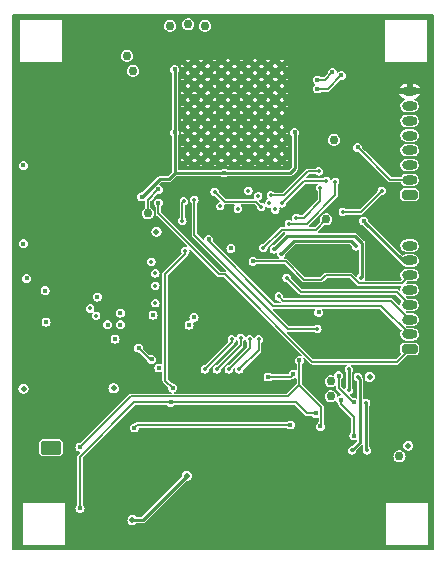
<source format=gbr>
%TF.GenerationSoftware,KiCad,Pcbnew,7.0.9*%
%TF.CreationDate,2024-02-01T14:48:51-08:00*%
%TF.ProjectId,sulu_ads1299,73756c75-5f61-4647-9331-3239392e6b69,rev?*%
%TF.SameCoordinates,Original*%
%TF.FileFunction,Copper,L6,Bot*%
%TF.FilePolarity,Positive*%
%FSLAX46Y46*%
G04 Gerber Fmt 4.6, Leading zero omitted, Abs format (unit mm)*
G04 Created by KiCad (PCBNEW 7.0.9) date 2024-02-01 14:48:51*
%MOMM*%
%LPD*%
G01*
G04 APERTURE LIST*
G04 Aperture macros list*
%AMRoundRect*
0 Rectangle with rounded corners*
0 $1 Rounding radius*
0 $2 $3 $4 $5 $6 $7 $8 $9 X,Y pos of 4 corners*
0 Add a 4 corners polygon primitive as box body*
4,1,4,$2,$3,$4,$5,$6,$7,$8,$9,$2,$3,0*
0 Add four circle primitives for the rounded corners*
1,1,$1+$1,$2,$3*
1,1,$1+$1,$4,$5*
1,1,$1+$1,$6,$7*
1,1,$1+$1,$8,$9*
0 Add four rect primitives between the rounded corners*
20,1,$1+$1,$2,$3,$4,$5,0*
20,1,$1+$1,$4,$5,$6,$7,0*
20,1,$1+$1,$6,$7,$8,$9,0*
20,1,$1+$1,$8,$9,$2,$3,0*%
G04 Aperture macros list end*
%TA.AperFunction,ComponentPad*%
%ADD10C,0.762000*%
%TD*%
%TA.AperFunction,ComponentPad*%
%ADD11RoundRect,0.250000X-0.625000X0.350000X-0.625000X-0.350000X0.625000X-0.350000X0.625000X0.350000X0*%
%TD*%
%TA.AperFunction,ComponentPad*%
%ADD12O,1.750000X1.200000*%
%TD*%
%TA.AperFunction,ComponentPad*%
%ADD13RoundRect,0.200000X0.450000X-0.200000X0.450000X0.200000X-0.450000X0.200000X-0.450000X-0.200000X0*%
%TD*%
%TA.AperFunction,ComponentPad*%
%ADD14O,1.300000X0.800000*%
%TD*%
%TA.AperFunction,ComponentPad*%
%ADD15C,0.568750*%
%TD*%
%TA.AperFunction,ComponentPad*%
%ADD16C,0.600000*%
%TD*%
%TA.AperFunction,SMDPad,CuDef*%
%ADD17R,0.900000X1.600000*%
%TD*%
%TA.AperFunction,ViaPad*%
%ADD18C,0.609600*%
%TD*%
%TA.AperFunction,ViaPad*%
%ADD19C,0.500000*%
%TD*%
%TA.AperFunction,ViaPad*%
%ADD20C,0.350000*%
%TD*%
%TA.AperFunction,ViaPad*%
%ADD21C,0.400000*%
%TD*%
%TA.AperFunction,Conductor*%
%ADD22C,0.254000*%
%TD*%
%TA.AperFunction,Conductor*%
%ADD23C,0.203200*%
%TD*%
%TA.AperFunction,Conductor*%
%ADD24C,0.200000*%
%TD*%
G04 APERTURE END LIST*
D10*
%TO.P,J11,1,pin*%
%TO.N,Net-(J11-pin)*%
X94996000Y-55880000D03*
%TD*%
%TO.P,J8,1,pin*%
%TO.N,Net-(J8-pin)*%
X94488000Y-54610000D03*
%TD*%
D11*
%TO.P,J2,1,Pin_1*%
%TO.N,+EXT_BAT*%
X88087200Y-87782400D03*
D12*
%TO.P,J2,2,Pin_2*%
%TO.N,GND*%
X88087200Y-89782400D03*
%TD*%
D13*
%TO.P,J1,1,Pin_1*%
%TO.N,+EXT_BAT*%
X118433000Y-66351000D03*
D14*
%TO.P,J1,2,Pin_2*%
%TO.N,/HARD_RESET*%
X118433000Y-65101000D03*
%TO.P,J1,3,Pin_3*%
%TO.N,/3WB_DATA*%
X118433000Y-63851000D03*
%TO.P,J1,4,Pin_4*%
%TO.N,/3WB_ENB*%
X118433000Y-62601000D03*
%TO.P,J1,5,Pin_5*%
%TO.N,/3WB_CLK*%
X118433000Y-61351000D03*
%TO.P,J1,6,Pin_6*%
%TO.N,/RsRx*%
X118433000Y-60101000D03*
%TO.P,J1,7,Pin_7*%
%TO.N,/RsTx*%
X118433000Y-58851000D03*
%TO.P,J1,8,Pin_8*%
%TO.N,GND*%
X118433000Y-57601000D03*
%TD*%
D10*
%TO.P,TP3,1,1*%
%TO.N,Net-(U4-CLK)*%
X111379000Y-68453000D03*
%TD*%
%TO.P,J20,1,pin*%
%TO.N,Net-(J20-pin)*%
X96266000Y-67945000D03*
%TD*%
D15*
%TO.P,U5,101,GND*%
%TO.N,GND*%
X99650750Y-55454750D03*
X99650750Y-56592250D03*
X99650750Y-57729750D03*
X99650750Y-58867250D03*
X99650750Y-60004750D03*
X99650750Y-61142250D03*
X99650750Y-62279750D03*
X99650750Y-63417250D03*
X100788250Y-55454750D03*
X100788250Y-56592250D03*
X100788250Y-57729750D03*
X100788250Y-58867250D03*
X100788250Y-60004750D03*
X100788250Y-61142250D03*
X100788250Y-62279750D03*
X100788250Y-63417250D03*
X101925750Y-55454750D03*
X101925750Y-56592250D03*
X101925750Y-57729750D03*
X101925750Y-58867250D03*
X101925750Y-60004750D03*
X101925750Y-61142250D03*
X101925750Y-62279750D03*
X101925750Y-63417250D03*
X103063250Y-55454750D03*
X103063250Y-56592250D03*
X103063250Y-57729750D03*
X103063250Y-58867250D03*
X103063250Y-60004750D03*
X103063250Y-61142250D03*
X103063250Y-62279750D03*
X103063250Y-63417250D03*
X104200750Y-55454750D03*
X104200750Y-56592250D03*
X104200750Y-57729750D03*
X104200750Y-58867250D03*
X104200750Y-60004750D03*
X104200750Y-61142250D03*
X104200750Y-62279750D03*
X104200750Y-63417250D03*
X105338250Y-55454750D03*
X105338250Y-56592250D03*
X105338250Y-57729750D03*
X105338250Y-58867250D03*
X105338250Y-60004750D03*
X105338250Y-61142250D03*
X105338250Y-62279750D03*
X105338250Y-63417250D03*
X106475750Y-55454750D03*
X106475750Y-56592250D03*
X106475750Y-57729750D03*
X106475750Y-58867250D03*
X106475750Y-60004750D03*
X106475750Y-61142250D03*
X106475750Y-62279750D03*
X106475750Y-63417250D03*
X107613250Y-55454750D03*
X107613250Y-56592250D03*
X107613250Y-57729750D03*
X107613250Y-58867250D03*
X107613250Y-60004750D03*
X107613250Y-61142250D03*
X107613250Y-62279750D03*
X107613250Y-63417250D03*
%TD*%
D10*
%TO.P,J4,1,pin*%
%TO.N,Net-(J4-pin)*%
X98171000Y-52070000D03*
%TD*%
%TO.P,TP2,1,1*%
%TO.N,/ADS_IN1N_CONN*%
X111760000Y-82169000D03*
%TD*%
%TO.P,J5,1,pin*%
%TO.N,Net-(J5-pin)*%
X99695000Y-51943000D03*
%TD*%
%TO.P,J6,1,pin*%
%TO.N,Net-(J6-pin)*%
X101092000Y-52070000D03*
%TD*%
%TO.P,TP4,1,1*%
%TO.N,/SCUM_GPIO5*%
X117576600Y-88519000D03*
%TD*%
D16*
%TO.P,U3,9,GND*%
%TO.N,GND*%
X89804200Y-75246800D03*
D17*
X89804200Y-75746800D03*
D16*
X89804200Y-76246800D03*
%TD*%
D10*
%TO.P,J16,1,pin*%
%TO.N,Net-(J16-pin)*%
X112014000Y-61722000D03*
%TD*%
D13*
%TO.P,J7,1,Pin_1*%
%TO.N,/SCUM_GPIO0*%
X118433000Y-79432000D03*
D14*
%TO.P,J7,2,Pin_2*%
%TO.N,/SCUM_GPIO3*%
X118433000Y-78182000D03*
%TO.P,J7,3,Pin_3*%
%TO.N,/SCUM_GPIO11*%
X118433000Y-76932000D03*
%TO.P,J7,4,Pin_4*%
%TO.N,/SCUM_GPIO12*%
X118433000Y-75682000D03*
%TO.P,J7,5,Pin_5*%
%TO.N,/SCUM_GPIO13*%
X118433000Y-74432000D03*
%TO.P,J7,6,Pin_6*%
%TO.N,/SCUM_GPIO14*%
X118433000Y-73182000D03*
%TO.P,J7,7,Pin_7*%
%TO.N,/+1.8V_SCUM*%
X118433000Y-71932000D03*
%TO.P,J7,8,Pin_8*%
%TO.N,/+1.8V_ADS*%
X118433000Y-70682000D03*
%TD*%
D10*
%TO.P,TP1,1,1*%
%TO.N,/ADS_IN1P_CONN*%
X111760000Y-83439000D03*
%TD*%
D18*
%TO.N,GND*%
X96520000Y-57023000D03*
D19*
X113538000Y-76327000D03*
X113538000Y-77597000D03*
D18*
X88519000Y-57023000D03*
X86487000Y-57023000D03*
X85471000Y-61341000D03*
D19*
X98196400Y-85090000D03*
X103251000Y-70104000D03*
X100076000Y-73660000D03*
X112014000Y-52578000D03*
X108458000Y-92964000D03*
X95885000Y-85090000D03*
X98171000Y-92964000D03*
D18*
X85471000Y-62865000D03*
D19*
X102362000Y-76454000D03*
D18*
X90678000Y-63373000D03*
D19*
X98272600Y-81229200D03*
X95885000Y-94615000D03*
X110998000Y-94234000D03*
D18*
X85471000Y-59690000D03*
X92583000Y-57023000D03*
D19*
X93472000Y-71755000D03*
X110744000Y-70866000D03*
D18*
X92583000Y-63373000D03*
X86487000Y-63373000D03*
X88519000Y-63373000D03*
D19*
X95123000Y-75692000D03*
X112903000Y-68707000D03*
D18*
X94615000Y-63373000D03*
D19*
X99212400Y-81254600D03*
D18*
X94615000Y-57023000D03*
D19*
X113538000Y-79121000D03*
X109728000Y-90551000D03*
D20*
X110947200Y-61112400D03*
D19*
X95885000Y-89408000D03*
X95885000Y-92964000D03*
D18*
X90551000Y-57023000D03*
D19*
X112014000Y-63246000D03*
X95885000Y-87757000D03*
X93472000Y-70358000D03*
X112842000Y-72136000D03*
X110998000Y-92964000D03*
X114808000Y-52578000D03*
D18*
X85471000Y-57912000D03*
D19*
%TO.N,+EXT_BAT*%
X93373500Y-82753200D03*
D20*
%TO.N,+5V_REG*%
X96901000Y-74066400D03*
X96901000Y-73025000D03*
D21*
X93497400Y-78590200D03*
D20*
X96901000Y-75539600D03*
D21*
X110744000Y-76327000D03*
D19*
X118313200Y-87604600D03*
D20*
X96570800Y-72034400D03*
X91389200Y-75996800D03*
D21*
%TO.N,/+1.8V_SCUM*%
X98552000Y-55753000D03*
X102743000Y-64516000D03*
X95758000Y-66548000D03*
X114554000Y-68580000D03*
X108712000Y-61087000D03*
X98552000Y-61087000D03*
D19*
%TO.N,/+1.8V_ADS*%
X97000000Y-69497000D03*
X115064000Y-81788000D03*
%TO.N,/EXT_BAT_SW*%
X85750400Y-82778600D03*
D21*
X91998800Y-75031600D03*
D20*
X91897200Y-76606400D03*
D21*
X86004400Y-73431400D03*
X87579200Y-74498200D03*
X87655400Y-77139800D03*
X85725000Y-70510400D03*
X85725000Y-63881000D03*
%TO.N,/ADS_IN2N*%
X95504000Y-79354300D03*
X96596200Y-80314800D03*
%TO.N,/ADS_IN1N*%
X106454000Y-81788000D03*
X99771200Y-77393800D03*
X108585000Y-81557000D03*
X93954600Y-77361300D03*
%TO.N,/ADS_IN1P*%
X93954600Y-76391300D03*
X100177600Y-76758800D03*
X92862400Y-77361300D03*
D20*
%TO.N,/ADS_IN4N*%
X101092000Y-81153000D03*
X103378000Y-78613000D03*
%TO.N,/ADS_IN4P*%
X102108000Y-81153000D03*
X104140000Y-78486000D03*
%TO.N,/ADS_IN3N*%
X104902000Y-78613000D03*
X103124000Y-81153000D03*
%TO.N,/ADS_IN3P*%
X104013000Y-81153000D03*
X105664000Y-78613000D03*
%TO.N,/~{ADS_PWDN}*%
X113919000Y-70739000D03*
X113563400Y-88011000D03*
X114044000Y-81788000D03*
X107569000Y-71374000D03*
D21*
%TO.N,/HARD_RESET*%
X114046000Y-62357000D03*
D20*
%TO.N,/3WB_DATA*%
X116078000Y-66040000D03*
X112776000Y-67818000D03*
%TO.N,/3WB_ENB*%
X110871000Y-65786000D03*
X108839000Y-68326000D03*
%TO.N,/3WB_CLK*%
X108204000Y-68834000D03*
X112140074Y-65261531D03*
%TO.N,/RsRx*%
X111379000Y-65187818D03*
X107605220Y-67100211D03*
%TO.N,/RsTx*%
X110744000Y-64389000D03*
X106680000Y-66421000D03*
D19*
%TO.N,/ADS_IN4P_CONN*%
X99568000Y-90170000D03*
X94970600Y-93903800D03*
D21*
%TO.N,Net-(U5-AUX_LDO_OUTPUT)*%
X110617000Y-57404000D03*
X112649000Y-56261000D03*
%TO.N,Net-(J20-pin)*%
X97155000Y-65913000D03*
%TO.N,/SCUM_GPIO0*%
X97155000Y-67056000D03*
%TO.N,/SCUM_GPIO1*%
X90525600Y-92913200D03*
X98221800Y-83947000D03*
X98374200Y-82727800D03*
D20*
X99441000Y-71120000D03*
X99187000Y-68580000D03*
D21*
X110490000Y-84886800D03*
D20*
X99314000Y-66929000D03*
D21*
%TO.N,/SCUM_GPIO2*%
X109093000Y-80391000D03*
X90525600Y-87731600D03*
D20*
X100203000Y-66802000D03*
X110617000Y-77724000D03*
D21*
X110871000Y-85979000D03*
%TO.N,/SCUM_GPIO3*%
X101422200Y-70129400D03*
D20*
%TO.N,/SCUM_GPIO5*%
X114833400Y-88011000D03*
X113284000Y-82931000D03*
X101930200Y-66116200D03*
X114300000Y-73406000D03*
X114757200Y-83997800D03*
X106934000Y-70993000D03*
X113284000Y-81153000D03*
X105882000Y-67401000D03*
%TO.N,/SCUM_GPIO11*%
X107365800Y-74980800D03*
%TO.N,/SCUM_GPIO12*%
X108026200Y-73380600D03*
X107061000Y-67614800D03*
X104775000Y-66014600D03*
D21*
%TO.N,/SCUM_GPIO13*%
X103301800Y-70916800D03*
D20*
X102387400Y-67335400D03*
X105613200Y-66471800D03*
D21*
%TO.N,/SCUM_GPIO14*%
X105181400Y-72009000D03*
D20*
X103886000Y-67538600D03*
X106527600Y-67106800D03*
D21*
%TO.N,/SELF_TEST_P*%
X112420400Y-81686400D03*
X113690400Y-83947000D03*
%TO.N,/SELF_TEST_N*%
X113715800Y-86766400D03*
X112598200Y-83743800D03*
%TO.N,Net-(U5-VDDD_DISABLE)*%
X110617000Y-56642000D03*
X111887000Y-56007000D03*
D20*
%TO.N,Net-(U4-CLK)*%
X106045000Y-70866000D03*
D21*
%TO.N,/ADS1299/BIASINV*%
X96723200Y-76555600D03*
X97205800Y-81026000D03*
%TO.N,/ADS_BIAS_ELEC*%
X95123000Y-86106000D03*
X108331000Y-85852000D03*
%TD*%
D22*
%TO.N,/+1.8V_SCUM*%
X98044000Y-65024000D02*
X98552000Y-64516000D01*
X108712000Y-64135000D02*
X108712000Y-61087000D01*
X98552000Y-64516000D02*
X98552000Y-61087000D01*
X98552000Y-64516000D02*
X102743000Y-64516000D01*
X97282000Y-65024000D02*
X98044000Y-65024000D01*
X98552000Y-61087000D02*
X98552000Y-55753000D01*
X108331000Y-64516000D02*
X108585000Y-64262000D01*
X102743000Y-64516000D02*
X108331000Y-64516000D01*
X114554000Y-68644308D02*
X117841692Y-71932000D01*
X114554000Y-68580000D02*
X114554000Y-68644308D01*
X117841692Y-71932000D02*
X118433000Y-71932000D01*
X95758000Y-66548000D02*
X97282000Y-65024000D01*
X108585000Y-64262000D02*
X108712000Y-64135000D01*
D23*
%TO.N,/ADS_IN2N*%
X96464500Y-80314800D02*
X95504000Y-79354300D01*
X96596200Y-80314800D02*
X96464500Y-80314800D01*
%TO.N,/ADS_IN1N*%
X106454000Y-81788000D02*
X108354000Y-81788000D01*
X108354000Y-81788000D02*
X108585000Y-81557000D01*
%TO.N,/ADS_IN4N*%
X101092000Y-81153000D02*
X103378000Y-78867000D01*
X103378000Y-78867000D02*
X103378000Y-78613000D01*
%TO.N,/ADS_IN4P*%
X102108000Y-81153000D02*
X104140000Y-79121000D01*
X104140000Y-79121000D02*
X104140000Y-78486000D01*
%TO.N,/ADS_IN3N*%
X104902000Y-79375000D02*
X103124000Y-81153000D01*
X104902000Y-78613000D02*
X104902000Y-79375000D01*
%TO.N,/ADS_IN3P*%
X105664000Y-78613000D02*
X105664000Y-79502000D01*
X105664000Y-79502000D02*
X104013000Y-81153000D01*
D22*
%TO.N,/~{ADS_PWDN}*%
X113919000Y-70739000D02*
X113470000Y-70290000D01*
X114044000Y-81788000D02*
X114221800Y-81965800D01*
X114221800Y-81965800D02*
X114221800Y-87352600D01*
X108653000Y-70290000D02*
X107569000Y-71374000D01*
X113470000Y-70290000D02*
X108653000Y-70290000D01*
X114221800Y-87352600D02*
X113563400Y-88011000D01*
D23*
%TO.N,/HARD_RESET*%
X116790000Y-65101000D02*
X118433000Y-65101000D01*
X114046000Y-62357000D02*
X116790000Y-65101000D01*
%TO.N,/3WB_DATA*%
X114300000Y-67818000D02*
X116078000Y-66040000D01*
X112776000Y-67818000D02*
X114300000Y-67818000D01*
%TO.N,/3WB_ENB*%
X110871000Y-66929000D02*
X110871000Y-65786000D01*
X109474000Y-68326000D02*
X110871000Y-66929000D01*
X108839000Y-68326000D02*
X109474000Y-68326000D01*
%TO.N,/3WB_CLK*%
X109728000Y-68834000D02*
X112140074Y-66421926D01*
X112140074Y-66421926D02*
X112140074Y-65261531D01*
X108204000Y-68834000D02*
X109728000Y-68834000D01*
%TO.N,/RsRx*%
X109517613Y-65187818D02*
X107605220Y-67100211D01*
X111379000Y-65187818D02*
X109517613Y-65187818D01*
%TO.N,/RsTx*%
X110744000Y-64389000D02*
X109849457Y-64389000D01*
X107817457Y-66421000D02*
X106680000Y-66421000D01*
X109849457Y-64389000D02*
X107817457Y-66421000D01*
D22*
%TO.N,/ADS_IN4P_CONN*%
X99568000Y-90170000D02*
X95834200Y-93903800D01*
X95834200Y-93903800D02*
X94970600Y-93903800D01*
D23*
%TO.N,Net-(U5-AUX_LDO_OUTPUT)*%
X111506000Y-57404000D02*
X112649000Y-56261000D01*
X110617000Y-57404000D02*
X111506000Y-57404000D01*
%TO.N,Net-(J20-pin)*%
X96266000Y-66802000D02*
X97155000Y-65913000D01*
X96266000Y-67945000D02*
X96266000Y-66802000D01*
%TO.N,/SCUM_GPIO0*%
X110210600Y-80518000D02*
X102793800Y-73101200D01*
X97155000Y-67945000D02*
X97155000Y-67056000D01*
X118433000Y-79432000D02*
X117347000Y-80518000D01*
X102311200Y-73101200D02*
X97155000Y-67945000D01*
X117347000Y-80518000D02*
X110210600Y-80518000D01*
X102793800Y-73101200D02*
X102311200Y-73101200D01*
%TO.N,/SCUM_GPIO1*%
X99187000Y-67056000D02*
X99187000Y-68580000D01*
X99314000Y-66929000D02*
X99187000Y-67056000D01*
X108839000Y-83947000D02*
X98221800Y-83947000D01*
X110490000Y-84886800D02*
X109778800Y-84886800D01*
X109778800Y-84886800D02*
X108839000Y-83947000D01*
X90525600Y-92913200D02*
X90525600Y-88544400D01*
X97742000Y-82095600D02*
X98374200Y-82727800D01*
X97742000Y-73073000D02*
X97742000Y-82095600D01*
X90525600Y-88544400D02*
X95123000Y-83947000D01*
X99441000Y-71374000D02*
X97742000Y-73073000D01*
X99441000Y-71374000D02*
X99441000Y-71120000D01*
X95123000Y-83947000D02*
X98221800Y-83947000D01*
%TO.N,/SCUM_GPIO2*%
X108153200Y-83439000D02*
X94818200Y-83439000D01*
X110970600Y-85879400D02*
X110970600Y-84376800D01*
X94818200Y-83439000D02*
X90525600Y-87731600D01*
X109093000Y-80391000D02*
X109093000Y-82499200D01*
X109093000Y-82499200D02*
X108153200Y-83439000D01*
X108178600Y-77724000D02*
X110617000Y-77724000D01*
X100203000Y-69748400D02*
X108178600Y-77724000D01*
X110970600Y-84376800D02*
X109093000Y-82499200D01*
X110871000Y-85979000D02*
X110970600Y-85879400D01*
X100203000Y-66802000D02*
X100203000Y-69748400D01*
%TO.N,/SCUM_GPIO3*%
X118415400Y-78199600D02*
X118433000Y-78182000D01*
X116027013Y-75776013D02*
X118433000Y-78182000D01*
X101422200Y-70129400D02*
X101422200Y-70307200D01*
X101422200Y-70307200D02*
X106891013Y-75776013D01*
X106891013Y-75776013D02*
X116027013Y-75776013D01*
%TO.N,/SCUM_GPIO5*%
X102768400Y-66954400D02*
X105435400Y-66954400D01*
D22*
X113792000Y-69850000D02*
X108077000Y-69850000D01*
X114757200Y-83997800D02*
X114757200Y-87934800D01*
X114757200Y-87934800D02*
X114833400Y-88011000D01*
X113284000Y-82931000D02*
X113284000Y-81153000D01*
X114427000Y-70485000D02*
X113792000Y-69850000D01*
D23*
X105435400Y-66954400D02*
X105882000Y-67401000D01*
D22*
X114300000Y-73406000D02*
X114427000Y-73279000D01*
X108077000Y-69850000D02*
X106934000Y-70993000D01*
X114427000Y-73279000D02*
X114427000Y-70485000D01*
D23*
X101930200Y-66116200D02*
X102768400Y-66954400D01*
%TO.N,/SCUM_GPIO11*%
X107365800Y-74980800D02*
X107746800Y-75361800D01*
X116862800Y-75361800D02*
X118433000Y-76932000D01*
X107746800Y-75361800D02*
X116862800Y-75361800D01*
%TO.N,/SCUM_GPIO12*%
X108026200Y-73380600D02*
X109245400Y-74599800D01*
X109245400Y-74599800D02*
X117350800Y-74599800D01*
X117350800Y-74599800D02*
X118433000Y-75682000D01*
%TO.N,/SCUM_GPIO14*%
X113431684Y-73182000D02*
X114111284Y-73861600D01*
X105181400Y-72009000D02*
X107950000Y-72009000D01*
X114111284Y-73861600D02*
X117753400Y-73861600D01*
X111337382Y-73182000D02*
X113431684Y-73182000D01*
X107950000Y-72009000D02*
X109496600Y-73555600D01*
X109496600Y-73555600D02*
X110963782Y-73555600D01*
X110963782Y-73555600D02*
X111337382Y-73182000D01*
X117753400Y-73861600D02*
X118433000Y-73182000D01*
D24*
%TO.N,/SELF_TEST_P*%
X112420400Y-82709453D02*
X112420400Y-81686400D01*
X113690400Y-83947000D02*
X113657947Y-83947000D01*
X113657947Y-83947000D02*
X112420400Y-82709453D01*
%TO.N,/SELF_TEST_N*%
X113715800Y-86766400D02*
X113715800Y-85166200D01*
X112598200Y-84048600D02*
X112598200Y-83743800D01*
X113715800Y-85166200D02*
X112598200Y-84048600D01*
D23*
%TO.N,Net-(U5-VDDD_DISABLE)*%
X111252000Y-56642000D02*
X111887000Y-56007000D01*
X110617000Y-56642000D02*
X111252000Y-56642000D01*
%TO.N,Net-(U4-CLK)*%
X110522400Y-69309600D02*
X111379000Y-68453000D01*
X106045000Y-70866000D02*
X107601400Y-69309600D01*
X107601400Y-69309600D02*
X110522400Y-69309600D01*
%TO.N,/ADS_BIAS_ELEC*%
X95377000Y-85852000D02*
X95123000Y-86106000D01*
X108331000Y-85852000D02*
X95377000Y-85852000D01*
%TD*%
%TA.AperFunction,Conductor*%
%TO.N,GND*%
G36*
X99889693Y-71004777D02*
G01*
X99897147Y-71011143D01*
X102144407Y-73258404D01*
X102145506Y-73259562D01*
X102173530Y-73290686D01*
X102197048Y-73301157D01*
X102205664Y-73305835D01*
X102220351Y-73315372D01*
X102227264Y-73319861D01*
X102237442Y-73321473D01*
X102253079Y-73326104D01*
X102262503Y-73330300D01*
X102288256Y-73330300D01*
X102298032Y-73331069D01*
X102323458Y-73335097D01*
X102333412Y-73332429D01*
X102349589Y-73330300D01*
X102673016Y-73330300D01*
X102717210Y-73348606D01*
X109304679Y-79936075D01*
X109322985Y-79980269D01*
X109304679Y-80024463D01*
X109260485Y-80042769D01*
X109232111Y-80035957D01*
X109211735Y-80025575D01*
X109211730Y-80025573D01*
X109093004Y-80006769D01*
X109092996Y-80006769D01*
X108974269Y-80025573D01*
X108974264Y-80025575D01*
X108867155Y-80080150D01*
X108782150Y-80165155D01*
X108727575Y-80272264D01*
X108727573Y-80272269D01*
X108708769Y-80390996D01*
X108708769Y-80391003D01*
X108727573Y-80509730D01*
X108727575Y-80509735D01*
X108782150Y-80616844D01*
X108845594Y-80680288D01*
X108863900Y-80724482D01*
X108863900Y-81171192D01*
X108845594Y-81215386D01*
X108801400Y-81233692D01*
X108773026Y-81226880D01*
X108703735Y-81191575D01*
X108703730Y-81191573D01*
X108585004Y-81172769D01*
X108584996Y-81172769D01*
X108466269Y-81191573D01*
X108466264Y-81191575D01*
X108359155Y-81246150D01*
X108274150Y-81331155D01*
X108219575Y-81438264D01*
X108219573Y-81438269D01*
X108208818Y-81506177D01*
X108183824Y-81546964D01*
X108147088Y-81558900D01*
X106787482Y-81558900D01*
X106743288Y-81540594D01*
X106679844Y-81477150D01*
X106572735Y-81422575D01*
X106572730Y-81422573D01*
X106454004Y-81403769D01*
X106453996Y-81403769D01*
X106335269Y-81422573D01*
X106335264Y-81422575D01*
X106228155Y-81477150D01*
X106143150Y-81562155D01*
X106088575Y-81669264D01*
X106088573Y-81669269D01*
X106069769Y-81787996D01*
X106069769Y-81788003D01*
X106088573Y-81906730D01*
X106088575Y-81906735D01*
X106143150Y-82013844D01*
X106143151Y-82013845D01*
X106228155Y-82098849D01*
X106335266Y-82153425D01*
X106335269Y-82153426D01*
X106453996Y-82172231D01*
X106454000Y-82172231D01*
X106454004Y-82172231D01*
X106572730Y-82153426D01*
X106572731Y-82153425D01*
X106572734Y-82153425D01*
X106679845Y-82098849D01*
X106743288Y-82035406D01*
X106787482Y-82017100D01*
X108347199Y-82017100D01*
X108348827Y-82017142D01*
X108375427Y-82018536D01*
X108390637Y-82019334D01*
X108390637Y-82019333D01*
X108390639Y-82019334D01*
X108414671Y-82010108D01*
X108424073Y-82007324D01*
X108449260Y-82001970D01*
X108449259Y-82001970D01*
X108449265Y-82001969D01*
X108457605Y-81995909D01*
X108471938Y-81988126D01*
X108481564Y-81984432D01*
X108499773Y-81966221D01*
X108507225Y-81959857D01*
X108521253Y-81949666D01*
X108567765Y-81938501D01*
X108579028Y-81940285D01*
X108584999Y-81941231D01*
X108585000Y-81941231D01*
X108585004Y-81941231D01*
X108703730Y-81922426D01*
X108703731Y-81922425D01*
X108703734Y-81922425D01*
X108773025Y-81887118D01*
X108820713Y-81883366D01*
X108857088Y-81914432D01*
X108863900Y-81942807D01*
X108863900Y-82378415D01*
X108845594Y-82422609D01*
X108076609Y-83191594D01*
X108032415Y-83209900D01*
X98524278Y-83209900D01*
X98480084Y-83191594D01*
X98461778Y-83147400D01*
X98480084Y-83103206D01*
X98495903Y-83091712D01*
X98600045Y-83038649D01*
X98685049Y-82953645D01*
X98739625Y-82846534D01*
X98739626Y-82846530D01*
X98758431Y-82727803D01*
X98758431Y-82727796D01*
X98739626Y-82609069D01*
X98739624Y-82609064D01*
X98685049Y-82501955D01*
X98600044Y-82416950D01*
X98492935Y-82362375D01*
X98492930Y-82362373D01*
X98374204Y-82343569D01*
X98374201Y-82343569D01*
X98374200Y-82343569D01*
X98363799Y-82345216D01*
X98353652Y-82346823D01*
X98307139Y-82335654D01*
X98299683Y-82329286D01*
X97989406Y-82019009D01*
X97971100Y-81974815D01*
X97971100Y-81153003D01*
X100733081Y-81153003D01*
X100750646Y-81263906D01*
X100750649Y-81263916D01*
X100801627Y-81363966D01*
X100881033Y-81443372D01*
X100981083Y-81494350D01*
X100981085Y-81494350D01*
X100981088Y-81494352D01*
X100981091Y-81494352D01*
X100981093Y-81494353D01*
X101091997Y-81511919D01*
X101092000Y-81511919D01*
X101092003Y-81511919D01*
X101202906Y-81494353D01*
X101202906Y-81494352D01*
X101202912Y-81494352D01*
X101302967Y-81443372D01*
X101382372Y-81363967D01*
X101433352Y-81263912D01*
X101450919Y-81153000D01*
X101450918Y-81152998D01*
X101450919Y-81152996D01*
X101450919Y-81148080D01*
X101452620Y-81148080D01*
X101462291Y-81107791D01*
X101468656Y-81100338D01*
X103535193Y-79033801D01*
X103536333Y-79032719D01*
X103567486Y-79004670D01*
X103577959Y-78981146D01*
X103582641Y-78972525D01*
X103596660Y-78950939D01*
X103596660Y-78950938D01*
X103596661Y-78950937D01*
X103598273Y-78940755D01*
X103602907Y-78925112D01*
X103607100Y-78915697D01*
X103607100Y-78911127D01*
X103625406Y-78866933D01*
X103630031Y-78862308D01*
X103668372Y-78823967D01*
X103719352Y-78723912D01*
X103723409Y-78698291D01*
X103748403Y-78657507D01*
X103794917Y-78646339D01*
X103835703Y-78671333D01*
X103840828Y-78679696D01*
X103849627Y-78696966D01*
X103892594Y-78739933D01*
X103910900Y-78784127D01*
X103910900Y-79000214D01*
X103892594Y-79044408D01*
X102160664Y-80776337D01*
X102116470Y-80794643D01*
X102109323Y-80794081D01*
X102107997Y-80794081D01*
X101997093Y-80811646D01*
X101997083Y-80811649D01*
X101897033Y-80862627D01*
X101817627Y-80942033D01*
X101766649Y-81042083D01*
X101766646Y-81042093D01*
X101749081Y-81152996D01*
X101749081Y-81153003D01*
X101766646Y-81263906D01*
X101766649Y-81263916D01*
X101817627Y-81363966D01*
X101897033Y-81443372D01*
X101997083Y-81494350D01*
X101997085Y-81494350D01*
X101997088Y-81494352D01*
X101997091Y-81494352D01*
X101997093Y-81494353D01*
X102107997Y-81511919D01*
X102108000Y-81511919D01*
X102108003Y-81511919D01*
X102218906Y-81494353D01*
X102218906Y-81494352D01*
X102218912Y-81494352D01*
X102318967Y-81443372D01*
X102398372Y-81363967D01*
X102449352Y-81263912D01*
X102466919Y-81153000D01*
X102466918Y-81152998D01*
X102466919Y-81152996D01*
X102466919Y-81148080D01*
X102468620Y-81148080D01*
X102478291Y-81107791D01*
X102484656Y-81100338D01*
X104297203Y-79287792D01*
X104298343Y-79286710D01*
X104329486Y-79258670D01*
X104339961Y-79235141D01*
X104344635Y-79226533D01*
X104358661Y-79204936D01*
X104360273Y-79194755D01*
X104364905Y-79179117D01*
X104369100Y-79169697D01*
X104369100Y-79143943D01*
X104369870Y-79134165D01*
X104370775Y-79128455D01*
X104373897Y-79108742D01*
X104371229Y-79098787D01*
X104369100Y-79082611D01*
X104369100Y-78784127D01*
X104387406Y-78739933D01*
X104403433Y-78723906D01*
X104430372Y-78696967D01*
X104439171Y-78679696D01*
X104475543Y-78648630D01*
X104523231Y-78652381D01*
X104554299Y-78688754D01*
X104556589Y-78698291D01*
X104560647Y-78723907D01*
X104560649Y-78723916D01*
X104611627Y-78823966D01*
X104654594Y-78866933D01*
X104672900Y-78911127D01*
X104672900Y-79254214D01*
X104654594Y-79298408D01*
X103176664Y-80776337D01*
X103132470Y-80794643D01*
X103125323Y-80794081D01*
X103123997Y-80794081D01*
X103013093Y-80811646D01*
X103013083Y-80811649D01*
X102913033Y-80862627D01*
X102833627Y-80942033D01*
X102782649Y-81042083D01*
X102782646Y-81042093D01*
X102765081Y-81152996D01*
X102765081Y-81153003D01*
X102782646Y-81263906D01*
X102782649Y-81263916D01*
X102833627Y-81363966D01*
X102913033Y-81443372D01*
X103013083Y-81494350D01*
X103013085Y-81494350D01*
X103013088Y-81494352D01*
X103013091Y-81494352D01*
X103013093Y-81494353D01*
X103123997Y-81511919D01*
X103124000Y-81511919D01*
X103124003Y-81511919D01*
X103234906Y-81494353D01*
X103234906Y-81494352D01*
X103234912Y-81494352D01*
X103334967Y-81443372D01*
X103414372Y-81363967D01*
X103465352Y-81263912D01*
X103482919Y-81153000D01*
X103482918Y-81152998D01*
X103482919Y-81152996D01*
X103482919Y-81148080D01*
X103484620Y-81148080D01*
X103494291Y-81107791D01*
X103500656Y-81100338D01*
X103556850Y-81044144D01*
X103601043Y-81025839D01*
X103645237Y-81044145D01*
X103663543Y-81088339D01*
X103662774Y-81098114D01*
X103654861Y-81148080D01*
X103654081Y-81153002D01*
X103654081Y-81153003D01*
X103671646Y-81263906D01*
X103671649Y-81263916D01*
X103722627Y-81363966D01*
X103802033Y-81443372D01*
X103902083Y-81494350D01*
X103902085Y-81494350D01*
X103902088Y-81494352D01*
X103902091Y-81494352D01*
X103902093Y-81494353D01*
X104012997Y-81511919D01*
X104013000Y-81511919D01*
X104013003Y-81511919D01*
X104123906Y-81494353D01*
X104123906Y-81494352D01*
X104123912Y-81494352D01*
X104223967Y-81443372D01*
X104303372Y-81363967D01*
X104354352Y-81263912D01*
X104371919Y-81153000D01*
X104371918Y-81152998D01*
X104371919Y-81152996D01*
X104371919Y-81148080D01*
X104373620Y-81148080D01*
X104383291Y-81107791D01*
X104389656Y-81100338D01*
X105821193Y-79668801D01*
X105822333Y-79667719D01*
X105853486Y-79639670D01*
X105863958Y-79616148D01*
X105868640Y-79607527D01*
X105882661Y-79585938D01*
X105882661Y-79585937D01*
X105882662Y-79585936D01*
X105884274Y-79575755D01*
X105888909Y-79560108D01*
X105893100Y-79550696D01*
X105893100Y-79524950D01*
X105893869Y-79515174D01*
X105894064Y-79513938D01*
X105897897Y-79489741D01*
X105895229Y-79479786D01*
X105893100Y-79463610D01*
X105893100Y-78911127D01*
X105911406Y-78866933D01*
X105916031Y-78862308D01*
X105954372Y-78823967D01*
X106005352Y-78723912D01*
X106019127Y-78636943D01*
X106022919Y-78613003D01*
X106022919Y-78612996D01*
X106005353Y-78502093D01*
X106005352Y-78502091D01*
X106005352Y-78502088D01*
X106005350Y-78502085D01*
X106005350Y-78502083D01*
X105954372Y-78402033D01*
X105874966Y-78322627D01*
X105774916Y-78271649D01*
X105774906Y-78271646D01*
X105664003Y-78254081D01*
X105663997Y-78254081D01*
X105553093Y-78271646D01*
X105553083Y-78271649D01*
X105453033Y-78322627D01*
X105373627Y-78402033D01*
X105338688Y-78470606D01*
X105302314Y-78501673D01*
X105254626Y-78497920D01*
X105227312Y-78470606D01*
X105192372Y-78402033D01*
X105112966Y-78322627D01*
X105012916Y-78271649D01*
X105012906Y-78271646D01*
X104902003Y-78254081D01*
X104901997Y-78254081D01*
X104791093Y-78271646D01*
X104791083Y-78271649D01*
X104691033Y-78322627D01*
X104611628Y-78402032D01*
X104602828Y-78419304D01*
X104566453Y-78450370D01*
X104518765Y-78446617D01*
X104487699Y-78410242D01*
X104485410Y-78400706D01*
X104481353Y-78375093D01*
X104481352Y-78375091D01*
X104481352Y-78375088D01*
X104481350Y-78375085D01*
X104481350Y-78375083D01*
X104430372Y-78275033D01*
X104350966Y-78195627D01*
X104250916Y-78144649D01*
X104250906Y-78144646D01*
X104140003Y-78127081D01*
X104139997Y-78127081D01*
X104029093Y-78144646D01*
X104029083Y-78144649D01*
X103929033Y-78195627D01*
X103849627Y-78275033D01*
X103798649Y-78375083D01*
X103798646Y-78375092D01*
X103794589Y-78400708D01*
X103769594Y-78441494D01*
X103723080Y-78452659D01*
X103682294Y-78427664D01*
X103677175Y-78419310D01*
X103668372Y-78402033D01*
X103588967Y-78322628D01*
X103588966Y-78322627D01*
X103488916Y-78271649D01*
X103488906Y-78271646D01*
X103378003Y-78254081D01*
X103377997Y-78254081D01*
X103267093Y-78271646D01*
X103267083Y-78271649D01*
X103167033Y-78322627D01*
X103087627Y-78402033D01*
X103036649Y-78502083D01*
X103036646Y-78502093D01*
X103019081Y-78612996D01*
X103019081Y-78613003D01*
X103036646Y-78723906D01*
X103036649Y-78723916D01*
X103070188Y-78789740D01*
X103073941Y-78837428D01*
X103058694Y-78862308D01*
X101144664Y-80776337D01*
X101100470Y-80794643D01*
X101093323Y-80794081D01*
X101091997Y-80794081D01*
X100981093Y-80811646D01*
X100981083Y-80811649D01*
X100881033Y-80862627D01*
X100801627Y-80942033D01*
X100750649Y-81042083D01*
X100750646Y-81042093D01*
X100733081Y-81152996D01*
X100733081Y-81153003D01*
X97971100Y-81153003D01*
X97971100Y-77393803D01*
X99386969Y-77393803D01*
X99405773Y-77512530D01*
X99405775Y-77512535D01*
X99460350Y-77619644D01*
X99460351Y-77619645D01*
X99545355Y-77704649D01*
X99652466Y-77759225D01*
X99652469Y-77759226D01*
X99771196Y-77778031D01*
X99771200Y-77778031D01*
X99771204Y-77778031D01*
X99889930Y-77759226D01*
X99889931Y-77759225D01*
X99889934Y-77759225D01*
X99997045Y-77704649D01*
X100082049Y-77619645D01*
X100136625Y-77512534D01*
X100136626Y-77512530D01*
X100155431Y-77393803D01*
X100155431Y-77393796D01*
X100136626Y-77275069D01*
X100136623Y-77275062D01*
X100115535Y-77233675D01*
X100111781Y-77185987D01*
X100142847Y-77149613D01*
X100172681Y-77144886D01*
X100172681Y-77143031D01*
X100177604Y-77143031D01*
X100296330Y-77124226D01*
X100296331Y-77124225D01*
X100296334Y-77124225D01*
X100403445Y-77069649D01*
X100488449Y-76984645D01*
X100543025Y-76877534D01*
X100550720Y-76828951D01*
X100561831Y-76758803D01*
X100561831Y-76758796D01*
X100543026Y-76640069D01*
X100543024Y-76640064D01*
X100488449Y-76532955D01*
X100403444Y-76447950D01*
X100296335Y-76393375D01*
X100296330Y-76393373D01*
X100177604Y-76374569D01*
X100177596Y-76374569D01*
X100058869Y-76393373D01*
X100058864Y-76393375D01*
X99951755Y-76447950D01*
X99866750Y-76532955D01*
X99812175Y-76640064D01*
X99812173Y-76640069D01*
X99793369Y-76758796D01*
X99793369Y-76758803D01*
X99812173Y-76877530D01*
X99812174Y-76877532D01*
X99812174Y-76877533D01*
X99812175Y-76877534D01*
X99833265Y-76918925D01*
X99837018Y-76966612D01*
X99805952Y-77002987D01*
X99776119Y-77007721D01*
X99776119Y-77009569D01*
X99771196Y-77009569D01*
X99652469Y-77028373D01*
X99652464Y-77028375D01*
X99545355Y-77082950D01*
X99460350Y-77167955D01*
X99405775Y-77275064D01*
X99405773Y-77275069D01*
X99386969Y-77393796D01*
X99386969Y-77393803D01*
X97971100Y-77393803D01*
X97971100Y-73193784D01*
X97989406Y-73149590D01*
X98764572Y-72374424D01*
X99598203Y-71540792D01*
X99599343Y-71539710D01*
X99630486Y-71511670D01*
X99640957Y-71488149D01*
X99645629Y-71479543D01*
X99659662Y-71457936D01*
X99661274Y-71447755D01*
X99665909Y-71432108D01*
X99670100Y-71422696D01*
X99670100Y-71418127D01*
X99688406Y-71373933D01*
X99701863Y-71360476D01*
X99731372Y-71330967D01*
X99782352Y-71230912D01*
X99783301Y-71224919D01*
X99799919Y-71120003D01*
X99799919Y-71120002D01*
X99798286Y-71109690D01*
X99791226Y-71065116D01*
X99802393Y-71018605D01*
X99843180Y-70993610D01*
X99889693Y-71004777D01*
G37*
%TD.AperFunction*%
%TA.AperFunction,Conductor*%
G36*
X113382888Y-70562806D02*
G01*
X113545909Y-70725827D01*
X113563445Y-70760243D01*
X113577646Y-70849907D01*
X113577649Y-70849916D01*
X113628627Y-70949966D01*
X113708033Y-71029372D01*
X113808083Y-71080350D01*
X113808085Y-71080350D01*
X113808088Y-71080352D01*
X113808091Y-71080352D01*
X113808093Y-71080353D01*
X113918997Y-71097919D01*
X113919000Y-71097919D01*
X113919003Y-71097919D01*
X114029906Y-71080353D01*
X114029906Y-71080352D01*
X114029912Y-71080352D01*
X114081627Y-71054001D01*
X114129313Y-71050249D01*
X114165688Y-71081315D01*
X114172500Y-71109690D01*
X114172500Y-73034798D01*
X114154194Y-73078992D01*
X114138375Y-73090485D01*
X114089034Y-73115626D01*
X114009628Y-73195032D01*
X113967363Y-73277982D01*
X113930988Y-73309048D01*
X113883300Y-73305295D01*
X113867481Y-73293801D01*
X113779235Y-73205555D01*
X113598475Y-73024794D01*
X113597368Y-73023627D01*
X113589492Y-73014880D01*
X113569354Y-72992514D01*
X113545825Y-72982037D01*
X113537212Y-72977360D01*
X113515621Y-72963339D01*
X113515622Y-72963339D01*
X113507885Y-72962113D01*
X113505437Y-72961725D01*
X113489800Y-72957093D01*
X113480383Y-72952900D01*
X113480381Y-72952900D01*
X113454628Y-72952900D01*
X113444851Y-72952130D01*
X113442338Y-72951732D01*
X113419425Y-72948102D01*
X113410551Y-72950480D01*
X113409471Y-72950770D01*
X113393295Y-72952900D01*
X111344183Y-72952900D01*
X111342553Y-72952857D01*
X111320104Y-72951680D01*
X111300745Y-72950666D01*
X111300739Y-72950666D01*
X111276699Y-72959893D01*
X111267305Y-72962675D01*
X111242118Y-72968030D01*
X111242114Y-72968032D01*
X111233774Y-72974091D01*
X111219443Y-72981872D01*
X111209821Y-72985565D01*
X111209815Y-72985570D01*
X111191610Y-73003774D01*
X111184158Y-73010139D01*
X111163324Y-73025277D01*
X111163323Y-73025278D01*
X111158168Y-73034206D01*
X111148239Y-73047144D01*
X110887191Y-73308194D01*
X110842997Y-73326500D01*
X109617384Y-73326500D01*
X109573190Y-73308194D01*
X108919496Y-72654500D01*
X108116790Y-71851793D01*
X108115693Y-71850637D01*
X108087670Y-71819514D01*
X108064141Y-71809037D01*
X108055528Y-71804360D01*
X108033937Y-71790339D01*
X108033938Y-71790339D01*
X108026201Y-71789113D01*
X108023753Y-71788725D01*
X108008116Y-71784093D01*
X107998699Y-71779900D01*
X107998697Y-71779900D01*
X107972944Y-71779900D01*
X107963167Y-71779130D01*
X107960654Y-71778732D01*
X107937741Y-71775102D01*
X107928867Y-71777480D01*
X107927787Y-71777770D01*
X107911611Y-71779900D01*
X107813312Y-71779900D01*
X107769118Y-71761594D01*
X107750812Y-71717400D01*
X107769118Y-71673206D01*
X107776572Y-71666839D01*
X107779963Y-71664373D01*
X107779967Y-71664372D01*
X107859372Y-71584967D01*
X107910352Y-71484912D01*
X107914625Y-71457935D01*
X107924555Y-71395242D01*
X107942089Y-71360827D01*
X108740111Y-70562806D01*
X108784305Y-70544500D01*
X113338694Y-70544500D01*
X113382888Y-70562806D01*
G37*
%TD.AperFunction*%
%TA.AperFunction,Conductor*%
G36*
X120458194Y-51118806D02*
G01*
X120476500Y-51163000D01*
X120476500Y-96411000D01*
X120458194Y-96455194D01*
X120414000Y-96473500D01*
X84818000Y-96473500D01*
X84773806Y-96455194D01*
X84755500Y-96411000D01*
X84755500Y-92456000D01*
X85725000Y-92456000D01*
X85725000Y-96012000D01*
X89281000Y-96012000D01*
X89281000Y-93903800D01*
X94536683Y-93903800D01*
X94554259Y-94026047D01*
X94554260Y-94026050D01*
X94605564Y-94138390D01*
X94605566Y-94138394D01*
X94686446Y-94231735D01*
X94790339Y-94298502D01*
X94790344Y-94298505D01*
X94908844Y-94333299D01*
X94908846Y-94333300D01*
X94908847Y-94333300D01*
X95032354Y-94333300D01*
X95032354Y-94333299D01*
X95150856Y-94298505D01*
X95189850Y-94273444D01*
X95254753Y-94231735D01*
X95299694Y-94179871D01*
X95342469Y-94158459D01*
X95346928Y-94158300D01*
X95802978Y-94158300D01*
X95815170Y-94159500D01*
X95834200Y-94163286D01*
X95834201Y-94163286D01*
X95867300Y-94156702D01*
X95933501Y-94143534D01*
X95996434Y-94101484D01*
X95996434Y-94101482D01*
X96000836Y-94098542D01*
X96000847Y-94098534D01*
X96008082Y-94093699D01*
X96017684Y-94087284D01*
X96028462Y-94071152D01*
X96036229Y-94061687D01*
X97641916Y-92456000D01*
X116459000Y-92456000D01*
X116459000Y-96012000D01*
X120015000Y-96012000D01*
X120015000Y-92456000D01*
X116459000Y-92456000D01*
X97641916Y-92456000D01*
X99480110Y-90617805D01*
X99524304Y-90599500D01*
X99629754Y-90599500D01*
X99629754Y-90599499D01*
X99748256Y-90564705D01*
X99787250Y-90539644D01*
X99852153Y-90497935D01*
X99933033Y-90404594D01*
X99933032Y-90404594D01*
X99933034Y-90404593D01*
X99984340Y-90292249D01*
X100001917Y-90170000D01*
X99984340Y-90047751D01*
X99933034Y-89935407D01*
X99933033Y-89935405D01*
X99852153Y-89842064D01*
X99748260Y-89775297D01*
X99748251Y-89775293D01*
X99629755Y-89740500D01*
X99629753Y-89740500D01*
X99506247Y-89740500D01*
X99506245Y-89740500D01*
X99387748Y-89775293D01*
X99387739Y-89775297D01*
X99283846Y-89842064D01*
X99202966Y-89935405D01*
X99202964Y-89935409D01*
X99151660Y-90047749D01*
X99151659Y-90047752D01*
X99134083Y-90170001D01*
X99138932Y-90203732D01*
X99127101Y-90250081D01*
X99121262Y-90256819D01*
X95747088Y-93630994D01*
X95702894Y-93649300D01*
X95346928Y-93649300D01*
X95302734Y-93630994D01*
X95299694Y-93627729D01*
X95254753Y-93575864D01*
X95150860Y-93509097D01*
X95150851Y-93509093D01*
X95032355Y-93474300D01*
X95032353Y-93474300D01*
X94908847Y-93474300D01*
X94908845Y-93474300D01*
X94790348Y-93509093D01*
X94790339Y-93509097D01*
X94686446Y-93575864D01*
X94605566Y-93669205D01*
X94605564Y-93669209D01*
X94554260Y-93781549D01*
X94554259Y-93781552D01*
X94536683Y-93903800D01*
X89281000Y-93903800D01*
X89281000Y-92913203D01*
X90141369Y-92913203D01*
X90160173Y-93031930D01*
X90160175Y-93031935D01*
X90214750Y-93139044D01*
X90214751Y-93139045D01*
X90299755Y-93224049D01*
X90406866Y-93278625D01*
X90406869Y-93278626D01*
X90525596Y-93297431D01*
X90525600Y-93297431D01*
X90525604Y-93297431D01*
X90644330Y-93278626D01*
X90644331Y-93278625D01*
X90644334Y-93278625D01*
X90751445Y-93224049D01*
X90836449Y-93139045D01*
X90891025Y-93031934D01*
X90909831Y-92913200D01*
X90909831Y-92913196D01*
X90891026Y-92794469D01*
X90891024Y-92794464D01*
X90836449Y-92687355D01*
X90773006Y-92623912D01*
X90754700Y-92579718D01*
X90754700Y-88665184D01*
X90773006Y-88620990D01*
X90874996Y-88519000D01*
X117062871Y-88519000D01*
X117083680Y-88663732D01*
X117083681Y-88663735D01*
X117144423Y-88796741D01*
X117144426Y-88796746D01*
X117240180Y-88907252D01*
X117363184Y-88986301D01*
X117363189Y-88986304D01*
X117503486Y-89027499D01*
X117503488Y-89027500D01*
X117503489Y-89027500D01*
X117649712Y-89027500D01*
X117649712Y-89027499D01*
X117790011Y-88986304D01*
X117836177Y-88956634D01*
X117913019Y-88907252D01*
X118008773Y-88796746D01*
X118008776Y-88796743D01*
X118069519Y-88663734D01*
X118090329Y-88519000D01*
X118069519Y-88374266D01*
X118008776Y-88241257D01*
X118008773Y-88241253D01*
X117913019Y-88130747D01*
X117790015Y-88051698D01*
X117790006Y-88051694D01*
X117649713Y-88010500D01*
X117649711Y-88010500D01*
X117503489Y-88010500D01*
X117503487Y-88010500D01*
X117363193Y-88051694D01*
X117363184Y-88051698D01*
X117240180Y-88130747D01*
X117144426Y-88241253D01*
X117144423Y-88241258D01*
X117083681Y-88374264D01*
X117083680Y-88374267D01*
X117062871Y-88519000D01*
X90874996Y-88519000D01*
X93287993Y-86106003D01*
X94738769Y-86106003D01*
X94757573Y-86224730D01*
X94757575Y-86224735D01*
X94812150Y-86331844D01*
X94812151Y-86331845D01*
X94897155Y-86416849D01*
X95004266Y-86471425D01*
X95004269Y-86471426D01*
X95122996Y-86490231D01*
X95123000Y-86490231D01*
X95123004Y-86490231D01*
X95241730Y-86471426D01*
X95241731Y-86471425D01*
X95241734Y-86471425D01*
X95348845Y-86416849D01*
X95433849Y-86331845D01*
X95488425Y-86224734D01*
X95488426Y-86224730D01*
X95502825Y-86133823D01*
X95527819Y-86093036D01*
X95564555Y-86081100D01*
X107997518Y-86081100D01*
X108041712Y-86099406D01*
X108105155Y-86162849D01*
X108212266Y-86217425D01*
X108212269Y-86217426D01*
X108330996Y-86236231D01*
X108331000Y-86236231D01*
X108331004Y-86236231D01*
X108449730Y-86217426D01*
X108449731Y-86217425D01*
X108449734Y-86217425D01*
X108556845Y-86162849D01*
X108641849Y-86077845D01*
X108696425Y-85970734D01*
X108710772Y-85880155D01*
X108715231Y-85852003D01*
X108715231Y-85851996D01*
X108696426Y-85733269D01*
X108696424Y-85733264D01*
X108641849Y-85626155D01*
X108556844Y-85541150D01*
X108449735Y-85486575D01*
X108449730Y-85486573D01*
X108331004Y-85467769D01*
X108330996Y-85467769D01*
X108212269Y-85486573D01*
X108212264Y-85486575D01*
X108105155Y-85541150D01*
X108041712Y-85604594D01*
X107997518Y-85622900D01*
X95383801Y-85622900D01*
X95382171Y-85622857D01*
X95359722Y-85621680D01*
X95340363Y-85620666D01*
X95340357Y-85620666D01*
X95316317Y-85629893D01*
X95306923Y-85632675D01*
X95281736Y-85638030D01*
X95281732Y-85638032D01*
X95273392Y-85644091D01*
X95259061Y-85651872D01*
X95249439Y-85655565D01*
X95249433Y-85655570D01*
X95231228Y-85673774D01*
X95223776Y-85680139D01*
X95202942Y-85695277D01*
X95198548Y-85700158D01*
X95197202Y-85698946D01*
X95165742Y-85723074D01*
X95139808Y-85724430D01*
X95123001Y-85721769D01*
X95122996Y-85721769D01*
X95004269Y-85740573D01*
X95004264Y-85740575D01*
X94897155Y-85795150D01*
X94812150Y-85880155D01*
X94757575Y-85987264D01*
X94757573Y-85987269D01*
X94738769Y-86105996D01*
X94738769Y-86106003D01*
X93287993Y-86106003D01*
X95199590Y-84194406D01*
X95243784Y-84176100D01*
X97888318Y-84176100D01*
X97932512Y-84194406D01*
X97995955Y-84257849D01*
X98103066Y-84312425D01*
X98103069Y-84312426D01*
X98221796Y-84331231D01*
X98221800Y-84331231D01*
X98221804Y-84331231D01*
X98340530Y-84312426D01*
X98340531Y-84312425D01*
X98340534Y-84312425D01*
X98447645Y-84257849D01*
X98511088Y-84194406D01*
X98555282Y-84176100D01*
X108718216Y-84176100D01*
X108762409Y-84194405D01*
X109612006Y-85044003D01*
X109613114Y-85045172D01*
X109641128Y-85076284D01*
X109641130Y-85076286D01*
X109664647Y-85086756D01*
X109673261Y-85091432D01*
X109694864Y-85105462D01*
X109705045Y-85107074D01*
X109720689Y-85111708D01*
X109730103Y-85115900D01*
X109755849Y-85115900D01*
X109765625Y-85116669D01*
X109791058Y-85120697D01*
X109801012Y-85118029D01*
X109817189Y-85115900D01*
X110156518Y-85115900D01*
X110200712Y-85134206D01*
X110264155Y-85197649D01*
X110371266Y-85252225D01*
X110371269Y-85252226D01*
X110489996Y-85271031D01*
X110490000Y-85271031D01*
X110490004Y-85271031D01*
X110608730Y-85252226D01*
X110608731Y-85252225D01*
X110608734Y-85252225D01*
X110650625Y-85230879D01*
X110698313Y-85227127D01*
X110734688Y-85258193D01*
X110741500Y-85286568D01*
X110741500Y-85580759D01*
X110723194Y-85624953D01*
X110707375Y-85636446D01*
X110645157Y-85668149D01*
X110645156Y-85668149D01*
X110560150Y-85753155D01*
X110505575Y-85860264D01*
X110505573Y-85860269D01*
X110486769Y-85978996D01*
X110486769Y-85979003D01*
X110505573Y-86097730D01*
X110505575Y-86097735D01*
X110560150Y-86204844D01*
X110560151Y-86204845D01*
X110645155Y-86289849D01*
X110752266Y-86344425D01*
X110752269Y-86344426D01*
X110870996Y-86363231D01*
X110871000Y-86363231D01*
X110871004Y-86363231D01*
X110989730Y-86344426D01*
X110989731Y-86344425D01*
X110989734Y-86344425D01*
X111096845Y-86289849D01*
X111181849Y-86204845D01*
X111236425Y-86097734D01*
X111239060Y-86081100D01*
X111255231Y-85979003D01*
X111255231Y-85978996D01*
X111236426Y-85860269D01*
X111236424Y-85860264D01*
X111206512Y-85801558D01*
X111199700Y-85773184D01*
X111199700Y-84383600D01*
X111199743Y-84381964D01*
X111201934Y-84340162D01*
X111201933Y-84340157D01*
X111192707Y-84316123D01*
X111189923Y-84306728D01*
X111184569Y-84281535D01*
X111178508Y-84273192D01*
X111170724Y-84258855D01*
X111167032Y-84249236D01*
X111148825Y-84231029D01*
X111142455Y-84223571D01*
X111127323Y-84202742D01*
X111127320Y-84202740D01*
X111118393Y-84197586D01*
X111105450Y-84187654D01*
X109340406Y-82422609D01*
X109322100Y-82378415D01*
X109322100Y-80724482D01*
X109340406Y-80680288D01*
X109367845Y-80652849D01*
X109403849Y-80616845D01*
X109458425Y-80509734D01*
X109470494Y-80433535D01*
X109477231Y-80391003D01*
X109477231Y-80390996D01*
X109458426Y-80272269D01*
X109458425Y-80272267D01*
X109458425Y-80272266D01*
X109448041Y-80251888D01*
X109444289Y-80204201D01*
X109475355Y-80167826D01*
X109523043Y-80164073D01*
X109547924Y-80179320D01*
X110043798Y-80675194D01*
X110044897Y-80676352D01*
X110072930Y-80707486D01*
X110096455Y-80717960D01*
X110105062Y-80722633D01*
X110126663Y-80736661D01*
X110136844Y-80738273D01*
X110152486Y-80742907D01*
X110161903Y-80747100D01*
X110187650Y-80747100D01*
X110197426Y-80747869D01*
X110222858Y-80751897D01*
X110232812Y-80749229D01*
X110248989Y-80747100D01*
X113039688Y-80747100D01*
X113083882Y-80765406D01*
X113102188Y-80809600D01*
X113083882Y-80853794D01*
X113076428Y-80860161D01*
X113073033Y-80862627D01*
X112993627Y-80942033D01*
X112942649Y-81042083D01*
X112942646Y-81042093D01*
X112925081Y-81152996D01*
X112925081Y-81153003D01*
X112942646Y-81263906D01*
X112942649Y-81263916D01*
X112993627Y-81363966D01*
X113011194Y-81381533D01*
X113029500Y-81425727D01*
X113029500Y-82658273D01*
X113011194Y-82702467D01*
X112993627Y-82720033D01*
X112951364Y-82802981D01*
X112914990Y-82834048D01*
X112867302Y-82830295D01*
X112851482Y-82818801D01*
X112666206Y-82633525D01*
X112647900Y-82589331D01*
X112647900Y-82021482D01*
X112666206Y-81977288D01*
X112693828Y-81949666D01*
X112731249Y-81912245D01*
X112785825Y-81805134D01*
X112785826Y-81805130D01*
X112804631Y-81686403D01*
X112804631Y-81686396D01*
X112785826Y-81567669D01*
X112785824Y-81567664D01*
X112731249Y-81460555D01*
X112646244Y-81375550D01*
X112539135Y-81320975D01*
X112539130Y-81320973D01*
X112420404Y-81302169D01*
X112420396Y-81302169D01*
X112301669Y-81320973D01*
X112301664Y-81320975D01*
X112194555Y-81375550D01*
X112109550Y-81460555D01*
X112054975Y-81567664D01*
X112054974Y-81567668D01*
X112042186Y-81648404D01*
X112017192Y-81689190D01*
X111970678Y-81700356D01*
X111962848Y-81698594D01*
X111833113Y-81660500D01*
X111833111Y-81660500D01*
X111686889Y-81660500D01*
X111686887Y-81660500D01*
X111546593Y-81701694D01*
X111546584Y-81701698D01*
X111423580Y-81780747D01*
X111327826Y-81891253D01*
X111327823Y-81891258D01*
X111267081Y-82024264D01*
X111267080Y-82024267D01*
X111246271Y-82169000D01*
X111267080Y-82313732D01*
X111267081Y-82313735D01*
X111327823Y-82446741D01*
X111327826Y-82446746D01*
X111423580Y-82557252D01*
X111546584Y-82636301D01*
X111546589Y-82636304D01*
X111681103Y-82675801D01*
X111686886Y-82677499D01*
X111686888Y-82677500D01*
X111686889Y-82677500D01*
X111833112Y-82677500D01*
X111833112Y-82677499D01*
X111973411Y-82636304D01*
X112067375Y-82575917D01*
X112096610Y-82557129D01*
X112143685Y-82548635D01*
X112182978Y-82575917D01*
X112192900Y-82609707D01*
X112192900Y-82702698D01*
X112192857Y-82704334D01*
X112190681Y-82745834D01*
X112190682Y-82745839D01*
X112199831Y-82769673D01*
X112202616Y-82779073D01*
X112207926Y-82804052D01*
X112207928Y-82804056D01*
X112213906Y-82812284D01*
X112221692Y-82826623D01*
X112225339Y-82836125D01*
X112243393Y-82854179D01*
X112249762Y-82861636D01*
X112264772Y-82882295D01*
X112264774Y-82882296D01*
X112264776Y-82882298D01*
X112273587Y-82887385D01*
X112286531Y-82897317D01*
X112642089Y-83252875D01*
X112660395Y-83297069D01*
X112642089Y-83341263D01*
X112602854Y-83357514D01*
X112603058Y-83358799D01*
X112479469Y-83378373D01*
X112479464Y-83378375D01*
X112372354Y-83432951D01*
X112368377Y-83435841D01*
X112367260Y-83434303D01*
X112329446Y-83449957D01*
X112285256Y-83431641D01*
X112267597Y-83396353D01*
X112252919Y-83294266D01*
X112192176Y-83161257D01*
X112192173Y-83161253D01*
X112096419Y-83050747D01*
X111973415Y-82971698D01*
X111973406Y-82971694D01*
X111833113Y-82930500D01*
X111833111Y-82930500D01*
X111686889Y-82930500D01*
X111686887Y-82930500D01*
X111546593Y-82971694D01*
X111546584Y-82971698D01*
X111423580Y-83050747D01*
X111327826Y-83161253D01*
X111327823Y-83161258D01*
X111267081Y-83294264D01*
X111267080Y-83294267D01*
X111246271Y-83439000D01*
X111267080Y-83583732D01*
X111267081Y-83583735D01*
X111327823Y-83716741D01*
X111327826Y-83716746D01*
X111423580Y-83827252D01*
X111546584Y-83906301D01*
X111546589Y-83906304D01*
X111686886Y-83947499D01*
X111686888Y-83947500D01*
X111686889Y-83947500D01*
X111833112Y-83947500D01*
X111833112Y-83947499D01*
X111973411Y-83906304D01*
X112096421Y-83827250D01*
X112119024Y-83801164D01*
X112161798Y-83779752D01*
X112207186Y-83794858D01*
X112227988Y-83832315D01*
X112232774Y-83862531D01*
X112232775Y-83862535D01*
X112287350Y-83969644D01*
X112350508Y-84032802D01*
X112368814Y-84076996D01*
X112368729Y-84080261D01*
X112368482Y-84084981D01*
X112368482Y-84084987D01*
X112377631Y-84108820D01*
X112380416Y-84118220D01*
X112385726Y-84143199D01*
X112385728Y-84143203D01*
X112391706Y-84151431D01*
X112399492Y-84165770D01*
X112403139Y-84175272D01*
X112421193Y-84193326D01*
X112427562Y-84200783D01*
X112433362Y-84208766D01*
X112442572Y-84221442D01*
X112442574Y-84221443D01*
X112442576Y-84221445D01*
X112451387Y-84226532D01*
X112464331Y-84236464D01*
X113469994Y-85242127D01*
X113488300Y-85286321D01*
X113488300Y-86431318D01*
X113469994Y-86475512D01*
X113404950Y-86540555D01*
X113350375Y-86647664D01*
X113350373Y-86647669D01*
X113331569Y-86766396D01*
X113331569Y-86766403D01*
X113350373Y-86885130D01*
X113350375Y-86885135D01*
X113404950Y-86992244D01*
X113404951Y-86992245D01*
X113489955Y-87077249D01*
X113597066Y-87131825D01*
X113597069Y-87131826D01*
X113715796Y-87150631D01*
X113715800Y-87150631D01*
X113715804Y-87150631D01*
X113834530Y-87131826D01*
X113834531Y-87131825D01*
X113834534Y-87131825D01*
X113876425Y-87110479D01*
X113924113Y-87106727D01*
X113960488Y-87137793D01*
X113967300Y-87166168D01*
X113967300Y-87221293D01*
X113948994Y-87265487D01*
X113576571Y-87637909D01*
X113542155Y-87655445D01*
X113452490Y-87669647D01*
X113452486Y-87669648D01*
X113352433Y-87720627D01*
X113273027Y-87800033D01*
X113222049Y-87900083D01*
X113222046Y-87900093D01*
X113204481Y-88010996D01*
X113204481Y-88011003D01*
X113222046Y-88121906D01*
X113222049Y-88121916D01*
X113273027Y-88221966D01*
X113352433Y-88301372D01*
X113452483Y-88352350D01*
X113452485Y-88352350D01*
X113452488Y-88352352D01*
X113452491Y-88352352D01*
X113452493Y-88352353D01*
X113563397Y-88369919D01*
X113563400Y-88369919D01*
X113563403Y-88369919D01*
X113674306Y-88352353D01*
X113674306Y-88352352D01*
X113674312Y-88352352D01*
X113774367Y-88301372D01*
X113853772Y-88221967D01*
X113904752Y-88121912D01*
X113918953Y-88032241D01*
X113936488Y-87997828D01*
X114379687Y-87554629D01*
X114389154Y-87546861D01*
X114405284Y-87536084D01*
X114405284Y-87536083D01*
X114405478Y-87535954D01*
X114452394Y-87526622D01*
X114492167Y-87553199D01*
X114502700Y-87587921D01*
X114502700Y-87864177D01*
X114495889Y-87892549D01*
X114492048Y-87900086D01*
X114492046Y-87900092D01*
X114474481Y-88010996D01*
X114474481Y-88011003D01*
X114492046Y-88121906D01*
X114492049Y-88121916D01*
X114543027Y-88221966D01*
X114622433Y-88301372D01*
X114722483Y-88352350D01*
X114722485Y-88352350D01*
X114722488Y-88352352D01*
X114722491Y-88352352D01*
X114722493Y-88352353D01*
X114833397Y-88369919D01*
X114833400Y-88369919D01*
X114833403Y-88369919D01*
X114944306Y-88352353D01*
X114944306Y-88352352D01*
X114944312Y-88352352D01*
X115044367Y-88301372D01*
X115123772Y-88221967D01*
X115174752Y-88121912D01*
X115185873Y-88051698D01*
X115192319Y-88011003D01*
X115192319Y-88010996D01*
X115174753Y-87900093D01*
X115174752Y-87900091D01*
X115174752Y-87900088D01*
X115174750Y-87900085D01*
X115174750Y-87900083D01*
X115123772Y-87800033D01*
X115044365Y-87720626D01*
X115040386Y-87717735D01*
X115041458Y-87716259D01*
X115014758Y-87684994D01*
X115011700Y-87665683D01*
X115011700Y-87604600D01*
X117879283Y-87604600D01*
X117896859Y-87726847D01*
X117896860Y-87726850D01*
X117948164Y-87839190D01*
X117948166Y-87839194D01*
X118029046Y-87932535D01*
X118132939Y-87999302D01*
X118132944Y-87999305D01*
X118176817Y-88012187D01*
X118251444Y-88034099D01*
X118251446Y-88034100D01*
X118251447Y-88034100D01*
X118374954Y-88034100D01*
X118374954Y-88034099D01*
X118493456Y-87999305D01*
X118532450Y-87974244D01*
X118597353Y-87932535D01*
X118625469Y-87900088D01*
X118678234Y-87839193D01*
X118729540Y-87726849D01*
X118747117Y-87604600D01*
X118729540Y-87482351D01*
X118678234Y-87370007D01*
X118678233Y-87370005D01*
X118597353Y-87276664D01*
X118493460Y-87209897D01*
X118493451Y-87209893D01*
X118374955Y-87175100D01*
X118374953Y-87175100D01*
X118251447Y-87175100D01*
X118251445Y-87175100D01*
X118132948Y-87209893D01*
X118132939Y-87209897D01*
X118029046Y-87276664D01*
X117948166Y-87370005D01*
X117948164Y-87370009D01*
X117896860Y-87482349D01*
X117896859Y-87482352D01*
X117879283Y-87604600D01*
X115011700Y-87604600D01*
X115011700Y-84270527D01*
X115030006Y-84226333D01*
X115038100Y-84218239D01*
X115047572Y-84208767D01*
X115098552Y-84108712D01*
X115103058Y-84080261D01*
X115116119Y-83997803D01*
X115116119Y-83997796D01*
X115098553Y-83886893D01*
X115098552Y-83886891D01*
X115098552Y-83886888D01*
X115098550Y-83886885D01*
X115098550Y-83886883D01*
X115047572Y-83786833D01*
X114968166Y-83707427D01*
X114868116Y-83656449D01*
X114868106Y-83656446D01*
X114757203Y-83638881D01*
X114757197Y-83638881D01*
X114646293Y-83656446D01*
X114646283Y-83656449D01*
X114567174Y-83696757D01*
X114519486Y-83700510D01*
X114483112Y-83669443D01*
X114476300Y-83641069D01*
X114476300Y-81997017D01*
X114477501Y-81984824D01*
X114481285Y-81965800D01*
X114478076Y-81949666D01*
X114476603Y-81942264D01*
X114476601Y-81942247D01*
X114474813Y-81933260D01*
X114461534Y-81866499D01*
X114457443Y-81860377D01*
X114438535Y-81832079D01*
X114418423Y-81801977D01*
X114418396Y-81801940D01*
X114409082Y-81788000D01*
X114630083Y-81788000D01*
X114647659Y-81910247D01*
X114647660Y-81910250D01*
X114698964Y-82022590D01*
X114698966Y-82022594D01*
X114779846Y-82115935D01*
X114867446Y-82172231D01*
X114883744Y-82182705D01*
X114988750Y-82213537D01*
X115002244Y-82217499D01*
X115002246Y-82217500D01*
X115002247Y-82217500D01*
X115125754Y-82217500D01*
X115125754Y-82217499D01*
X115244256Y-82182705D01*
X115289815Y-82153426D01*
X115348153Y-82115935D01*
X115370251Y-82090433D01*
X115429034Y-82022593D01*
X115480340Y-81910249D01*
X115497917Y-81788000D01*
X115480340Y-81665751D01*
X115429034Y-81553407D01*
X115429033Y-81553405D01*
X115348153Y-81460064D01*
X115244260Y-81393297D01*
X115244251Y-81393293D01*
X115125755Y-81358500D01*
X115125753Y-81358500D01*
X115002247Y-81358500D01*
X115002245Y-81358500D01*
X114883748Y-81393293D01*
X114883739Y-81393297D01*
X114779846Y-81460064D01*
X114698966Y-81553405D01*
X114698964Y-81553409D01*
X114647660Y-81665749D01*
X114647659Y-81665752D01*
X114630083Y-81788000D01*
X114409082Y-81788000D01*
X114408623Y-81787313D01*
X114398860Y-81762368D01*
X114389250Y-81701698D01*
X114385352Y-81677088D01*
X114334372Y-81577033D01*
X114254967Y-81497628D01*
X114254966Y-81497627D01*
X114154916Y-81446649D01*
X114154906Y-81446646D01*
X114044003Y-81429081D01*
X114043997Y-81429081D01*
X113933093Y-81446646D01*
X113933083Y-81446649D01*
X113833033Y-81497627D01*
X113753627Y-81577033D01*
X113702649Y-81677083D01*
X113702646Y-81677093D01*
X113685081Y-81787996D01*
X113685081Y-81788003D01*
X113702646Y-81898906D01*
X113702649Y-81898916D01*
X113748102Y-81988122D01*
X113753628Y-81998967D01*
X113833033Y-82078372D01*
X113933088Y-82129352D01*
X113933090Y-82129352D01*
X113933174Y-82129395D01*
X113964241Y-82165769D01*
X113967300Y-82185083D01*
X113967300Y-83560173D01*
X113948994Y-83604367D01*
X113904800Y-83622673D01*
X113876426Y-83615861D01*
X113809135Y-83581575D01*
X113809130Y-83581573D01*
X113690404Y-83562769D01*
X113690401Y-83562769D01*
X113690400Y-83562769D01*
X113682271Y-83564056D01*
X113639883Y-83570769D01*
X113593369Y-83559601D01*
X113585913Y-83553232D01*
X113396198Y-83363517D01*
X113377892Y-83319323D01*
X113396198Y-83275129D01*
X113412016Y-83263637D01*
X113494967Y-83221372D01*
X113574372Y-83141967D01*
X113625352Y-83041912D01*
X113636473Y-82971698D01*
X113642919Y-82931003D01*
X113642919Y-82930996D01*
X113625353Y-82820093D01*
X113625352Y-82820091D01*
X113625352Y-82820088D01*
X113625350Y-82820085D01*
X113625350Y-82820083D01*
X113574372Y-82720033D01*
X113556806Y-82702467D01*
X113538500Y-82658273D01*
X113538500Y-81425727D01*
X113556806Y-81381533D01*
X113562789Y-81375550D01*
X113574372Y-81363967D01*
X113625352Y-81263912D01*
X113625353Y-81263906D01*
X113642919Y-81153003D01*
X113642919Y-81152996D01*
X113625353Y-81042093D01*
X113625352Y-81042091D01*
X113625352Y-81042088D01*
X113625350Y-81042085D01*
X113625350Y-81042083D01*
X113574372Y-80942033D01*
X113494966Y-80862627D01*
X113491572Y-80860161D01*
X113466581Y-80819374D01*
X113477751Y-80772860D01*
X113518538Y-80747869D01*
X113528312Y-80747100D01*
X117340199Y-80747100D01*
X117341827Y-80747142D01*
X117368427Y-80748536D01*
X117383637Y-80749334D01*
X117383637Y-80749333D01*
X117383639Y-80749334D01*
X117407671Y-80740108D01*
X117417073Y-80737324D01*
X117442260Y-80731970D01*
X117442259Y-80731970D01*
X117442265Y-80731969D01*
X117450605Y-80725909D01*
X117464938Y-80718126D01*
X117474564Y-80714432D01*
X117492773Y-80696221D01*
X117500217Y-80689862D01*
X117521058Y-80674722D01*
X117526211Y-80665795D01*
X117536141Y-80652853D01*
X118211190Y-79977805D01*
X118255384Y-79959499D01*
X118921366Y-79959499D01*
X118921374Y-79959499D01*
X118969071Y-79953221D01*
X119073744Y-79904411D01*
X119155411Y-79822744D01*
X119204221Y-79718071D01*
X119210500Y-79670375D01*
X119210499Y-79193626D01*
X119204221Y-79145929D01*
X119155411Y-79041256D01*
X119155409Y-79041254D01*
X119155409Y-79041253D01*
X119073746Y-78959590D01*
X118979616Y-78915696D01*
X118969071Y-78910779D01*
X118969069Y-78910778D01*
X118969067Y-78910778D01*
X118921375Y-78904500D01*
X117944634Y-78904500D01*
X117944632Y-78904500D01*
X117944626Y-78904501D01*
X117896929Y-78910779D01*
X117896927Y-78910779D01*
X117896926Y-78910780D01*
X117792253Y-78959590D01*
X117710590Y-79041253D01*
X117661780Y-79145926D01*
X117661778Y-79145932D01*
X117655500Y-79193618D01*
X117655500Y-79670365D01*
X117655500Y-79670366D01*
X117655501Y-79670374D01*
X117661779Y-79718071D01*
X117661780Y-79718073D01*
X117694533Y-79788311D01*
X117696620Y-79836101D01*
X117682083Y-79858919D01*
X117270409Y-80270594D01*
X117226215Y-80288900D01*
X110331384Y-80288900D01*
X110287190Y-80270594D01*
X108075647Y-78059051D01*
X108057341Y-78014857D01*
X108075647Y-77970663D01*
X108119841Y-77952357D01*
X108126904Y-77953100D01*
X108129903Y-77953100D01*
X108155649Y-77953100D01*
X108165425Y-77953869D01*
X108167308Y-77954167D01*
X108190859Y-77957897D01*
X108200813Y-77955229D01*
X108216990Y-77953100D01*
X110318873Y-77953100D01*
X110363067Y-77971406D01*
X110406033Y-78014372D01*
X110506083Y-78065350D01*
X110506085Y-78065350D01*
X110506088Y-78065352D01*
X110506091Y-78065352D01*
X110506093Y-78065353D01*
X110616997Y-78082919D01*
X110617000Y-78082919D01*
X110617003Y-78082919D01*
X110727906Y-78065353D01*
X110727906Y-78065352D01*
X110727912Y-78065352D01*
X110827967Y-78014372D01*
X110907372Y-77934967D01*
X110958352Y-77834912D01*
X110958353Y-77834906D01*
X110975919Y-77724003D01*
X110975919Y-77723996D01*
X110958353Y-77613093D01*
X110958352Y-77613091D01*
X110958352Y-77613088D01*
X110958350Y-77613085D01*
X110958350Y-77613083D01*
X110907372Y-77513033D01*
X110827966Y-77433627D01*
X110727916Y-77382649D01*
X110727906Y-77382646D01*
X110617003Y-77365081D01*
X110616997Y-77365081D01*
X110506093Y-77382646D01*
X110506083Y-77382649D01*
X110406033Y-77433627D01*
X110363067Y-77476594D01*
X110318873Y-77494900D01*
X108299384Y-77494900D01*
X108255190Y-77476594D01*
X106890403Y-76111807D01*
X106872097Y-76067613D01*
X106890403Y-76023419D01*
X106934597Y-76005113D01*
X110380266Y-76005113D01*
X110424460Y-76023419D01*
X110442766Y-76067613D01*
X110433592Y-76095859D01*
X110435384Y-76096772D01*
X110378575Y-76208264D01*
X110378573Y-76208269D01*
X110359769Y-76326996D01*
X110359769Y-76327003D01*
X110378573Y-76445730D01*
X110378575Y-76445735D01*
X110433150Y-76552844D01*
X110518155Y-76637849D01*
X110589762Y-76674335D01*
X110625266Y-76692425D01*
X110625269Y-76692426D01*
X110743996Y-76711231D01*
X110744000Y-76711231D01*
X110744004Y-76711231D01*
X110862730Y-76692426D01*
X110862731Y-76692425D01*
X110862734Y-76692425D01*
X110969845Y-76637849D01*
X111054849Y-76552845D01*
X111109425Y-76445734D01*
X111109426Y-76445730D01*
X111128231Y-76327003D01*
X111128231Y-76326996D01*
X111109426Y-76208269D01*
X111109424Y-76208264D01*
X111052616Y-76096772D01*
X111055049Y-76095532D01*
X111046006Y-76057819D01*
X111071012Y-76017039D01*
X111107734Y-76005113D01*
X115906229Y-76005113D01*
X115950423Y-76023419D01*
X117736652Y-77809648D01*
X117754958Y-77853842D01*
X117743519Y-77889883D01*
X117710239Y-77937031D01*
X117710235Y-77937039D01*
X117661677Y-78073668D01*
X117661677Y-78073669D01*
X117653335Y-78195627D01*
X117651782Y-78218336D01*
X117673454Y-78322628D01*
X117681285Y-78360309D01*
X117681285Y-78360311D01*
X117711852Y-78419302D01*
X117747997Y-78489059D01*
X117842454Y-78590196D01*
X117846973Y-78595035D01*
X117850060Y-78596912D01*
X117970868Y-78670377D01*
X117970872Y-78670378D01*
X117970874Y-78670379D01*
X118110495Y-78709500D01*
X118110497Y-78709500D01*
X118719079Y-78709500D01*
X118719080Y-78709500D01*
X118826656Y-78694714D01*
X118959657Y-78636943D01*
X119072140Y-78545432D01*
X119155762Y-78426966D01*
X119204322Y-78290332D01*
X119214218Y-78145664D01*
X119184715Y-78003690D01*
X119118003Y-77874941D01*
X119019028Y-77768966D01*
X119019027Y-77768965D01*
X119019026Y-77768964D01*
X118913263Y-77704649D01*
X118895132Y-77693623D01*
X118895129Y-77693622D01*
X118895125Y-77693620D01*
X118755505Y-77654500D01*
X118755503Y-77654500D01*
X118255385Y-77654500D01*
X118211191Y-77636194D01*
X118141191Y-77566194D01*
X118122885Y-77522000D01*
X118141191Y-77477806D01*
X118185385Y-77459500D01*
X118719079Y-77459500D01*
X118719080Y-77459500D01*
X118826656Y-77444714D01*
X118959657Y-77386943D01*
X119072140Y-77295432D01*
X119155762Y-77176966D01*
X119204322Y-77040332D01*
X119214218Y-76895664D01*
X119184715Y-76753690D01*
X119118003Y-76624941D01*
X119019028Y-76518966D01*
X119019027Y-76518965D01*
X119019026Y-76518964D01*
X118902247Y-76447950D01*
X118895132Y-76443623D01*
X118895129Y-76443622D01*
X118895125Y-76443620D01*
X118755505Y-76404500D01*
X118755503Y-76404500D01*
X118255384Y-76404500D01*
X118211190Y-76386194D01*
X118141190Y-76316194D01*
X118122884Y-76272000D01*
X118141190Y-76227806D01*
X118185384Y-76209500D01*
X118719079Y-76209500D01*
X118719080Y-76209500D01*
X118826656Y-76194714D01*
X118959657Y-76136943D01*
X119072140Y-76045432D01*
X119155762Y-75926966D01*
X119204322Y-75790332D01*
X119214218Y-75645664D01*
X119184715Y-75503690D01*
X119118003Y-75374941D01*
X119019028Y-75268966D01*
X119019027Y-75268965D01*
X119019026Y-75268964D01*
X118902734Y-75198246D01*
X118895132Y-75193623D01*
X118895129Y-75193622D01*
X118895125Y-75193620D01*
X118755505Y-75154500D01*
X118755503Y-75154500D01*
X118255384Y-75154500D01*
X118211190Y-75136194D01*
X118141190Y-75066194D01*
X118122884Y-75022000D01*
X118141190Y-74977806D01*
X118185384Y-74959500D01*
X118719079Y-74959500D01*
X118719080Y-74959500D01*
X118826656Y-74944714D01*
X118959657Y-74886943D01*
X119072140Y-74795432D01*
X119155762Y-74676966D01*
X119204322Y-74540332D01*
X119214218Y-74395664D01*
X119184715Y-74253690D01*
X119118003Y-74124941D01*
X119019028Y-74018966D01*
X119019027Y-74018965D01*
X119019026Y-74018964D01*
X118914635Y-73955483D01*
X118895132Y-73943623D01*
X118895129Y-73943622D01*
X118895125Y-73943620D01*
X118755505Y-73904500D01*
X118755503Y-73904500D01*
X118185384Y-73904500D01*
X118141190Y-73886194D01*
X118122884Y-73842000D01*
X118141190Y-73797806D01*
X118211190Y-73727806D01*
X118255384Y-73709500D01*
X118719079Y-73709500D01*
X118719080Y-73709500D01*
X118826656Y-73694714D01*
X118959657Y-73636943D01*
X119072140Y-73545432D01*
X119155762Y-73426966D01*
X119204322Y-73290332D01*
X119214218Y-73145664D01*
X119184715Y-73003690D01*
X119118003Y-72874941D01*
X119019028Y-72768966D01*
X119019027Y-72768965D01*
X119019026Y-72768964D01*
X118936430Y-72718737D01*
X118895132Y-72693623D01*
X118895129Y-72693622D01*
X118895125Y-72693620D01*
X118755505Y-72654500D01*
X118755503Y-72654500D01*
X118146920Y-72654500D01*
X118146914Y-72654500D01*
X118039345Y-72669285D01*
X118006277Y-72683649D01*
X117906343Y-72727057D01*
X117906341Y-72727058D01*
X117906340Y-72727059D01*
X117803971Y-72810342D01*
X117793860Y-72818568D01*
X117711442Y-72935328D01*
X117710236Y-72937037D01*
X117661677Y-73073668D01*
X117661677Y-73073669D01*
X117653461Y-73193784D01*
X117651782Y-73218336D01*
X117675491Y-73332430D01*
X117681285Y-73360309D01*
X117681285Y-73360311D01*
X117745368Y-73483985D01*
X117749447Y-73531646D01*
X117734071Y-73556931D01*
X117676808Y-73614194D01*
X117632616Y-73632500D01*
X114684448Y-73632500D01*
X114640254Y-73614194D01*
X114621948Y-73570000D01*
X114628760Y-73541626D01*
X114641350Y-73516916D01*
X114641350Y-73516915D01*
X114641352Y-73516912D01*
X114641353Y-73516906D01*
X114659689Y-73401142D01*
X114661217Y-73401384D01*
X114666259Y-73384770D01*
X114664377Y-73383991D01*
X114666731Y-73378304D01*
X114666734Y-73378301D01*
X114669158Y-73366114D01*
X114681500Y-73304067D01*
X114681500Y-73304064D01*
X114681775Y-73302682D01*
X114681778Y-73302665D01*
X114686485Y-73279000D01*
X114686485Y-73278999D01*
X114682701Y-73259976D01*
X114681500Y-73247783D01*
X114681500Y-70516221D01*
X114682701Y-70504027D01*
X114682769Y-70503688D01*
X114686486Y-70485000D01*
X114667921Y-70391669D01*
X114666734Y-70385699D01*
X114666733Y-70385697D01*
X114622978Y-70320214D01*
X114619298Y-70314707D01*
X114610484Y-70301516D01*
X114610481Y-70301514D01*
X114610481Y-70301513D01*
X114594351Y-70290736D01*
X114584880Y-70282963D01*
X113994034Y-69692116D01*
X113986261Y-69682644D01*
X113975485Y-69666516D01*
X113955678Y-69653282D01*
X113955662Y-69653270D01*
X113891303Y-69610267D01*
X113891299Y-69610265D01*
X113817067Y-69595500D01*
X113792001Y-69590514D01*
X113791999Y-69590514D01*
X113772971Y-69594299D01*
X113760778Y-69595500D01*
X110711383Y-69595500D01*
X110667189Y-69577194D01*
X110648883Y-69533000D01*
X110667165Y-69488830D01*
X110668160Y-69487834D01*
X110675617Y-69481462D01*
X110696458Y-69466322D01*
X110701611Y-69457395D01*
X110711541Y-69444453D01*
X111193558Y-68962436D01*
X111237751Y-68944131D01*
X111255360Y-68946663D01*
X111305887Y-68961500D01*
X111305889Y-68961500D01*
X111452112Y-68961500D01*
X111452112Y-68961499D01*
X111592411Y-68920304D01*
X111638577Y-68890634D01*
X111715419Y-68841252D01*
X111715421Y-68841250D01*
X111811176Y-68730743D01*
X111871919Y-68597734D01*
X111874468Y-68580003D01*
X114169769Y-68580003D01*
X114188573Y-68698730D01*
X114188575Y-68698735D01*
X114235570Y-68790967D01*
X114243151Y-68805845D01*
X114328155Y-68890849D01*
X114435266Y-68945425D01*
X114435269Y-68945426D01*
X114486421Y-68953528D01*
X114520838Y-68971064D01*
X117639655Y-72089880D01*
X117647428Y-72099351D01*
X117658205Y-72115481D01*
X117658206Y-72115482D01*
X117658208Y-72115484D01*
X117679457Y-72129682D01*
X117679459Y-72129684D01*
X117684235Y-72132875D01*
X117705003Y-72156086D01*
X117747997Y-72239059D01*
X117846972Y-72345034D01*
X117846973Y-72345035D01*
X117888270Y-72370148D01*
X117970868Y-72420377D01*
X117970872Y-72420378D01*
X117970874Y-72420379D01*
X118110495Y-72459500D01*
X118110497Y-72459500D01*
X118719079Y-72459500D01*
X118719080Y-72459500D01*
X118826656Y-72444714D01*
X118959657Y-72386943D01*
X119072140Y-72295432D01*
X119155762Y-72176966D01*
X119204322Y-72040332D01*
X119214218Y-71895664D01*
X119184715Y-71753690D01*
X119118003Y-71624941D01*
X119019028Y-71518966D01*
X119019027Y-71518965D01*
X119019026Y-71518964D01*
X118936430Y-71468737D01*
X118895132Y-71443623D01*
X118895129Y-71443622D01*
X118895125Y-71443620D01*
X118755505Y-71404500D01*
X118755503Y-71404500D01*
X118146920Y-71404500D01*
X118146914Y-71404500D01*
X118039345Y-71419285D01*
X117992512Y-71439628D01*
X117906343Y-71477057D01*
X117898574Y-71483376D01*
X117862048Y-71513092D01*
X117816213Y-71526781D01*
X117778412Y-71508803D01*
X116987945Y-70718336D01*
X117651782Y-70718336D01*
X117676202Y-70835852D01*
X117681285Y-70860309D01*
X117681285Y-70860311D01*
X117710557Y-70916803D01*
X117747997Y-70989059D01*
X117846972Y-71095034D01*
X117846973Y-71095035D01*
X117888020Y-71119996D01*
X117970868Y-71170377D01*
X117970872Y-71170378D01*
X117970874Y-71170379D01*
X118110495Y-71209500D01*
X118110497Y-71209500D01*
X118719079Y-71209500D01*
X118719080Y-71209500D01*
X118826656Y-71194714D01*
X118959657Y-71136943D01*
X119072140Y-71045432D01*
X119155762Y-70926966D01*
X119204322Y-70790332D01*
X119214218Y-70645664D01*
X119184715Y-70503690D01*
X119118003Y-70374941D01*
X119019028Y-70268966D01*
X119019027Y-70268965D01*
X119019026Y-70268964D01*
X118904880Y-70199551D01*
X118895132Y-70193623D01*
X118895129Y-70193622D01*
X118895125Y-70193620D01*
X118755505Y-70154500D01*
X118755503Y-70154500D01*
X118146920Y-70154500D01*
X118146914Y-70154500D01*
X118039345Y-70169285D01*
X117983322Y-70193620D01*
X117906343Y-70227057D01*
X117906341Y-70227058D01*
X117906340Y-70227059D01*
X117793862Y-70318566D01*
X117793860Y-70318568D01*
X117742262Y-70391666D01*
X117710236Y-70437037D01*
X117661677Y-70573668D01*
X117661677Y-70573669D01*
X117652486Y-70708043D01*
X117651782Y-70718336D01*
X116987945Y-70718336D01*
X114948631Y-68679021D01*
X114930325Y-68634827D01*
X114931095Y-68625048D01*
X114931415Y-68623033D01*
X114938231Y-68580000D01*
X114938231Y-68579996D01*
X114919426Y-68461269D01*
X114919424Y-68461264D01*
X114864849Y-68354155D01*
X114779844Y-68269150D01*
X114672735Y-68214575D01*
X114672730Y-68214573D01*
X114554004Y-68195769D01*
X114553996Y-68195769D01*
X114435269Y-68214573D01*
X114435264Y-68214575D01*
X114328155Y-68269150D01*
X114243150Y-68354155D01*
X114188575Y-68461264D01*
X114188573Y-68461269D01*
X114169769Y-68579996D01*
X114169769Y-68580003D01*
X111874468Y-68580003D01*
X111892729Y-68453000D01*
X111871919Y-68308266D01*
X111811176Y-68175257D01*
X111811173Y-68175253D01*
X111715419Y-68064747D01*
X111592415Y-67985698D01*
X111592406Y-67985694D01*
X111452113Y-67944500D01*
X111452111Y-67944500D01*
X111305889Y-67944500D01*
X111305887Y-67944500D01*
X111165593Y-67985694D01*
X111165584Y-67985698D01*
X111042580Y-68064747D01*
X110946826Y-68175253D01*
X110946823Y-68175258D01*
X110886081Y-68308264D01*
X110886080Y-68308267D01*
X110865271Y-68453000D01*
X110884669Y-68587914D01*
X110872839Y-68634264D01*
X110866999Y-68641003D01*
X110445809Y-69062194D01*
X110401615Y-69080500D01*
X109958478Y-69080500D01*
X109914284Y-69062194D01*
X109895978Y-69018000D01*
X109904347Y-68986758D01*
X109907208Y-68981801D01*
X109917141Y-68968853D01*
X111067991Y-67818003D01*
X112417081Y-67818003D01*
X112434646Y-67928906D01*
X112434649Y-67928916D01*
X112485627Y-68028966D01*
X112565033Y-68108372D01*
X112665083Y-68159350D01*
X112665085Y-68159350D01*
X112665088Y-68159352D01*
X112665091Y-68159352D01*
X112665093Y-68159353D01*
X112775997Y-68176919D01*
X112776000Y-68176919D01*
X112776003Y-68176919D01*
X112886906Y-68159353D01*
X112886906Y-68159352D01*
X112886912Y-68159352D01*
X112986967Y-68108372D01*
X113029933Y-68065406D01*
X113074127Y-68047100D01*
X114293199Y-68047100D01*
X114294827Y-68047142D01*
X114321427Y-68048536D01*
X114336637Y-68049334D01*
X114336637Y-68049333D01*
X114336639Y-68049334D01*
X114360671Y-68040108D01*
X114370073Y-68037324D01*
X114395260Y-68031970D01*
X114395259Y-68031970D01*
X114395265Y-68031969D01*
X114403605Y-68025909D01*
X114417938Y-68018126D01*
X114427564Y-68014432D01*
X114445773Y-67996221D01*
X114453217Y-67989862D01*
X114474058Y-67974722D01*
X114479211Y-67965795D01*
X114489141Y-67952853D01*
X115852629Y-66589366D01*
X117655500Y-66589366D01*
X117655501Y-66589374D01*
X117661779Y-66637071D01*
X117686728Y-66690573D01*
X117710590Y-66741746D01*
X117792253Y-66823409D01*
X117792254Y-66823409D01*
X117792256Y-66823411D01*
X117896929Y-66872221D01*
X117944625Y-66878500D01*
X118921374Y-66878499D01*
X118969071Y-66872221D01*
X119073744Y-66823411D01*
X119155411Y-66741744D01*
X119204221Y-66637071D01*
X119210500Y-66589375D01*
X119210499Y-66112626D01*
X119204221Y-66064929D01*
X119155411Y-65960256D01*
X119155409Y-65960254D01*
X119155409Y-65960253D01*
X119073746Y-65878590D01*
X118969073Y-65829780D01*
X118969071Y-65829779D01*
X118969069Y-65829778D01*
X118969067Y-65829778D01*
X118921375Y-65823500D01*
X117944634Y-65823500D01*
X117944632Y-65823500D01*
X117944626Y-65823501D01*
X117896929Y-65829779D01*
X117896927Y-65829779D01*
X117896926Y-65829780D01*
X117792253Y-65878590D01*
X117710590Y-65960253D01*
X117661780Y-66064926D01*
X117661778Y-66064932D01*
X117655500Y-66112618D01*
X117655500Y-66589365D01*
X117655500Y-66589366D01*
X115852629Y-66589366D01*
X116025334Y-66416661D01*
X116069527Y-66398356D01*
X116076677Y-66398919D01*
X116078000Y-66398919D01*
X116078003Y-66398919D01*
X116188906Y-66381353D01*
X116188906Y-66381352D01*
X116188912Y-66381352D01*
X116288967Y-66330372D01*
X116368372Y-66250967D01*
X116419352Y-66150912D01*
X116421263Y-66138845D01*
X116436919Y-66040003D01*
X116436919Y-66039996D01*
X116419353Y-65929093D01*
X116419352Y-65929091D01*
X116419352Y-65929088D01*
X116419350Y-65929085D01*
X116419350Y-65929083D01*
X116368372Y-65829033D01*
X116288966Y-65749627D01*
X116188916Y-65698649D01*
X116188906Y-65698646D01*
X116078003Y-65681081D01*
X116077997Y-65681081D01*
X115967093Y-65698646D01*
X115967083Y-65698649D01*
X115867033Y-65749627D01*
X115787627Y-65829033D01*
X115736649Y-65929083D01*
X115736646Y-65929093D01*
X115719081Y-66039996D01*
X115719081Y-66044919D01*
X115717382Y-66044919D01*
X115707701Y-66085216D01*
X115701337Y-66092665D01*
X114223409Y-67570594D01*
X114179215Y-67588900D01*
X113074127Y-67588900D01*
X113029933Y-67570594D01*
X112986966Y-67527627D01*
X112886916Y-67476649D01*
X112886906Y-67476646D01*
X112776003Y-67459081D01*
X112775997Y-67459081D01*
X112665093Y-67476646D01*
X112665083Y-67476649D01*
X112565033Y-67527627D01*
X112485627Y-67607033D01*
X112434649Y-67707083D01*
X112434646Y-67707093D01*
X112417081Y-67817996D01*
X112417081Y-67818003D01*
X111067991Y-67818003D01*
X112297277Y-66588718D01*
X112298417Y-66587636D01*
X112329560Y-66559596D01*
X112340031Y-66536075D01*
X112344703Y-66527469D01*
X112358736Y-66505862D01*
X112360348Y-66495681D01*
X112364983Y-66480034D01*
X112368649Y-66471803D01*
X112369174Y-66470623D01*
X112369174Y-66444876D01*
X112369943Y-66435100D01*
X112370867Y-66429264D01*
X112373971Y-66409667D01*
X112371303Y-66399712D01*
X112369174Y-66383536D01*
X112369174Y-65559658D01*
X112387480Y-65515464D01*
X112407316Y-65495628D01*
X112430446Y-65472498D01*
X112481426Y-65372443D01*
X112492008Y-65305635D01*
X112498993Y-65261534D01*
X112498993Y-65261527D01*
X112481427Y-65150624D01*
X112481426Y-65150622D01*
X112481426Y-65150619D01*
X112481424Y-65150616D01*
X112481424Y-65150614D01*
X112430446Y-65050564D01*
X112351040Y-64971158D01*
X112250990Y-64920180D01*
X112250980Y-64920177D01*
X112140077Y-64902612D01*
X112140071Y-64902612D01*
X112029167Y-64920177D01*
X112029157Y-64920180D01*
X111929107Y-64971158D01*
X111849702Y-65050563D01*
X111833994Y-65081392D01*
X111797619Y-65112458D01*
X111749931Y-65108705D01*
X111725323Y-65079892D01*
X111722585Y-65081288D01*
X111669372Y-64976851D01*
X111589966Y-64897445D01*
X111489916Y-64846467D01*
X111489906Y-64846464D01*
X111379003Y-64828899D01*
X111378997Y-64828899D01*
X111268093Y-64846464D01*
X111268083Y-64846467D01*
X111168033Y-64897445D01*
X111125067Y-64940412D01*
X111080873Y-64958718D01*
X109754624Y-64958718D01*
X109710430Y-64940412D01*
X109692124Y-64896218D01*
X109710430Y-64852024D01*
X109926048Y-64636406D01*
X109970242Y-64618100D01*
X110445873Y-64618100D01*
X110490067Y-64636406D01*
X110533033Y-64679372D01*
X110633083Y-64730350D01*
X110633085Y-64730350D01*
X110633088Y-64730352D01*
X110633091Y-64730352D01*
X110633093Y-64730353D01*
X110743997Y-64747919D01*
X110744000Y-64747919D01*
X110744003Y-64747919D01*
X110854906Y-64730353D01*
X110854906Y-64730352D01*
X110854912Y-64730352D01*
X110954967Y-64679372D01*
X111034372Y-64599967D01*
X111085352Y-64499912D01*
X111085353Y-64499906D01*
X111102919Y-64389003D01*
X111102919Y-64388996D01*
X111085353Y-64278093D01*
X111085352Y-64278091D01*
X111085352Y-64278088D01*
X111085350Y-64278085D01*
X111085350Y-64278083D01*
X111034372Y-64178033D01*
X110954966Y-64098627D01*
X110854916Y-64047649D01*
X110854906Y-64047646D01*
X110744003Y-64030081D01*
X110743997Y-64030081D01*
X110633093Y-64047646D01*
X110633083Y-64047649D01*
X110533033Y-64098627D01*
X110490067Y-64141594D01*
X110445873Y-64159900D01*
X109856258Y-64159900D01*
X109854629Y-64159857D01*
X109831880Y-64158665D01*
X109812821Y-64157666D01*
X109812820Y-64157666D01*
X109812818Y-64157666D01*
X109812816Y-64157666D01*
X109812813Y-64157667D01*
X109788783Y-64166891D01*
X109779383Y-64169676D01*
X109754191Y-64175031D01*
X109754189Y-64175032D01*
X109745849Y-64181091D01*
X109731518Y-64188872D01*
X109721896Y-64192565D01*
X109721890Y-64192570D01*
X109703685Y-64210774D01*
X109696233Y-64217139D01*
X109675399Y-64232277D01*
X109675397Y-64232279D01*
X109670243Y-64241206D01*
X109660313Y-64254146D01*
X107740866Y-66173594D01*
X107696672Y-66191900D01*
X106978127Y-66191900D01*
X106933933Y-66173594D01*
X106890966Y-66130627D01*
X106790916Y-66079649D01*
X106790906Y-66079646D01*
X106680003Y-66062081D01*
X106679997Y-66062081D01*
X106569093Y-66079646D01*
X106569083Y-66079649D01*
X106469033Y-66130627D01*
X106389627Y-66210033D01*
X106338649Y-66310083D01*
X106338646Y-66310093D01*
X106321081Y-66420996D01*
X106321081Y-66421003D01*
X106338646Y-66531906D01*
X106338649Y-66531916D01*
X106389627Y-66631966D01*
X106426359Y-66668698D01*
X106444665Y-66712892D01*
X106426359Y-66757086D01*
X106410540Y-66768580D01*
X106316632Y-66816428D01*
X106237227Y-66895833D01*
X106186249Y-66995883D01*
X106186246Y-66995893D01*
X106175922Y-67061075D01*
X106150928Y-67101861D01*
X106104414Y-67113027D01*
X106085818Y-67106985D01*
X105992916Y-67059649D01*
X105992906Y-67059646D01*
X105882003Y-67042081D01*
X105877083Y-67042081D01*
X105877083Y-67040384D01*
X105836777Y-67030696D01*
X105829334Y-67024337D01*
X105714743Y-66909746D01*
X105696437Y-66865552D01*
X105714743Y-66821358D01*
X105730557Y-66809867D01*
X105824167Y-66762172D01*
X105903572Y-66682767D01*
X105954552Y-66582712D01*
X105958213Y-66559596D01*
X105972119Y-66471803D01*
X105972119Y-66471796D01*
X105954553Y-66360893D01*
X105954552Y-66360891D01*
X105954552Y-66360888D01*
X105954550Y-66360885D01*
X105954550Y-66360883D01*
X105903572Y-66260833D01*
X105824166Y-66181427D01*
X105724116Y-66130449D01*
X105724106Y-66130446D01*
X105613203Y-66112881D01*
X105613197Y-66112881D01*
X105502293Y-66130446D01*
X105502283Y-66130449D01*
X105402233Y-66181427D01*
X105322827Y-66260833D01*
X105271849Y-66360883D01*
X105271846Y-66360893D01*
X105254281Y-66471796D01*
X105254281Y-66471803D01*
X105271846Y-66582706D01*
X105271849Y-66582716D01*
X105298197Y-66634426D01*
X105301950Y-66682114D01*
X105270883Y-66718488D01*
X105242509Y-66725300D01*
X102889184Y-66725300D01*
X102844990Y-66706994D01*
X102306862Y-66168865D01*
X102288556Y-66124671D01*
X102289119Y-66117526D01*
X102289119Y-66116196D01*
X102273028Y-66014603D01*
X104416081Y-66014603D01*
X104433646Y-66125506D01*
X104433649Y-66125516D01*
X104484627Y-66225566D01*
X104564033Y-66304972D01*
X104664083Y-66355950D01*
X104664085Y-66355950D01*
X104664088Y-66355952D01*
X104664091Y-66355952D01*
X104664093Y-66355953D01*
X104774997Y-66373519D01*
X104775000Y-66373519D01*
X104775003Y-66373519D01*
X104885906Y-66355953D01*
X104885906Y-66355952D01*
X104885912Y-66355952D01*
X104985967Y-66304972D01*
X105065372Y-66225567D01*
X105116352Y-66125512D01*
X105117617Y-66117526D01*
X105133919Y-66014603D01*
X105133919Y-66014596D01*
X105116353Y-65903693D01*
X105116352Y-65903691D01*
X105116352Y-65903688D01*
X105116350Y-65903685D01*
X105116350Y-65903683D01*
X105065372Y-65803633D01*
X104985966Y-65724227D01*
X104885916Y-65673249D01*
X104885906Y-65673246D01*
X104775003Y-65655681D01*
X104774997Y-65655681D01*
X104664093Y-65673246D01*
X104664083Y-65673249D01*
X104564033Y-65724227D01*
X104484627Y-65803633D01*
X104433649Y-65903683D01*
X104433646Y-65903693D01*
X104416081Y-66014596D01*
X104416081Y-66014603D01*
X102273028Y-66014603D01*
X102271553Y-66005293D01*
X102271552Y-66005291D01*
X102271552Y-66005288D01*
X102271550Y-66005285D01*
X102271550Y-66005283D01*
X102220572Y-65905233D01*
X102141166Y-65825827D01*
X102041116Y-65774849D01*
X102041106Y-65774846D01*
X101930203Y-65757281D01*
X101930197Y-65757281D01*
X101819293Y-65774846D01*
X101819283Y-65774849D01*
X101719233Y-65825827D01*
X101639827Y-65905233D01*
X101588849Y-66005283D01*
X101588846Y-66005293D01*
X101571281Y-66116196D01*
X101571281Y-66116203D01*
X101588846Y-66227106D01*
X101588849Y-66227116D01*
X101639827Y-66327166D01*
X101719233Y-66406572D01*
X101819283Y-66457550D01*
X101819285Y-66457550D01*
X101819288Y-66457552D01*
X101930200Y-66475119D01*
X101930201Y-66475118D01*
X101930204Y-66475119D01*
X101935121Y-66475119D01*
X101935121Y-66476823D01*
X101975401Y-66486487D01*
X101982866Y-66492862D01*
X102368935Y-66878932D01*
X102387241Y-66923126D01*
X102368935Y-66967320D01*
X102334519Y-66984856D01*
X102276492Y-66994046D01*
X102276483Y-66994049D01*
X102176433Y-67045027D01*
X102097027Y-67124433D01*
X102046049Y-67224483D01*
X102046046Y-67224493D01*
X102028481Y-67335396D01*
X102028481Y-67335403D01*
X102046046Y-67446306D01*
X102046049Y-67446316D01*
X102097027Y-67546366D01*
X102176433Y-67625772D01*
X102276483Y-67676750D01*
X102276485Y-67676750D01*
X102276488Y-67676752D01*
X102276491Y-67676752D01*
X102276493Y-67676753D01*
X102387397Y-67694319D01*
X102387400Y-67694319D01*
X102387403Y-67694319D01*
X102498306Y-67676753D01*
X102498306Y-67676752D01*
X102498312Y-67676752D01*
X102598367Y-67625772D01*
X102677772Y-67546367D01*
X102727814Y-67448153D01*
X102728750Y-67446316D01*
X102728750Y-67446315D01*
X102728752Y-67446312D01*
X102729504Y-67441563D01*
X102746319Y-67335403D01*
X102746319Y-67335397D01*
X102734170Y-67258696D01*
X102745336Y-67212182D01*
X102779724Y-67188548D01*
X102790614Y-67185630D01*
X102806790Y-67183500D01*
X103588873Y-67183500D01*
X103633067Y-67201806D01*
X103651373Y-67246000D01*
X103633067Y-67290194D01*
X103595627Y-67327633D01*
X103544649Y-67427683D01*
X103544646Y-67427693D01*
X103527081Y-67538596D01*
X103527081Y-67538603D01*
X103544646Y-67649506D01*
X103544649Y-67649516D01*
X103595627Y-67749566D01*
X103675033Y-67828972D01*
X103775083Y-67879950D01*
X103775085Y-67879950D01*
X103775088Y-67879952D01*
X103775091Y-67879952D01*
X103775093Y-67879953D01*
X103885997Y-67897519D01*
X103886000Y-67897519D01*
X103886003Y-67897519D01*
X103996906Y-67879953D01*
X103996906Y-67879952D01*
X103996912Y-67879952D01*
X104096967Y-67828972D01*
X104176372Y-67749567D01*
X104227352Y-67649512D01*
X104231112Y-67625772D01*
X104244919Y-67538603D01*
X104244919Y-67538596D01*
X104227353Y-67427693D01*
X104227352Y-67427691D01*
X104227352Y-67427688D01*
X104227350Y-67427685D01*
X104227350Y-67427683D01*
X104176372Y-67327633D01*
X104138933Y-67290194D01*
X104120627Y-67246000D01*
X104138933Y-67201806D01*
X104183127Y-67183500D01*
X105314616Y-67183500D01*
X105358810Y-67201806D01*
X105505337Y-67348334D01*
X105523643Y-67392528D01*
X105523081Y-67399678D01*
X105523081Y-67401003D01*
X105540646Y-67511906D01*
X105540649Y-67511916D01*
X105591627Y-67611966D01*
X105671033Y-67691372D01*
X105771083Y-67742350D01*
X105771085Y-67742350D01*
X105771088Y-67742352D01*
X105771091Y-67742352D01*
X105771093Y-67742353D01*
X105881997Y-67759919D01*
X105882000Y-67759919D01*
X105882003Y-67759919D01*
X105992906Y-67742353D01*
X105992906Y-67742352D01*
X105992912Y-67742352D01*
X106092967Y-67691372D01*
X106172372Y-67611967D01*
X106223352Y-67511912D01*
X106233677Y-67446723D01*
X106258670Y-67405938D01*
X106305184Y-67394771D01*
X106323781Y-67400814D01*
X106416683Y-67448150D01*
X106416685Y-67448150D01*
X106416688Y-67448152D01*
X106416691Y-67448152D01*
X106416693Y-67448153D01*
X106527597Y-67465719D01*
X106527600Y-67465719D01*
X106527603Y-67465719D01*
X106643370Y-67447383D01*
X106643694Y-67449433D01*
X106684027Y-67452595D01*
X106715106Y-67488959D01*
X106717401Y-67518068D01*
X106702082Y-67614797D01*
X106702081Y-67614802D01*
X106702081Y-67614803D01*
X106719646Y-67725706D01*
X106719649Y-67725716D01*
X106770627Y-67825766D01*
X106850033Y-67905172D01*
X106950083Y-67956150D01*
X106950085Y-67956150D01*
X106950088Y-67956152D01*
X106950091Y-67956152D01*
X106950093Y-67956153D01*
X107060997Y-67973719D01*
X107061000Y-67973719D01*
X107061003Y-67973719D01*
X107171906Y-67956153D01*
X107171906Y-67956152D01*
X107171912Y-67956152D01*
X107271967Y-67905172D01*
X107351372Y-67825767D01*
X107402352Y-67725712D01*
X107407791Y-67691372D01*
X107419919Y-67614803D01*
X107419919Y-67614797D01*
X107404598Y-67518069D01*
X107402730Y-67506276D01*
X107413896Y-67459764D01*
X107454682Y-67434770D01*
X107489546Y-67440292D01*
X107489628Y-67440042D01*
X107491206Y-67440554D01*
X107492836Y-67440813D01*
X107494308Y-67441563D01*
X107494311Y-67441563D01*
X107494313Y-67441564D01*
X107605217Y-67459130D01*
X107605220Y-67459130D01*
X107605223Y-67459130D01*
X107716126Y-67441564D01*
X107716126Y-67441563D01*
X107716132Y-67441563D01*
X107816187Y-67390583D01*
X107895592Y-67311178D01*
X107946572Y-67211123D01*
X107964139Y-67100211D01*
X107964138Y-67100209D01*
X107964139Y-67100207D01*
X107964139Y-67095291D01*
X107965840Y-67095291D01*
X107975511Y-67055002D01*
X107981875Y-67047550D01*
X109594204Y-65435224D01*
X109638398Y-65416918D01*
X110587855Y-65416918D01*
X110632049Y-65435224D01*
X110650355Y-65479418D01*
X110632049Y-65523612D01*
X110580627Y-65575033D01*
X110529649Y-65675083D01*
X110529646Y-65675093D01*
X110512081Y-65785996D01*
X110512081Y-65786003D01*
X110529646Y-65896906D01*
X110529649Y-65896916D01*
X110580627Y-65996966D01*
X110623594Y-66039933D01*
X110641900Y-66084127D01*
X110641900Y-66808215D01*
X110623594Y-66852409D01*
X109397409Y-68078594D01*
X109353215Y-68096900D01*
X109137127Y-68096900D01*
X109092933Y-68078594D01*
X109049966Y-68035627D01*
X108949916Y-67984649D01*
X108949906Y-67984646D01*
X108839003Y-67967081D01*
X108838997Y-67967081D01*
X108728093Y-67984646D01*
X108728083Y-67984649D01*
X108628033Y-68035627D01*
X108548627Y-68115033D01*
X108497649Y-68215083D01*
X108497646Y-68215093D01*
X108480081Y-68325996D01*
X108480081Y-68326003D01*
X108497646Y-68436906D01*
X108497649Y-68436916D01*
X108515252Y-68471463D01*
X108519005Y-68519151D01*
X108487938Y-68555525D01*
X108440250Y-68559278D01*
X108419093Y-68546313D01*
X108418945Y-68546518D01*
X108416341Y-68544626D01*
X108415370Y-68544031D01*
X108414966Y-68543627D01*
X108314916Y-68492649D01*
X108314906Y-68492646D01*
X108204003Y-68475081D01*
X108203997Y-68475081D01*
X108093093Y-68492646D01*
X108093083Y-68492649D01*
X107993033Y-68543627D01*
X107913627Y-68623033D01*
X107862649Y-68723083D01*
X107862646Y-68723093D01*
X107845081Y-68833996D01*
X107845081Y-68834003D01*
X107862646Y-68944906D01*
X107862649Y-68944916D01*
X107885430Y-68989626D01*
X107889183Y-69037314D01*
X107858116Y-69073688D01*
X107829742Y-69080500D01*
X107608201Y-69080500D01*
X107606572Y-69080457D01*
X107584066Y-69079277D01*
X107564764Y-69078266D01*
X107564763Y-69078266D01*
X107564761Y-69078266D01*
X107564759Y-69078266D01*
X107564756Y-69078267D01*
X107540726Y-69087491D01*
X107531326Y-69090276D01*
X107506134Y-69095631D01*
X107506132Y-69095632D01*
X107497792Y-69101691D01*
X107483461Y-69109472D01*
X107473839Y-69113165D01*
X107473833Y-69113170D01*
X107455628Y-69131374D01*
X107448176Y-69137739D01*
X107427342Y-69152877D01*
X107427340Y-69152879D01*
X107422186Y-69161806D01*
X107412256Y-69174746D01*
X106097664Y-70489337D01*
X106053470Y-70507643D01*
X106046323Y-70507081D01*
X106044997Y-70507081D01*
X105934093Y-70524646D01*
X105934083Y-70524649D01*
X105834033Y-70575627D01*
X105754627Y-70655033D01*
X105703649Y-70755083D01*
X105703646Y-70755093D01*
X105686081Y-70865996D01*
X105686081Y-70866003D01*
X105703646Y-70976906D01*
X105703649Y-70976916D01*
X105754627Y-71076966D01*
X105834033Y-71156372D01*
X105934083Y-71207350D01*
X105934085Y-71207350D01*
X105934088Y-71207352D01*
X105934091Y-71207352D01*
X105934093Y-71207353D01*
X106044997Y-71224919D01*
X106045000Y-71224919D01*
X106045003Y-71224919D01*
X106155906Y-71207353D01*
X106155906Y-71207352D01*
X106155912Y-71207352D01*
X106255967Y-71156372D01*
X106335372Y-71076967D01*
X106386352Y-70976912D01*
X106403919Y-70866000D01*
X106403918Y-70865998D01*
X106403919Y-70865996D01*
X106403919Y-70861080D01*
X106405620Y-70861080D01*
X106415291Y-70820791D01*
X106421655Y-70813339D01*
X107677991Y-69557006D01*
X107722185Y-69538700D01*
X107878770Y-69538700D01*
X107922964Y-69557006D01*
X107941270Y-69601200D01*
X107922964Y-69645394D01*
X107913497Y-69653164D01*
X107903092Y-69660116D01*
X107893514Y-69666517D01*
X107882735Y-69682648D01*
X107874965Y-69692115D01*
X106947171Y-70619909D01*
X106912755Y-70637445D01*
X106823090Y-70651647D01*
X106823086Y-70651648D01*
X106723033Y-70702627D01*
X106643627Y-70782033D01*
X106592649Y-70882083D01*
X106592646Y-70882093D01*
X106575081Y-70992996D01*
X106575081Y-70993003D01*
X106592646Y-71103906D01*
X106592649Y-71103916D01*
X106643627Y-71203966D01*
X106723033Y-71283372D01*
X106823083Y-71334350D01*
X106823085Y-71334350D01*
X106823088Y-71334352D01*
X106823091Y-71334352D01*
X106823093Y-71334353D01*
X106933997Y-71351919D01*
X106934000Y-71351919D01*
X106934003Y-71351919D01*
X107044906Y-71334353D01*
X107044906Y-71334352D01*
X107044912Y-71334352D01*
X107122118Y-71295013D01*
X107169804Y-71291261D01*
X107206179Y-71322327D01*
X107212222Y-71360476D01*
X107210081Y-71373998D01*
X107210081Y-71374003D01*
X107227646Y-71484906D01*
X107227649Y-71484916D01*
X107278627Y-71584966D01*
X107358033Y-71664372D01*
X107361428Y-71666839D01*
X107386419Y-71707626D01*
X107375249Y-71754140D01*
X107334462Y-71779131D01*
X107324688Y-71779900D01*
X105514882Y-71779900D01*
X105470688Y-71761594D01*
X105407244Y-71698150D01*
X105300135Y-71643575D01*
X105300130Y-71643573D01*
X105181404Y-71624769D01*
X105181396Y-71624769D01*
X105062669Y-71643573D01*
X105062664Y-71643575D01*
X104955555Y-71698150D01*
X104870550Y-71783155D01*
X104815975Y-71890264D01*
X104815973Y-71890269D01*
X104797169Y-72008996D01*
X104797169Y-72009003D01*
X104815973Y-72127730D01*
X104815975Y-72127735D01*
X104841058Y-72176962D01*
X104870551Y-72234845D01*
X104955555Y-72319849D01*
X105062666Y-72374425D01*
X105062669Y-72374426D01*
X105181396Y-72393231D01*
X105181400Y-72393231D01*
X105181404Y-72393231D01*
X105300130Y-72374426D01*
X105300131Y-72374425D01*
X105300134Y-72374425D01*
X105407245Y-72319849D01*
X105470688Y-72256406D01*
X105514882Y-72238100D01*
X107829216Y-72238100D01*
X107873409Y-72256405D01*
X109329806Y-73712803D01*
X109330914Y-73713972D01*
X109358928Y-73745084D01*
X109358930Y-73745086D01*
X109374531Y-73752032D01*
X109382447Y-73755556D01*
X109391061Y-73760232D01*
X109412664Y-73774262D01*
X109422845Y-73775874D01*
X109438489Y-73780508D01*
X109447903Y-73784700D01*
X109473649Y-73784700D01*
X109483425Y-73785469D01*
X109485308Y-73785767D01*
X109508859Y-73789497D01*
X109518813Y-73786829D01*
X109534990Y-73784700D01*
X110956981Y-73784700D01*
X110958609Y-73784742D01*
X110985209Y-73786136D01*
X111000419Y-73786934D01*
X111000419Y-73786933D01*
X111000421Y-73786934D01*
X111024453Y-73777708D01*
X111033855Y-73774924D01*
X111059042Y-73769570D01*
X111059041Y-73769570D01*
X111059047Y-73769569D01*
X111067387Y-73763509D01*
X111081720Y-73755726D01*
X111091346Y-73752032D01*
X111109555Y-73733821D01*
X111116999Y-73727462D01*
X111137840Y-73712322D01*
X111142993Y-73703395D01*
X111152923Y-73690453D01*
X111413972Y-73429406D01*
X111458166Y-73411100D01*
X113310900Y-73411100D01*
X113355094Y-73429406D01*
X113944482Y-74018794D01*
X113945581Y-74019952D01*
X113973614Y-74051086D01*
X113997131Y-74061556D01*
X114005747Y-74066235D01*
X114027343Y-74080259D01*
X114027348Y-74080262D01*
X114037529Y-74081874D01*
X114053173Y-74086508D01*
X114062587Y-74090700D01*
X114088333Y-74090700D01*
X114098109Y-74091469D01*
X114099992Y-74091767D01*
X114123543Y-74095497D01*
X114133497Y-74092829D01*
X114149674Y-74090700D01*
X117657619Y-74090700D01*
X117701813Y-74109006D01*
X117720119Y-74153200D01*
X117710813Y-74182522D01*
X117712203Y-74183243D01*
X117710235Y-74187039D01*
X117661677Y-74323668D01*
X117661677Y-74323669D01*
X117654216Y-74432742D01*
X117632937Y-74475584D01*
X117587597Y-74490831D01*
X117547668Y-74472671D01*
X117543333Y-74468336D01*
X117517590Y-74442593D01*
X117516493Y-74441437D01*
X117488470Y-74410314D01*
X117464941Y-74399837D01*
X117456328Y-74395160D01*
X117434737Y-74381139D01*
X117434738Y-74381139D01*
X117427001Y-74379913D01*
X117424553Y-74379525D01*
X117408916Y-74374893D01*
X117399499Y-74370700D01*
X117399497Y-74370700D01*
X117373744Y-74370700D01*
X117363967Y-74369930D01*
X117361454Y-74369532D01*
X117338541Y-74365902D01*
X117329667Y-74368280D01*
X117328587Y-74368570D01*
X117312411Y-74370700D01*
X109366184Y-74370700D01*
X109321990Y-74352394D01*
X108402862Y-73433265D01*
X108384556Y-73389071D01*
X108385119Y-73381926D01*
X108385119Y-73380596D01*
X108367553Y-73269693D01*
X108367552Y-73269691D01*
X108367552Y-73269688D01*
X108367550Y-73269685D01*
X108367550Y-73269683D01*
X108316572Y-73169633D01*
X108237166Y-73090227D01*
X108137116Y-73039249D01*
X108137106Y-73039246D01*
X108026203Y-73021681D01*
X108026197Y-73021681D01*
X107915293Y-73039246D01*
X107915283Y-73039249D01*
X107815233Y-73090227D01*
X107735827Y-73169633D01*
X107684849Y-73269683D01*
X107684846Y-73269693D01*
X107667281Y-73380596D01*
X107667281Y-73380603D01*
X107684846Y-73491506D01*
X107684849Y-73491516D01*
X107735827Y-73591566D01*
X107815233Y-73670972D01*
X107915283Y-73721950D01*
X107915285Y-73721950D01*
X107915288Y-73721952D01*
X108026200Y-73739519D01*
X108026201Y-73739518D01*
X108026204Y-73739519D01*
X108031121Y-73739519D01*
X108031121Y-73741223D01*
X108071401Y-73750887D01*
X108078866Y-73757262D01*
X109078598Y-74756994D01*
X109079697Y-74758152D01*
X109107730Y-74789286D01*
X109131255Y-74799760D01*
X109139862Y-74804433D01*
X109161463Y-74818461D01*
X109171644Y-74820073D01*
X109187286Y-74824707D01*
X109196703Y-74828900D01*
X109222450Y-74828900D01*
X109232226Y-74829669D01*
X109257658Y-74833697D01*
X109267612Y-74831029D01*
X109283789Y-74828900D01*
X117230016Y-74828900D01*
X117274210Y-74847206D01*
X117736651Y-75309648D01*
X117754957Y-75353842D01*
X117743519Y-75389883D01*
X117710236Y-75437035D01*
X117661677Y-75573668D01*
X117661677Y-75573669D01*
X117654216Y-75682742D01*
X117632937Y-75725584D01*
X117587597Y-75740831D01*
X117547668Y-75722671D01*
X117309410Y-75484413D01*
X117029590Y-75204593D01*
X117028493Y-75203437D01*
X117000470Y-75172314D01*
X116976941Y-75161837D01*
X116968328Y-75157160D01*
X116946737Y-75143139D01*
X116946738Y-75143139D01*
X116939001Y-75141913D01*
X116936553Y-75141525D01*
X116920916Y-75136893D01*
X116911499Y-75132700D01*
X116911497Y-75132700D01*
X116885744Y-75132700D01*
X116875967Y-75131930D01*
X116873454Y-75131532D01*
X116850541Y-75127902D01*
X116841667Y-75130280D01*
X116840587Y-75130570D01*
X116824411Y-75132700D01*
X107867584Y-75132700D01*
X107823390Y-75114394D01*
X107742462Y-75033465D01*
X107724156Y-74989271D01*
X107724719Y-74982126D01*
X107724719Y-74980796D01*
X107707153Y-74869893D01*
X107707152Y-74869891D01*
X107707152Y-74869888D01*
X107707150Y-74869885D01*
X107707150Y-74869883D01*
X107656172Y-74769833D01*
X107576766Y-74690427D01*
X107476716Y-74639449D01*
X107476706Y-74639446D01*
X107365803Y-74621881D01*
X107365797Y-74621881D01*
X107254893Y-74639446D01*
X107254883Y-74639449D01*
X107154833Y-74690427D01*
X107075427Y-74769833D01*
X107024449Y-74869883D01*
X107024446Y-74869893D01*
X107006881Y-74980796D01*
X107006881Y-74980803D01*
X107024446Y-75091706D01*
X107024449Y-75091716D01*
X107075427Y-75191766D01*
X107154833Y-75271172D01*
X107254883Y-75322150D01*
X107254885Y-75322150D01*
X107254888Y-75322152D01*
X107365800Y-75339719D01*
X107365801Y-75339718D01*
X107365804Y-75339719D01*
X107370721Y-75339719D01*
X107370721Y-75341423D01*
X107411001Y-75351087D01*
X107418466Y-75357462D01*
X107501223Y-75440219D01*
X107519529Y-75484413D01*
X107501223Y-75528607D01*
X107457029Y-75546913D01*
X107011797Y-75546913D01*
X106967603Y-75528607D01*
X102355800Y-70916803D01*
X102917569Y-70916803D01*
X102936373Y-71035530D01*
X102936375Y-71035535D01*
X102990950Y-71142644D01*
X102990951Y-71142645D01*
X103075955Y-71227649D01*
X103183066Y-71282225D01*
X103183069Y-71282226D01*
X103301796Y-71301031D01*
X103301800Y-71301031D01*
X103301804Y-71301031D01*
X103420530Y-71282226D01*
X103420531Y-71282225D01*
X103420534Y-71282225D01*
X103527645Y-71227649D01*
X103612649Y-71142645D01*
X103667225Y-71035534D01*
X103667682Y-71032648D01*
X103686031Y-70916803D01*
X103686031Y-70916796D01*
X103667226Y-70798069D01*
X103667224Y-70798064D01*
X103612649Y-70690955D01*
X103527644Y-70605950D01*
X103420535Y-70551375D01*
X103420530Y-70551373D01*
X103301804Y-70532569D01*
X103301796Y-70532569D01*
X103183069Y-70551373D01*
X103183064Y-70551375D01*
X103075955Y-70605950D01*
X102990950Y-70690955D01*
X102936375Y-70798064D01*
X102936373Y-70798069D01*
X102917569Y-70916796D01*
X102917569Y-70916803D01*
X102355800Y-70916803D01*
X101785813Y-70346816D01*
X101767507Y-70302622D01*
X101774318Y-70274249D01*
X101787625Y-70248134D01*
X101790963Y-70227059D01*
X101806431Y-70129403D01*
X101806431Y-70129396D01*
X101787626Y-70010669D01*
X101787624Y-70010664D01*
X101733049Y-69903555D01*
X101648044Y-69818550D01*
X101540935Y-69763975D01*
X101540930Y-69763973D01*
X101422204Y-69745169D01*
X101422196Y-69745169D01*
X101303469Y-69763973D01*
X101303464Y-69763975D01*
X101196355Y-69818550D01*
X101111350Y-69903555D01*
X101056775Y-70010664D01*
X101056773Y-70010669D01*
X101039386Y-70120448D01*
X101014392Y-70161235D01*
X100967879Y-70172401D01*
X100933462Y-70154865D01*
X100450406Y-69671809D01*
X100432100Y-69627615D01*
X100432100Y-67100127D01*
X100450406Y-67055933D01*
X100468368Y-67037971D01*
X100493372Y-67012967D01*
X100544352Y-66912912D01*
X100544353Y-66912906D01*
X100561919Y-66802003D01*
X100561919Y-66801996D01*
X100544353Y-66691093D01*
X100544352Y-66691091D01*
X100544352Y-66691088D01*
X100544350Y-66691085D01*
X100544350Y-66691083D01*
X100493372Y-66591033D01*
X100413966Y-66511627D01*
X100313916Y-66460649D01*
X100313906Y-66460646D01*
X100203003Y-66443081D01*
X100202997Y-66443081D01*
X100092093Y-66460646D01*
X100092083Y-66460649D01*
X99992033Y-66511627D01*
X99912627Y-66591033D01*
X99861649Y-66691083D01*
X99861646Y-66691093D01*
X99844081Y-66801996D01*
X99844081Y-66802003D01*
X99861646Y-66912906D01*
X99861649Y-66912916D01*
X99912627Y-67012966D01*
X99955594Y-67055933D01*
X99973900Y-67100127D01*
X99973900Y-69741597D01*
X99973857Y-69743233D01*
X99971665Y-69785036D01*
X99971666Y-69785041D01*
X99980891Y-69809073D01*
X99983676Y-69818474D01*
X99985049Y-69824933D01*
X99989031Y-69843665D01*
X99995089Y-69852003D01*
X100002871Y-69866337D01*
X100006567Y-69875963D01*
X100024774Y-69894170D01*
X100031143Y-69901627D01*
X100046278Y-69922458D01*
X100055206Y-69927612D01*
X100068148Y-69937544D01*
X102896751Y-72766148D01*
X102915057Y-72810342D01*
X102896751Y-72854536D01*
X102852557Y-72872842D01*
X102845499Y-72872100D01*
X102842497Y-72872100D01*
X102816744Y-72872100D01*
X102806967Y-72871330D01*
X102804454Y-72870932D01*
X102781541Y-72867302D01*
X102772667Y-72869680D01*
X102771587Y-72869970D01*
X102755411Y-72872100D01*
X102431984Y-72872100D01*
X102387790Y-72853794D01*
X98114000Y-68580003D01*
X98828081Y-68580003D01*
X98845646Y-68690906D01*
X98845649Y-68690916D01*
X98896627Y-68790966D01*
X98976033Y-68870372D01*
X99076083Y-68921350D01*
X99076085Y-68921350D01*
X99076088Y-68921352D01*
X99076091Y-68921352D01*
X99076093Y-68921353D01*
X99186997Y-68938919D01*
X99187000Y-68938919D01*
X99187003Y-68938919D01*
X99297906Y-68921353D01*
X99297906Y-68921352D01*
X99297912Y-68921352D01*
X99397967Y-68870372D01*
X99477372Y-68790967D01*
X99528352Y-68690912D01*
X99537235Y-68634827D01*
X99545919Y-68580003D01*
X99545919Y-68579996D01*
X99528353Y-68469093D01*
X99528352Y-68469091D01*
X99528352Y-68469088D01*
X99528350Y-68469085D01*
X99528350Y-68469083D01*
X99477372Y-68369033D01*
X99434406Y-68326067D01*
X99416100Y-68281873D01*
X99416100Y-67313142D01*
X99434406Y-67268948D01*
X99450226Y-67257454D01*
X99453313Y-67255881D01*
X99524967Y-67219372D01*
X99604372Y-67139967D01*
X99655352Y-67039912D01*
X99659620Y-67012966D01*
X99672919Y-66929003D01*
X99672919Y-66928996D01*
X99655353Y-66818093D01*
X99655352Y-66818091D01*
X99655352Y-66818088D01*
X99655350Y-66818085D01*
X99655350Y-66818083D01*
X99604372Y-66718033D01*
X99524966Y-66638627D01*
X99424916Y-66587649D01*
X99424906Y-66587646D01*
X99314003Y-66570081D01*
X99313997Y-66570081D01*
X99203093Y-66587646D01*
X99203083Y-66587649D01*
X99103033Y-66638627D01*
X99023627Y-66718033D01*
X98972649Y-66818083D01*
X98972646Y-66818093D01*
X98955081Y-66928996D01*
X98955081Y-66928998D01*
X98955081Y-66929000D01*
X98956390Y-66937264D01*
X98962072Y-66973143D01*
X98958445Y-67000703D01*
X98959266Y-67000878D01*
X98957900Y-67007305D01*
X98957900Y-67033049D01*
X98957131Y-67042825D01*
X98953103Y-67068258D01*
X98955770Y-67078211D01*
X98957900Y-67094387D01*
X98957900Y-68281873D01*
X98939594Y-68326067D01*
X98896627Y-68369033D01*
X98845649Y-68469083D01*
X98845646Y-68469093D01*
X98828081Y-68579996D01*
X98828081Y-68580003D01*
X98114000Y-68580003D01*
X97402406Y-67868409D01*
X97384100Y-67824215D01*
X97384100Y-67389482D01*
X97402406Y-67345288D01*
X97429927Y-67317767D01*
X97465849Y-67281845D01*
X97520425Y-67174734D01*
X97531186Y-67106796D01*
X97539231Y-67056003D01*
X97539231Y-67055996D01*
X97520426Y-66937269D01*
X97520424Y-66937264D01*
X97465849Y-66830155D01*
X97380844Y-66745150D01*
X97273735Y-66690575D01*
X97273730Y-66690573D01*
X97155004Y-66671769D01*
X97154996Y-66671769D01*
X97036269Y-66690573D01*
X97036264Y-66690575D01*
X96929155Y-66745150D01*
X96844150Y-66830155D01*
X96789575Y-66937264D01*
X96789573Y-66937269D01*
X96770769Y-67055996D01*
X96770769Y-67056003D01*
X96789573Y-67174730D01*
X96789575Y-67174735D01*
X96844150Y-67281844D01*
X96907594Y-67345288D01*
X96925900Y-67389482D01*
X96925900Y-67938197D01*
X96925857Y-67939833D01*
X96923665Y-67981636D01*
X96923666Y-67981641D01*
X96932891Y-68005673D01*
X96935676Y-68015074D01*
X96941031Y-68040265D01*
X96945997Y-68047100D01*
X96947089Y-68048603D01*
X96954871Y-68062937D01*
X96958567Y-68072563D01*
X96976774Y-68090770D01*
X96983143Y-68098227D01*
X96998278Y-68119058D01*
X97007206Y-68124212D01*
X97020148Y-68134144D01*
X99549852Y-70663849D01*
X99568158Y-70708043D01*
X99549852Y-70752237D01*
X99505658Y-70770543D01*
X99495881Y-70769773D01*
X99441003Y-70761081D01*
X99440997Y-70761081D01*
X99330093Y-70778646D01*
X99330083Y-70778649D01*
X99230033Y-70829627D01*
X99150627Y-70909033D01*
X99099649Y-71009083D01*
X99099646Y-71009093D01*
X99082081Y-71119996D01*
X99082081Y-71120003D01*
X99099646Y-71230906D01*
X99099649Y-71230916D01*
X99133188Y-71296740D01*
X99136941Y-71344428D01*
X99121694Y-71369308D01*
X97584822Y-72906179D01*
X97583636Y-72907305D01*
X97552514Y-72935328D01*
X97542038Y-72958855D01*
X97537363Y-72967466D01*
X97523339Y-72989064D01*
X97521726Y-72999245D01*
X97517094Y-73014880D01*
X97512901Y-73024298D01*
X97512900Y-73024305D01*
X97512900Y-73050049D01*
X97512131Y-73059825D01*
X97508103Y-73085258D01*
X97510770Y-73095211D01*
X97512900Y-73111387D01*
X97512900Y-80654561D01*
X97494594Y-80698755D01*
X97450400Y-80717061D01*
X97422026Y-80710249D01*
X97324535Y-80660575D01*
X97324530Y-80660573D01*
X97205804Y-80641769D01*
X97205796Y-80641769D01*
X97087069Y-80660573D01*
X97087064Y-80660575D01*
X96979955Y-80715150D01*
X96894950Y-80800155D01*
X96840375Y-80907264D01*
X96840373Y-80907269D01*
X96821569Y-81025996D01*
X96821569Y-81026003D01*
X96840373Y-81144730D01*
X96840375Y-81144735D01*
X96894950Y-81251844D01*
X96894951Y-81251845D01*
X96979955Y-81336849D01*
X97087066Y-81391425D01*
X97087069Y-81391426D01*
X97205796Y-81410231D01*
X97205800Y-81410231D01*
X97205804Y-81410231D01*
X97324530Y-81391426D01*
X97324531Y-81391425D01*
X97324534Y-81391425D01*
X97422026Y-81341749D01*
X97469713Y-81337997D01*
X97506088Y-81369063D01*
X97512900Y-81397438D01*
X97512900Y-82088797D01*
X97512857Y-82090433D01*
X97510665Y-82132236D01*
X97510666Y-82132241D01*
X97519891Y-82156273D01*
X97522676Y-82165674D01*
X97528031Y-82190865D01*
X97534089Y-82199203D01*
X97541871Y-82213537D01*
X97545567Y-82223163D01*
X97563774Y-82241370D01*
X97570143Y-82248827D01*
X97585278Y-82269658D01*
X97594206Y-82274812D01*
X97607148Y-82284744D01*
X97975686Y-82653283D01*
X97993992Y-82697477D01*
X97993223Y-82707252D01*
X97989969Y-82727800D01*
X97989969Y-82727803D01*
X98008773Y-82846530D01*
X98008775Y-82846535D01*
X98051814Y-82931003D01*
X98063351Y-82953645D01*
X98148355Y-83038649D01*
X98252497Y-83091712D01*
X98283563Y-83128087D01*
X98279810Y-83175775D01*
X98243435Y-83206841D01*
X98224122Y-83209900D01*
X94825001Y-83209900D01*
X94823371Y-83209857D01*
X94800922Y-83208680D01*
X94781563Y-83207666D01*
X94781557Y-83207666D01*
X94757517Y-83216893D01*
X94748123Y-83219675D01*
X94722936Y-83225030D01*
X94722932Y-83225032D01*
X94714592Y-83231091D01*
X94700261Y-83238872D01*
X94690639Y-83242565D01*
X94690633Y-83242570D01*
X94672428Y-83260774D01*
X94664976Y-83267139D01*
X94644142Y-83282277D01*
X94644140Y-83282279D01*
X94638986Y-83291206D01*
X94629056Y-83304146D01*
X90600115Y-87333086D01*
X90555921Y-87351392D01*
X90546148Y-87350623D01*
X90525600Y-87347369D01*
X90525599Y-87347369D01*
X90525598Y-87347369D01*
X90525596Y-87347369D01*
X90406869Y-87366173D01*
X90406864Y-87366175D01*
X90299755Y-87420750D01*
X90214750Y-87505755D01*
X90160175Y-87612864D01*
X90160173Y-87612869D01*
X90141369Y-87731596D01*
X90141369Y-87731603D01*
X90160173Y-87850330D01*
X90160175Y-87850335D01*
X90214750Y-87957444D01*
X90299755Y-88042449D01*
X90406864Y-88097024D01*
X90406866Y-88097025D01*
X90494722Y-88110940D01*
X90535506Y-88135933D01*
X90546674Y-88182447D01*
X90529137Y-88216864D01*
X90368422Y-88377579D01*
X90367236Y-88378705D01*
X90336114Y-88406728D01*
X90325638Y-88430255D01*
X90320963Y-88438866D01*
X90306939Y-88460464D01*
X90305326Y-88470645D01*
X90300694Y-88486280D01*
X90296501Y-88495698D01*
X90296500Y-88495705D01*
X90296500Y-88521449D01*
X90295731Y-88531225D01*
X90291703Y-88556658D01*
X90294370Y-88566611D01*
X90296500Y-88582787D01*
X90296500Y-92579718D01*
X90278194Y-92623912D01*
X90214750Y-92687355D01*
X90160175Y-92794464D01*
X90160173Y-92794469D01*
X90141369Y-92913196D01*
X90141369Y-92913203D01*
X89281000Y-92913203D01*
X89281000Y-92456000D01*
X85725000Y-92456000D01*
X84755500Y-92456000D01*
X84755500Y-88168225D01*
X87084700Y-88168225D01*
X87095390Y-88241601D01*
X87095391Y-88241604D01*
X87150724Y-88354790D01*
X87239810Y-88443876D01*
X87352996Y-88499209D01*
X87426373Y-88509900D01*
X88748026Y-88509899D01*
X88821404Y-88499209D01*
X88934590Y-88443876D01*
X89023676Y-88354790D01*
X89079009Y-88241604D01*
X89089700Y-88168227D01*
X89089699Y-87396574D01*
X89079009Y-87323196D01*
X89023676Y-87210010D01*
X88934590Y-87120924D01*
X88821404Y-87065591D01*
X88821402Y-87065590D01*
X88821401Y-87065590D01*
X88763113Y-87057098D01*
X88748027Y-87054900D01*
X88748026Y-87054900D01*
X87426374Y-87054900D01*
X87352998Y-87065590D01*
X87352997Y-87065590D01*
X87352996Y-87065591D01*
X87268851Y-87106727D01*
X87239808Y-87120925D01*
X87150725Y-87210008D01*
X87095390Y-87323198D01*
X87084700Y-87396573D01*
X87084700Y-88168225D01*
X84755500Y-88168225D01*
X84755500Y-82778600D01*
X85316483Y-82778600D01*
X85334059Y-82900847D01*
X85334060Y-82900850D01*
X85385364Y-83013190D01*
X85385366Y-83013194D01*
X85466246Y-83106535D01*
X85570139Y-83173302D01*
X85570144Y-83173305D01*
X85687169Y-83207666D01*
X85688644Y-83208099D01*
X85688646Y-83208100D01*
X85688647Y-83208100D01*
X85812154Y-83208100D01*
X85812154Y-83208099D01*
X85930656Y-83173305D01*
X85979420Y-83141966D01*
X86034553Y-83106535D01*
X86082894Y-83050747D01*
X86115434Y-83013193D01*
X86166740Y-82900849D01*
X86184317Y-82778600D01*
X86180665Y-82753200D01*
X92939583Y-82753200D01*
X92957159Y-82875447D01*
X92957160Y-82875450D01*
X93008464Y-82987790D01*
X93008466Y-82987794D01*
X93089346Y-83081135D01*
X93184004Y-83141967D01*
X93193244Y-83147905D01*
X93311744Y-83182699D01*
X93311746Y-83182700D01*
X93311747Y-83182700D01*
X93435254Y-83182700D01*
X93435254Y-83182699D01*
X93553756Y-83147905D01*
X93638840Y-83093225D01*
X93657653Y-83081135D01*
X93716528Y-83013190D01*
X93738534Y-82987793D01*
X93789840Y-82875449D01*
X93807417Y-82753200D01*
X93789840Y-82630951D01*
X93756182Y-82557250D01*
X93738535Y-82518609D01*
X93738533Y-82518605D01*
X93657653Y-82425264D01*
X93553760Y-82358497D01*
X93553751Y-82358493D01*
X93435255Y-82323700D01*
X93435253Y-82323700D01*
X93311747Y-82323700D01*
X93311745Y-82323700D01*
X93193248Y-82358493D01*
X93193239Y-82358497D01*
X93089346Y-82425264D01*
X93008466Y-82518605D01*
X93008464Y-82518609D01*
X92957160Y-82630949D01*
X92957159Y-82630952D01*
X92939583Y-82753200D01*
X86180665Y-82753200D01*
X86166740Y-82656351D01*
X86115434Y-82544007D01*
X86115433Y-82544005D01*
X86034553Y-82450664D01*
X85930660Y-82383897D01*
X85930651Y-82383893D01*
X85812155Y-82349100D01*
X85812153Y-82349100D01*
X85688647Y-82349100D01*
X85688645Y-82349100D01*
X85570148Y-82383893D01*
X85570139Y-82383897D01*
X85466246Y-82450664D01*
X85385366Y-82544005D01*
X85385364Y-82544009D01*
X85334060Y-82656349D01*
X85334059Y-82656352D01*
X85316483Y-82778600D01*
X84755500Y-82778600D01*
X84755500Y-79354303D01*
X95119769Y-79354303D01*
X95138573Y-79473030D01*
X95138575Y-79473035D01*
X95186773Y-79567628D01*
X95193151Y-79580145D01*
X95278155Y-79665149D01*
X95385266Y-79719725D01*
X95385269Y-79719726D01*
X95503996Y-79738531D01*
X95504000Y-79738531D01*
X95504002Y-79738531D01*
X95524545Y-79735277D01*
X95571059Y-79746443D01*
X95578517Y-79752813D01*
X96211058Y-80385354D01*
X96228594Y-80419769D01*
X96230774Y-80433531D01*
X96230775Y-80433535D01*
X96285350Y-80540644D01*
X96285351Y-80540645D01*
X96370355Y-80625649D01*
X96477466Y-80680225D01*
X96477469Y-80680226D01*
X96596196Y-80699031D01*
X96596200Y-80699031D01*
X96596204Y-80699031D01*
X96714930Y-80680226D01*
X96714931Y-80680225D01*
X96714934Y-80680225D01*
X96822045Y-80625649D01*
X96907049Y-80540645D01*
X96961625Y-80433534D01*
X96961625Y-80433531D01*
X96961626Y-80433530D01*
X96980431Y-80314803D01*
X96980431Y-80314796D01*
X96961626Y-80196069D01*
X96961624Y-80196064D01*
X96907049Y-80088955D01*
X96822044Y-80003950D01*
X96714935Y-79949375D01*
X96714930Y-79949373D01*
X96596204Y-79930569D01*
X96596197Y-79930569D01*
X96477466Y-79949374D01*
X96472832Y-79950880D01*
X96425144Y-79947124D01*
X96409328Y-79935632D01*
X95902513Y-79428816D01*
X95884207Y-79384622D01*
X95884977Y-79374844D01*
X95888231Y-79354301D01*
X95888231Y-79354296D01*
X95869426Y-79235569D01*
X95869424Y-79235564D01*
X95814849Y-79128455D01*
X95729844Y-79043450D01*
X95622735Y-78988875D01*
X95622730Y-78988873D01*
X95504004Y-78970069D01*
X95503996Y-78970069D01*
X95385269Y-78988873D01*
X95385264Y-78988875D01*
X95278155Y-79043450D01*
X95193150Y-79128455D01*
X95138575Y-79235564D01*
X95138573Y-79235569D01*
X95119769Y-79354296D01*
X95119769Y-79354303D01*
X84755500Y-79354303D01*
X84755500Y-78590203D01*
X93113169Y-78590203D01*
X93131973Y-78708930D01*
X93131975Y-78708935D01*
X93186550Y-78816044D01*
X93186551Y-78816045D01*
X93271555Y-78901049D01*
X93378666Y-78955625D01*
X93378669Y-78955626D01*
X93497396Y-78974431D01*
X93497400Y-78974431D01*
X93497404Y-78974431D01*
X93616130Y-78955626D01*
X93616131Y-78955625D01*
X93616134Y-78955625D01*
X93723245Y-78901049D01*
X93808249Y-78816045D01*
X93862825Y-78708934D01*
X93862826Y-78708930D01*
X93881631Y-78590203D01*
X93881631Y-78590196D01*
X93862826Y-78471469D01*
X93862824Y-78471464D01*
X93808249Y-78364355D01*
X93723244Y-78279350D01*
X93616135Y-78224775D01*
X93616130Y-78224773D01*
X93497404Y-78205969D01*
X93497396Y-78205969D01*
X93378669Y-78224773D01*
X93378664Y-78224775D01*
X93271555Y-78279350D01*
X93186550Y-78364355D01*
X93131975Y-78471464D01*
X93131973Y-78471469D01*
X93113169Y-78590196D01*
X93113169Y-78590203D01*
X84755500Y-78590203D01*
X84755500Y-77139803D01*
X87271169Y-77139803D01*
X87289973Y-77258530D01*
X87289975Y-77258535D01*
X87344550Y-77365644D01*
X87344551Y-77365645D01*
X87429555Y-77450649D01*
X87536666Y-77505225D01*
X87536669Y-77505226D01*
X87655396Y-77524031D01*
X87655400Y-77524031D01*
X87655404Y-77524031D01*
X87774130Y-77505226D01*
X87774131Y-77505225D01*
X87774134Y-77505225D01*
X87881245Y-77450649D01*
X87966249Y-77365645D01*
X87968461Y-77361303D01*
X92478169Y-77361303D01*
X92496973Y-77480030D01*
X92496975Y-77480035D01*
X92551550Y-77587144D01*
X92551551Y-77587145D01*
X92636555Y-77672149D01*
X92743666Y-77726725D01*
X92743669Y-77726726D01*
X92862396Y-77745531D01*
X92862400Y-77745531D01*
X92862404Y-77745531D01*
X92981130Y-77726726D01*
X92981131Y-77726725D01*
X92981134Y-77726725D01*
X93088245Y-77672149D01*
X93173249Y-77587145D01*
X93227825Y-77480034D01*
X93228370Y-77476594D01*
X93246631Y-77361303D01*
X93570369Y-77361303D01*
X93589173Y-77480030D01*
X93589175Y-77480035D01*
X93643750Y-77587144D01*
X93643751Y-77587145D01*
X93728755Y-77672149D01*
X93835866Y-77726725D01*
X93835869Y-77726726D01*
X93954596Y-77745531D01*
X93954600Y-77745531D01*
X93954604Y-77745531D01*
X94073330Y-77726726D01*
X94073331Y-77726725D01*
X94073334Y-77726725D01*
X94180445Y-77672149D01*
X94265449Y-77587145D01*
X94320025Y-77480034D01*
X94320570Y-77476594D01*
X94338831Y-77361303D01*
X94338831Y-77361296D01*
X94320026Y-77242569D01*
X94320024Y-77242564D01*
X94265449Y-77135455D01*
X94180444Y-77050450D01*
X94073335Y-76995875D01*
X94073330Y-76995873D01*
X93954604Y-76977069D01*
X93954596Y-76977069D01*
X93835869Y-76995873D01*
X93835864Y-76995875D01*
X93728755Y-77050450D01*
X93643750Y-77135455D01*
X93589175Y-77242564D01*
X93589173Y-77242569D01*
X93570369Y-77361296D01*
X93570369Y-77361303D01*
X93246631Y-77361303D01*
X93246631Y-77361296D01*
X93227826Y-77242569D01*
X93227824Y-77242564D01*
X93173249Y-77135455D01*
X93088244Y-77050450D01*
X92981135Y-76995875D01*
X92981130Y-76995873D01*
X92862404Y-76977069D01*
X92862396Y-76977069D01*
X92743669Y-76995873D01*
X92743664Y-76995875D01*
X92636555Y-77050450D01*
X92551550Y-77135455D01*
X92496975Y-77242564D01*
X92496973Y-77242569D01*
X92478169Y-77361296D01*
X92478169Y-77361303D01*
X87968461Y-77361303D01*
X88020825Y-77258534D01*
X88023354Y-77242569D01*
X88039631Y-77139803D01*
X88039631Y-77139796D01*
X88020826Y-77021069D01*
X88020824Y-77021064D01*
X87966249Y-76913955D01*
X87881244Y-76828950D01*
X87774135Y-76774375D01*
X87774130Y-76774373D01*
X87655404Y-76755569D01*
X87655396Y-76755569D01*
X87536669Y-76774373D01*
X87536664Y-76774375D01*
X87429555Y-76828950D01*
X87344550Y-76913955D01*
X87289975Y-77021064D01*
X87289973Y-77021069D01*
X87271169Y-77139796D01*
X87271169Y-77139803D01*
X84755500Y-77139803D01*
X84755500Y-75996803D01*
X91030281Y-75996803D01*
X91047846Y-76107706D01*
X91047849Y-76107716D01*
X91098827Y-76207766D01*
X91178233Y-76287172D01*
X91278283Y-76338150D01*
X91278285Y-76338150D01*
X91278288Y-76338152D01*
X91278291Y-76338152D01*
X91278293Y-76338153D01*
X91389197Y-76355719D01*
X91389200Y-76355719D01*
X91389203Y-76355719D01*
X91500106Y-76338153D01*
X91500106Y-76338152D01*
X91500112Y-76338152D01*
X91500118Y-76338149D01*
X91512277Y-76331954D01*
X91559964Y-76328200D01*
X91596339Y-76359266D01*
X91600093Y-76406953D01*
X91596340Y-76416015D01*
X91555849Y-76495483D01*
X91555846Y-76495493D01*
X91538281Y-76606396D01*
X91538281Y-76606403D01*
X91555846Y-76717306D01*
X91555849Y-76717316D01*
X91606827Y-76817366D01*
X91686233Y-76896772D01*
X91786283Y-76947750D01*
X91786285Y-76947750D01*
X91786288Y-76947752D01*
X91786291Y-76947752D01*
X91786293Y-76947753D01*
X91897197Y-76965319D01*
X91897200Y-76965319D01*
X91897203Y-76965319D01*
X92008106Y-76947753D01*
X92008106Y-76947752D01*
X92008112Y-76947752D01*
X92108167Y-76896772D01*
X92187572Y-76817367D01*
X92238552Y-76717312D01*
X92245360Y-76674330D01*
X92256119Y-76606403D01*
X92256119Y-76606396D01*
X92238553Y-76495493D01*
X92238552Y-76495491D01*
X92238552Y-76495488D01*
X92238550Y-76495485D01*
X92238550Y-76495483D01*
X92187572Y-76395433D01*
X92183442Y-76391303D01*
X93570369Y-76391303D01*
X93589173Y-76510030D01*
X93589175Y-76510035D01*
X93643750Y-76617144D01*
X93728755Y-76702149D01*
X93829909Y-76753690D01*
X93835866Y-76756725D01*
X93835869Y-76756726D01*
X93954596Y-76775531D01*
X93954600Y-76775531D01*
X93954604Y-76775531D01*
X94073330Y-76756726D01*
X94073331Y-76756725D01*
X94073334Y-76756725D01*
X94180445Y-76702149D01*
X94265449Y-76617145D01*
X94296806Y-76555603D01*
X96338969Y-76555603D01*
X96357773Y-76674330D01*
X96357775Y-76674335D01*
X96412350Y-76781444D01*
X96412351Y-76781445D01*
X96497355Y-76866449D01*
X96604466Y-76921025D01*
X96604469Y-76921026D01*
X96723196Y-76939831D01*
X96723200Y-76939831D01*
X96723204Y-76939831D01*
X96841930Y-76921026D01*
X96841931Y-76921025D01*
X96841934Y-76921025D01*
X96949045Y-76866449D01*
X97034049Y-76781445D01*
X97088625Y-76674334D01*
X97088626Y-76674330D01*
X97107431Y-76555603D01*
X97107431Y-76555596D01*
X97088626Y-76436869D01*
X97088624Y-76436864D01*
X97034049Y-76329755D01*
X96949044Y-76244750D01*
X96841935Y-76190175D01*
X96841930Y-76190173D01*
X96723204Y-76171369D01*
X96723196Y-76171369D01*
X96604469Y-76190173D01*
X96604464Y-76190175D01*
X96497355Y-76244750D01*
X96412350Y-76329755D01*
X96357775Y-76436864D01*
X96357773Y-76436869D01*
X96338969Y-76555596D01*
X96338969Y-76555603D01*
X94296806Y-76555603D01*
X94320025Y-76510034D01*
X94322330Y-76495483D01*
X94338831Y-76391303D01*
X94338831Y-76391296D01*
X94320026Y-76272569D01*
X94320024Y-76272564D01*
X94265449Y-76165455D01*
X94180444Y-76080450D01*
X94073335Y-76025875D01*
X94073330Y-76025873D01*
X93954604Y-76007069D01*
X93954596Y-76007069D01*
X93835869Y-76025873D01*
X93835864Y-76025875D01*
X93728755Y-76080450D01*
X93643750Y-76165455D01*
X93589175Y-76272564D01*
X93589173Y-76272569D01*
X93570369Y-76391296D01*
X93570369Y-76391303D01*
X92183442Y-76391303D01*
X92108166Y-76316027D01*
X92008116Y-76265049D01*
X92008106Y-76265046D01*
X91897203Y-76247481D01*
X91897197Y-76247481D01*
X91786293Y-76265046D01*
X91786279Y-76265051D01*
X91774118Y-76271247D01*
X91726430Y-76274998D01*
X91690058Y-76243929D01*
X91686307Y-76196241D01*
X91690054Y-76187193D01*
X91730552Y-76107712D01*
X91736903Y-76067613D01*
X91748119Y-75996803D01*
X91748119Y-75996796D01*
X91730553Y-75885893D01*
X91730552Y-75885891D01*
X91730552Y-75885888D01*
X91730550Y-75885885D01*
X91730550Y-75885883D01*
X91679572Y-75785833D01*
X91600166Y-75706427D01*
X91500116Y-75655449D01*
X91500106Y-75655446D01*
X91389203Y-75637881D01*
X91389197Y-75637881D01*
X91278293Y-75655446D01*
X91278283Y-75655449D01*
X91178233Y-75706427D01*
X91098827Y-75785833D01*
X91047849Y-75885883D01*
X91047846Y-75885893D01*
X91030281Y-75996796D01*
X91030281Y-75996803D01*
X84755500Y-75996803D01*
X84755500Y-75539603D01*
X96542081Y-75539603D01*
X96559646Y-75650506D01*
X96559649Y-75650516D01*
X96610627Y-75750566D01*
X96690033Y-75829972D01*
X96790083Y-75880950D01*
X96790085Y-75880950D01*
X96790088Y-75880952D01*
X96790091Y-75880952D01*
X96790093Y-75880953D01*
X96900997Y-75898519D01*
X96901000Y-75898519D01*
X96901003Y-75898519D01*
X97011906Y-75880953D01*
X97011906Y-75880952D01*
X97011912Y-75880952D01*
X97111967Y-75829972D01*
X97191372Y-75750567D01*
X97242352Y-75650512D01*
X97244353Y-75637881D01*
X97259919Y-75539603D01*
X97259919Y-75539596D01*
X97242353Y-75428693D01*
X97242352Y-75428691D01*
X97242352Y-75428688D01*
X97242350Y-75428685D01*
X97242350Y-75428683D01*
X97191372Y-75328633D01*
X97111966Y-75249227D01*
X97011916Y-75198249D01*
X97011906Y-75198246D01*
X96901003Y-75180681D01*
X96900997Y-75180681D01*
X96790093Y-75198246D01*
X96790083Y-75198249D01*
X96690033Y-75249227D01*
X96610627Y-75328633D01*
X96559649Y-75428683D01*
X96559646Y-75428693D01*
X96542081Y-75539596D01*
X96542081Y-75539603D01*
X84755500Y-75539603D01*
X84755500Y-75031603D01*
X91614569Y-75031603D01*
X91633373Y-75150330D01*
X91633375Y-75150335D01*
X91683764Y-75249228D01*
X91687951Y-75257445D01*
X91772955Y-75342449D01*
X91880066Y-75397025D01*
X91880069Y-75397026D01*
X91998796Y-75415831D01*
X91998800Y-75415831D01*
X91998804Y-75415831D01*
X92117530Y-75397026D01*
X92117531Y-75397025D01*
X92117534Y-75397025D01*
X92224645Y-75342449D01*
X92309649Y-75257445D01*
X92364225Y-75150334D01*
X92367140Y-75131930D01*
X92383031Y-75031603D01*
X92383031Y-75031596D01*
X92364226Y-74912869D01*
X92364224Y-74912864D01*
X92309649Y-74805755D01*
X92224644Y-74720750D01*
X92117535Y-74666175D01*
X92117530Y-74666173D01*
X91998804Y-74647369D01*
X91998796Y-74647369D01*
X91880069Y-74666173D01*
X91880064Y-74666175D01*
X91772955Y-74720750D01*
X91687950Y-74805755D01*
X91633375Y-74912864D01*
X91633373Y-74912869D01*
X91614569Y-75031596D01*
X91614569Y-75031603D01*
X84755500Y-75031603D01*
X84755500Y-74498203D01*
X87194969Y-74498203D01*
X87213773Y-74616930D01*
X87213775Y-74616935D01*
X87268350Y-74724044D01*
X87268351Y-74724045D01*
X87353355Y-74809049D01*
X87460466Y-74863625D01*
X87460469Y-74863626D01*
X87579196Y-74882431D01*
X87579200Y-74882431D01*
X87579204Y-74882431D01*
X87697930Y-74863626D01*
X87697931Y-74863625D01*
X87697934Y-74863625D01*
X87805045Y-74809049D01*
X87890049Y-74724045D01*
X87944625Y-74616934D01*
X87944626Y-74616930D01*
X87963431Y-74498203D01*
X87963431Y-74498196D01*
X87944626Y-74379469D01*
X87944624Y-74379464D01*
X87890049Y-74272355D01*
X87805044Y-74187350D01*
X87697935Y-74132775D01*
X87697930Y-74132773D01*
X87579204Y-74113969D01*
X87579196Y-74113969D01*
X87460469Y-74132773D01*
X87460464Y-74132775D01*
X87353355Y-74187350D01*
X87268350Y-74272355D01*
X87213775Y-74379464D01*
X87213773Y-74379469D01*
X87194969Y-74498196D01*
X87194969Y-74498203D01*
X84755500Y-74498203D01*
X84755500Y-74066403D01*
X96542081Y-74066403D01*
X96559646Y-74177306D01*
X96559649Y-74177316D01*
X96610627Y-74277366D01*
X96690033Y-74356772D01*
X96790083Y-74407750D01*
X96790085Y-74407750D01*
X96790088Y-74407752D01*
X96790091Y-74407752D01*
X96790093Y-74407753D01*
X96900997Y-74425319D01*
X96901000Y-74425319D01*
X96901003Y-74425319D01*
X97011906Y-74407753D01*
X97011906Y-74407752D01*
X97011912Y-74407752D01*
X97111967Y-74356772D01*
X97191372Y-74277367D01*
X97242352Y-74177312D01*
X97249406Y-74132775D01*
X97259919Y-74066403D01*
X97259919Y-74066396D01*
X97242353Y-73955493D01*
X97242352Y-73955491D01*
X97242352Y-73955488D01*
X97242350Y-73955485D01*
X97242350Y-73955483D01*
X97191372Y-73855433D01*
X97111966Y-73776027D01*
X97011916Y-73725049D01*
X97011906Y-73725046D01*
X96901003Y-73707481D01*
X96900997Y-73707481D01*
X96790093Y-73725046D01*
X96790083Y-73725049D01*
X96690033Y-73776027D01*
X96610627Y-73855433D01*
X96559649Y-73955483D01*
X96559646Y-73955493D01*
X96542081Y-74066396D01*
X96542081Y-74066403D01*
X84755500Y-74066403D01*
X84755500Y-73431403D01*
X85620169Y-73431403D01*
X85638973Y-73550130D01*
X85638975Y-73550135D01*
X85693550Y-73657244D01*
X85693551Y-73657245D01*
X85778555Y-73742249D01*
X85885666Y-73796825D01*
X85885669Y-73796826D01*
X86004396Y-73815631D01*
X86004400Y-73815631D01*
X86004404Y-73815631D01*
X86123130Y-73796826D01*
X86123131Y-73796825D01*
X86123134Y-73796825D01*
X86230245Y-73742249D01*
X86315249Y-73657245D01*
X86369825Y-73550134D01*
X86371173Y-73541626D01*
X86388631Y-73431403D01*
X86388631Y-73431396D01*
X86369826Y-73312669D01*
X86369824Y-73312664D01*
X86315249Y-73205555D01*
X86230244Y-73120550D01*
X86123135Y-73065975D01*
X86123130Y-73065973D01*
X86004404Y-73047169D01*
X86004396Y-73047169D01*
X85885669Y-73065973D01*
X85885664Y-73065975D01*
X85778555Y-73120550D01*
X85693550Y-73205555D01*
X85638975Y-73312664D01*
X85638973Y-73312669D01*
X85620169Y-73431396D01*
X85620169Y-73431403D01*
X84755500Y-73431403D01*
X84755500Y-73025003D01*
X96542081Y-73025003D01*
X96559646Y-73135906D01*
X96559649Y-73135916D01*
X96610627Y-73235966D01*
X96690033Y-73315372D01*
X96790083Y-73366350D01*
X96790085Y-73366350D01*
X96790088Y-73366352D01*
X96790091Y-73366352D01*
X96790093Y-73366353D01*
X96900997Y-73383919D01*
X96901000Y-73383919D01*
X96901003Y-73383919D01*
X97011906Y-73366353D01*
X97011906Y-73366352D01*
X97011912Y-73366352D01*
X97111967Y-73315372D01*
X97191372Y-73235967D01*
X97242352Y-73135912D01*
X97245565Y-73115626D01*
X97259919Y-73025003D01*
X97259919Y-73024996D01*
X97242353Y-72914093D01*
X97242352Y-72914091D01*
X97242352Y-72914088D01*
X97242350Y-72914085D01*
X97242350Y-72914083D01*
X97191372Y-72814033D01*
X97111966Y-72734627D01*
X97011916Y-72683649D01*
X97011906Y-72683646D01*
X96901003Y-72666081D01*
X96900997Y-72666081D01*
X96790093Y-72683646D01*
X96790083Y-72683649D01*
X96690033Y-72734627D01*
X96610627Y-72814033D01*
X96559649Y-72914083D01*
X96559646Y-72914093D01*
X96542081Y-73024996D01*
X96542081Y-73025003D01*
X84755500Y-73025003D01*
X84755500Y-72034403D01*
X96211881Y-72034403D01*
X96229446Y-72145306D01*
X96229449Y-72145316D01*
X96280427Y-72245366D01*
X96359833Y-72324772D01*
X96459883Y-72375750D01*
X96459885Y-72375750D01*
X96459888Y-72375752D01*
X96459891Y-72375752D01*
X96459893Y-72375753D01*
X96570797Y-72393319D01*
X96570800Y-72393319D01*
X96570803Y-72393319D01*
X96681706Y-72375753D01*
X96681706Y-72375752D01*
X96681712Y-72375752D01*
X96781767Y-72324772D01*
X96861172Y-72245367D01*
X96912152Y-72145312D01*
X96914937Y-72127730D01*
X96929719Y-72034403D01*
X96929719Y-72034396D01*
X96912153Y-71923493D01*
X96912152Y-71923491D01*
X96912152Y-71923488D01*
X96912150Y-71923485D01*
X96912150Y-71923483D01*
X96861172Y-71823433D01*
X96781766Y-71744027D01*
X96681716Y-71693049D01*
X96681706Y-71693046D01*
X96570803Y-71675481D01*
X96570797Y-71675481D01*
X96459893Y-71693046D01*
X96459883Y-71693049D01*
X96359833Y-71744027D01*
X96280427Y-71823433D01*
X96229449Y-71923483D01*
X96229446Y-71923493D01*
X96211881Y-72034396D01*
X96211881Y-72034403D01*
X84755500Y-72034403D01*
X84755500Y-70510403D01*
X85340769Y-70510403D01*
X85359573Y-70629130D01*
X85359575Y-70629135D01*
X85414150Y-70736244D01*
X85414151Y-70736245D01*
X85499155Y-70821249D01*
X85606266Y-70875825D01*
X85606269Y-70875826D01*
X85724996Y-70894631D01*
X85725000Y-70894631D01*
X85725004Y-70894631D01*
X85843730Y-70875826D01*
X85843731Y-70875825D01*
X85843734Y-70875825D01*
X85950845Y-70821249D01*
X86035849Y-70736245D01*
X86090425Y-70629134D01*
X86090426Y-70629130D01*
X86109231Y-70510403D01*
X86109231Y-70510396D01*
X86090426Y-70391669D01*
X86090424Y-70391664D01*
X86035849Y-70284555D01*
X85950844Y-70199550D01*
X85843735Y-70144975D01*
X85843730Y-70144973D01*
X85725004Y-70126169D01*
X85724996Y-70126169D01*
X85606269Y-70144973D01*
X85606264Y-70144975D01*
X85499155Y-70199550D01*
X85414150Y-70284555D01*
X85359575Y-70391664D01*
X85359573Y-70391669D01*
X85340769Y-70510396D01*
X85340769Y-70510403D01*
X84755500Y-70510403D01*
X84755500Y-69497000D01*
X96566083Y-69497000D01*
X96583659Y-69619247D01*
X96583660Y-69619250D01*
X96634964Y-69731590D01*
X96634966Y-69731594D01*
X96715846Y-69824935D01*
X96819739Y-69891702D01*
X96819744Y-69891705D01*
X96924471Y-69922455D01*
X96938244Y-69926499D01*
X96938246Y-69926500D01*
X96938247Y-69926500D01*
X97061754Y-69926500D01*
X97061754Y-69926499D01*
X97180256Y-69891705D01*
X97231675Y-69858660D01*
X97284153Y-69824935D01*
X97289752Y-69818474D01*
X97365034Y-69731593D01*
X97416340Y-69619249D01*
X97433917Y-69497000D01*
X97416340Y-69374751D01*
X97365034Y-69262407D01*
X97365033Y-69262405D01*
X97284153Y-69169064D01*
X97180260Y-69102297D01*
X97180251Y-69102293D01*
X97061755Y-69067500D01*
X97061753Y-69067500D01*
X96938247Y-69067500D01*
X96938245Y-69067500D01*
X96819748Y-69102293D01*
X96819739Y-69102297D01*
X96715846Y-69169064D01*
X96634966Y-69262405D01*
X96634964Y-69262409D01*
X96583660Y-69374749D01*
X96583659Y-69374752D01*
X96566083Y-69497000D01*
X84755500Y-69497000D01*
X84755500Y-66548003D01*
X95373769Y-66548003D01*
X95392573Y-66666730D01*
X95392575Y-66666735D01*
X95444468Y-66768580D01*
X95447151Y-66773845D01*
X95532155Y-66858849D01*
X95639266Y-66913425D01*
X95639269Y-66913426D01*
X95757996Y-66932231D01*
X95758000Y-66932231D01*
X95758004Y-66932231D01*
X95876730Y-66913426D01*
X95876731Y-66913425D01*
X95876734Y-66913425D01*
X95946025Y-66878118D01*
X95993713Y-66874366D01*
X96030088Y-66905432D01*
X96036900Y-66933807D01*
X96036900Y-67453651D01*
X96018594Y-67497845D01*
X96008190Y-67506229D01*
X95929579Y-67556749D01*
X95929578Y-67556750D01*
X95833826Y-67667253D01*
X95833823Y-67667258D01*
X95773081Y-67800264D01*
X95773080Y-67800267D01*
X95752271Y-67945000D01*
X95773080Y-68089732D01*
X95773081Y-68089735D01*
X95833823Y-68222741D01*
X95833826Y-68222746D01*
X95929580Y-68333252D01*
X96052584Y-68412301D01*
X96052589Y-68412304D01*
X96192886Y-68453499D01*
X96192888Y-68453500D01*
X96192889Y-68453500D01*
X96339112Y-68453500D01*
X96339112Y-68453499D01*
X96479411Y-68412304D01*
X96546742Y-68369033D01*
X96602419Y-68333252D01*
X96608645Y-68326067D01*
X96698176Y-68222743D01*
X96758919Y-68089734D01*
X96779729Y-67945000D01*
X96758919Y-67800266D01*
X96698176Y-67667257D01*
X96682803Y-67649516D01*
X96602421Y-67556750D01*
X96602420Y-67556749D01*
X96523810Y-67506229D01*
X96496528Y-67466936D01*
X96495100Y-67453651D01*
X96495100Y-66922784D01*
X96513406Y-66878590D01*
X96780105Y-66611891D01*
X97080483Y-66311512D01*
X97124676Y-66293207D01*
X97134454Y-66293977D01*
X97154998Y-66297231D01*
X97155000Y-66297231D01*
X97155004Y-66297231D01*
X97273730Y-66278426D01*
X97273731Y-66278425D01*
X97273734Y-66278425D01*
X97380845Y-66223849D01*
X97465849Y-66138845D01*
X97520425Y-66031734D01*
X97520426Y-66031730D01*
X97539231Y-65913003D01*
X97539231Y-65912996D01*
X97520426Y-65794269D01*
X97520424Y-65794264D01*
X97465849Y-65687155D01*
X97380844Y-65602150D01*
X97273735Y-65547575D01*
X97273730Y-65547573D01*
X97260739Y-65545516D01*
X97219953Y-65520522D01*
X97208787Y-65474008D01*
X97226321Y-65439594D01*
X97369111Y-65296806D01*
X97413305Y-65278500D01*
X98012778Y-65278500D01*
X98024971Y-65279701D01*
X98043999Y-65283486D01*
X98044000Y-65283486D01*
X98044001Y-65283486D01*
X98102982Y-65271754D01*
X98143301Y-65263734D01*
X98146598Y-65261531D01*
X98206234Y-65221684D01*
X98206234Y-65221683D01*
X98210634Y-65218744D01*
X98210643Y-65218735D01*
X98227484Y-65207484D01*
X98238264Y-65191349D01*
X98246028Y-65181888D01*
X98639111Y-64788806D01*
X98683305Y-64770500D01*
X102434918Y-64770500D01*
X102479112Y-64788806D01*
X102517155Y-64826849D01*
X102624266Y-64881425D01*
X102624269Y-64881426D01*
X102742996Y-64900231D01*
X102743000Y-64900231D01*
X102743004Y-64900231D01*
X102861730Y-64881426D01*
X102861731Y-64881425D01*
X102861734Y-64881425D01*
X102968845Y-64826849D01*
X103006888Y-64788806D01*
X103051082Y-64770500D01*
X108299778Y-64770500D01*
X108311971Y-64771701D01*
X108330999Y-64775486D01*
X108331000Y-64775486D01*
X108331001Y-64775486D01*
X108372532Y-64767225D01*
X108386156Y-64764515D01*
X108430301Y-64755734D01*
X108441997Y-64747919D01*
X108493234Y-64713684D01*
X108493234Y-64713682D01*
X108497636Y-64710742D01*
X108497647Y-64710734D01*
X108504882Y-64705899D01*
X108514484Y-64699484D01*
X108525262Y-64683352D01*
X108533029Y-64673887D01*
X108782684Y-64424234D01*
X108869892Y-64337024D01*
X108879352Y-64329262D01*
X108895484Y-64318484D01*
X108903865Y-64305940D01*
X108906734Y-64301647D01*
X108906742Y-64301636D01*
X108909682Y-64297234D01*
X108909684Y-64297234D01*
X108951734Y-64234301D01*
X108956866Y-64208500D01*
X108966500Y-64160067D01*
X108966500Y-64160064D01*
X108966775Y-64158682D01*
X108966778Y-64158665D01*
X108971485Y-64135000D01*
X108971485Y-64134999D01*
X108967701Y-64115976D01*
X108966500Y-64103783D01*
X108966500Y-62357003D01*
X113661769Y-62357003D01*
X113680573Y-62475730D01*
X113680575Y-62475735D01*
X113725887Y-62564664D01*
X113735151Y-62582845D01*
X113820155Y-62667849D01*
X113927266Y-62722425D01*
X113927269Y-62722426D01*
X114045996Y-62741231D01*
X114046000Y-62741231D01*
X114046002Y-62741231D01*
X114066544Y-62737977D01*
X114113057Y-62749143D01*
X114120516Y-62755513D01*
X116623207Y-65258204D01*
X116624306Y-65259362D01*
X116652330Y-65290486D01*
X116666525Y-65296806D01*
X116675848Y-65300957D01*
X116684464Y-65305635D01*
X116706062Y-65319660D01*
X116706064Y-65319661D01*
X116716242Y-65321273D01*
X116731879Y-65325904D01*
X116741303Y-65330100D01*
X116767056Y-65330100D01*
X116776832Y-65330869D01*
X116802258Y-65334897D01*
X116812212Y-65332229D01*
X116828389Y-65330100D01*
X117669595Y-65330100D01*
X117713789Y-65348406D01*
X117725087Y-65363844D01*
X117747997Y-65408059D01*
X117808179Y-65472497D01*
X117846973Y-65514035D01*
X117876726Y-65532128D01*
X117970868Y-65589377D01*
X117970872Y-65589378D01*
X117970874Y-65589379D01*
X118110495Y-65628500D01*
X118110497Y-65628500D01*
X118719079Y-65628500D01*
X118719080Y-65628500D01*
X118826656Y-65613714D01*
X118959657Y-65555943D01*
X119072140Y-65464432D01*
X119155762Y-65345966D01*
X119204322Y-65209332D01*
X119214218Y-65064664D01*
X119184715Y-64922690D01*
X119118003Y-64793941D01*
X119019028Y-64687966D01*
X119019027Y-64687965D01*
X119019026Y-64687964D01*
X118934241Y-64636406D01*
X118895132Y-64612623D01*
X118895129Y-64612622D01*
X118895125Y-64612620D01*
X118755505Y-64573500D01*
X118755503Y-64573500D01*
X118146920Y-64573500D01*
X118146914Y-64573500D01*
X118039345Y-64588285D01*
X117983322Y-64612620D01*
X117906343Y-64646057D01*
X117906341Y-64646058D01*
X117906340Y-64646059D01*
X117793861Y-64737567D01*
X117793859Y-64737568D01*
X117717715Y-64845442D01*
X117677274Y-64870991D01*
X117666654Y-64871900D01*
X116910784Y-64871900D01*
X116866590Y-64853594D01*
X115900332Y-63887336D01*
X117651782Y-63887336D01*
X117663093Y-63941769D01*
X117681285Y-64029309D01*
X117681285Y-64029311D01*
X117721460Y-64106845D01*
X117747997Y-64158059D01*
X117837737Y-64254146D01*
X117846973Y-64264035D01*
X117870091Y-64278093D01*
X117970868Y-64339377D01*
X117970872Y-64339378D01*
X117970874Y-64339379D01*
X118110495Y-64378500D01*
X118110497Y-64378500D01*
X118719079Y-64378500D01*
X118719080Y-64378500D01*
X118826656Y-64363714D01*
X118959657Y-64305943D01*
X119072140Y-64214432D01*
X119155762Y-64095966D01*
X119204322Y-63959332D01*
X119214218Y-63814664D01*
X119184715Y-63672690D01*
X119118003Y-63543941D01*
X119019028Y-63437966D01*
X119019027Y-63437965D01*
X119019026Y-63437964D01*
X118936430Y-63387737D01*
X118895132Y-63362623D01*
X118895129Y-63362622D01*
X118895125Y-63362620D01*
X118755505Y-63323500D01*
X118755503Y-63323500D01*
X118146920Y-63323500D01*
X118146914Y-63323500D01*
X118039345Y-63338285D01*
X117983322Y-63362620D01*
X117906343Y-63396057D01*
X117906341Y-63396058D01*
X117906340Y-63396059D01*
X117793862Y-63487566D01*
X117793860Y-63487568D01*
X117710238Y-63606034D01*
X117710236Y-63606037D01*
X117661677Y-63742668D01*
X117661677Y-63742669D01*
X117652215Y-63881000D01*
X117651782Y-63887336D01*
X115900332Y-63887336D01*
X114650333Y-62637336D01*
X117651782Y-62637336D01*
X117671660Y-62732995D01*
X117681285Y-62779309D01*
X117681285Y-62779311D01*
X117696179Y-62808055D01*
X117747997Y-62908059D01*
X117846972Y-63014034D01*
X117846973Y-63014035D01*
X117888270Y-63039148D01*
X117970868Y-63089377D01*
X117970872Y-63089378D01*
X117970874Y-63089379D01*
X118110495Y-63128500D01*
X118110497Y-63128500D01*
X118719079Y-63128500D01*
X118719080Y-63128500D01*
X118826656Y-63113714D01*
X118959657Y-63055943D01*
X119072140Y-62964432D01*
X119155762Y-62845966D01*
X119204322Y-62709332D01*
X119214218Y-62564664D01*
X119184715Y-62422690D01*
X119118003Y-62293941D01*
X119019028Y-62187966D01*
X119019027Y-62187965D01*
X119019026Y-62187964D01*
X118936142Y-62137562D01*
X118895132Y-62112623D01*
X118895129Y-62112622D01*
X118895125Y-62112620D01*
X118755505Y-62073500D01*
X118755503Y-62073500D01*
X118146920Y-62073500D01*
X118146914Y-62073500D01*
X118039345Y-62088285D01*
X117983322Y-62112620D01*
X117906343Y-62146057D01*
X117906341Y-62146058D01*
X117906340Y-62146059D01*
X117793862Y-62237566D01*
X117793860Y-62237568D01*
X117754068Y-62293941D01*
X117710236Y-62356037D01*
X117661677Y-62492668D01*
X117661677Y-62492669D01*
X117655509Y-62582845D01*
X117651782Y-62637336D01*
X114650333Y-62637336D01*
X114444513Y-62431516D01*
X114426207Y-62387322D01*
X114426977Y-62377544D01*
X114430231Y-62357001D01*
X114430231Y-62356996D01*
X114411426Y-62238269D01*
X114411424Y-62238264D01*
X114356849Y-62131155D01*
X114271844Y-62046150D01*
X114164735Y-61991575D01*
X114164730Y-61991573D01*
X114046004Y-61972769D01*
X114045996Y-61972769D01*
X113927269Y-61991573D01*
X113927264Y-61991575D01*
X113820155Y-62046150D01*
X113735150Y-62131155D01*
X113680575Y-62238264D01*
X113680573Y-62238269D01*
X113661769Y-62356996D01*
X113661769Y-62357003D01*
X108966500Y-62357003D01*
X108966500Y-61722000D01*
X111500271Y-61722000D01*
X111521080Y-61866732D01*
X111521081Y-61866735D01*
X111581823Y-61999741D01*
X111581826Y-61999746D01*
X111677580Y-62110252D01*
X111798504Y-62187964D01*
X111800589Y-62189304D01*
X111940886Y-62230499D01*
X111940888Y-62230500D01*
X111940889Y-62230500D01*
X112087112Y-62230500D01*
X112087112Y-62230499D01*
X112227411Y-62189304D01*
X112285040Y-62152268D01*
X112350419Y-62110252D01*
X112446173Y-61999746D01*
X112446176Y-61999743D01*
X112506919Y-61866734D01*
X112527729Y-61722000D01*
X112506919Y-61577266D01*
X112446176Y-61444257D01*
X112396854Y-61387336D01*
X117651782Y-61387336D01*
X117681285Y-61529309D01*
X117681285Y-61529311D01*
X117706134Y-61577267D01*
X117747997Y-61658059D01*
X117819779Y-61734918D01*
X117846973Y-61764035D01*
X117888270Y-61789148D01*
X117970868Y-61839377D01*
X117970872Y-61839378D01*
X117970874Y-61839379D01*
X118110495Y-61878500D01*
X118110497Y-61878500D01*
X118719079Y-61878500D01*
X118719080Y-61878500D01*
X118826656Y-61863714D01*
X118959657Y-61805943D01*
X119072140Y-61714432D01*
X119155762Y-61595966D01*
X119204322Y-61459332D01*
X119214218Y-61314664D01*
X119184715Y-61172690D01*
X119118003Y-61043941D01*
X119019028Y-60937966D01*
X119019027Y-60937965D01*
X119019026Y-60937964D01*
X118936430Y-60887737D01*
X118895132Y-60862623D01*
X118895129Y-60862622D01*
X118895125Y-60862620D01*
X118755505Y-60823500D01*
X118755503Y-60823500D01*
X118146920Y-60823500D01*
X118146914Y-60823500D01*
X118039345Y-60838285D01*
X117986695Y-60861155D01*
X117906343Y-60896057D01*
X117906341Y-60896058D01*
X117906340Y-60896059D01*
X117793862Y-60987566D01*
X117793860Y-60987568D01*
X117710238Y-61106034D01*
X117710236Y-61106037D01*
X117661677Y-61242668D01*
X117661677Y-61242669D01*
X117651782Y-61387331D01*
X117651782Y-61387336D01*
X112396854Y-61387336D01*
X112350419Y-61333747D01*
X112227415Y-61254698D01*
X112227406Y-61254694D01*
X112087113Y-61213500D01*
X112087111Y-61213500D01*
X111940889Y-61213500D01*
X111940887Y-61213500D01*
X111800593Y-61254694D01*
X111800584Y-61254698D01*
X111677580Y-61333747D01*
X111581826Y-61444253D01*
X111581823Y-61444258D01*
X111521081Y-61577264D01*
X111521080Y-61577267D01*
X111500271Y-61722000D01*
X108966500Y-61722000D01*
X108966500Y-61395082D01*
X108984806Y-61350888D01*
X109001947Y-61333747D01*
X109022849Y-61312845D01*
X109077425Y-61205734D01*
X109087480Y-61142251D01*
X109096231Y-61087003D01*
X109096231Y-61086996D01*
X109077426Y-60968269D01*
X109077424Y-60968264D01*
X109022849Y-60861155D01*
X108937844Y-60776150D01*
X108830735Y-60721575D01*
X108830730Y-60721573D01*
X108712004Y-60702769D01*
X108711996Y-60702769D01*
X108593269Y-60721573D01*
X108593264Y-60721575D01*
X108486155Y-60776150D01*
X108401150Y-60861155D01*
X108346575Y-60968264D01*
X108346573Y-60968269D01*
X108327769Y-61086996D01*
X108327769Y-61087003D01*
X108346573Y-61205730D01*
X108346575Y-61205735D01*
X108401150Y-61312844D01*
X108439194Y-61350888D01*
X108457500Y-61395082D01*
X108457500Y-64003694D01*
X108439194Y-64047888D01*
X108243888Y-64243194D01*
X108199694Y-64261500D01*
X103051082Y-64261500D01*
X103006888Y-64243194D01*
X102968844Y-64205150D01*
X102861735Y-64150575D01*
X102861730Y-64150573D01*
X102743004Y-64131769D01*
X102742996Y-64131769D01*
X102624269Y-64150573D01*
X102624264Y-64150575D01*
X102517155Y-64205150D01*
X102479112Y-64243194D01*
X102434918Y-64261500D01*
X98869000Y-64261500D01*
X98824806Y-64243194D01*
X98806500Y-64199000D01*
X98806500Y-63934513D01*
X99492694Y-63934513D01*
X99510208Y-63941769D01*
X99650748Y-63960271D01*
X99650752Y-63960271D01*
X99791288Y-63941768D01*
X99791303Y-63941764D01*
X99808804Y-63934514D01*
X99808804Y-63934513D01*
X100630194Y-63934513D01*
X100647708Y-63941769D01*
X100788248Y-63960271D01*
X100788252Y-63960271D01*
X100928788Y-63941768D01*
X100928803Y-63941764D01*
X100946304Y-63934514D01*
X100946304Y-63934513D01*
X101767694Y-63934513D01*
X101785208Y-63941769D01*
X101925748Y-63960271D01*
X101925752Y-63960271D01*
X102066288Y-63941768D01*
X102066303Y-63941764D01*
X102083804Y-63934514D01*
X102083804Y-63934513D01*
X102905194Y-63934513D01*
X102922708Y-63941769D01*
X103063248Y-63960271D01*
X103063252Y-63960271D01*
X103203788Y-63941768D01*
X103203803Y-63941764D01*
X103221304Y-63934514D01*
X103221304Y-63934513D01*
X104042694Y-63934513D01*
X104060208Y-63941769D01*
X104200748Y-63960271D01*
X104200752Y-63960271D01*
X104341288Y-63941768D01*
X104341303Y-63941764D01*
X104358804Y-63934514D01*
X104358804Y-63934513D01*
X105180194Y-63934513D01*
X105197708Y-63941769D01*
X105338248Y-63960271D01*
X105338252Y-63960271D01*
X105478788Y-63941768D01*
X105478803Y-63941764D01*
X105496304Y-63934514D01*
X105496304Y-63934513D01*
X106317694Y-63934513D01*
X106335208Y-63941769D01*
X106475748Y-63960271D01*
X106475752Y-63960271D01*
X106616288Y-63941768D01*
X106616303Y-63941764D01*
X106633804Y-63934514D01*
X106633804Y-63934513D01*
X107455194Y-63934513D01*
X107472708Y-63941769D01*
X107613248Y-63960271D01*
X107613252Y-63960271D01*
X107753788Y-63941768D01*
X107753803Y-63941764D01*
X107771304Y-63934514D01*
X107771304Y-63934513D01*
X107613250Y-63776460D01*
X107455194Y-63934513D01*
X106633804Y-63934513D01*
X106475750Y-63776460D01*
X106317694Y-63934513D01*
X105496304Y-63934513D01*
X105338250Y-63776460D01*
X105180194Y-63934513D01*
X104358804Y-63934513D01*
X104200750Y-63776460D01*
X104042694Y-63934513D01*
X103221304Y-63934513D01*
X103063250Y-63776460D01*
X102905194Y-63934513D01*
X102083804Y-63934513D01*
X101925750Y-63776460D01*
X101767694Y-63934513D01*
X100946304Y-63934513D01*
X100788250Y-63776460D01*
X100630194Y-63934513D01*
X99808804Y-63934513D01*
X99650750Y-63776460D01*
X99492694Y-63934513D01*
X98806500Y-63934513D01*
X98806500Y-63417251D01*
X99107729Y-63417251D01*
X99126230Y-63557787D01*
X99126233Y-63557797D01*
X99133484Y-63575304D01*
X99133485Y-63575304D01*
X99291540Y-63417250D01*
X99503546Y-63417250D01*
X99523268Y-63490852D01*
X99577148Y-63544732D01*
X99632030Y-63559438D01*
X99669470Y-63559438D01*
X99724352Y-63544732D01*
X99778232Y-63490852D01*
X99797954Y-63417250D01*
X100009960Y-63417250D01*
X100168013Y-63575304D01*
X100179056Y-63573108D01*
X100195583Y-63556583D01*
X100243419Y-63556584D01*
X100259941Y-63573107D01*
X100270985Y-63575304D01*
X100429040Y-63417250D01*
X100641046Y-63417250D01*
X100660768Y-63490852D01*
X100714648Y-63544732D01*
X100769530Y-63559438D01*
X100806970Y-63559438D01*
X100861852Y-63544732D01*
X100915732Y-63490852D01*
X100935454Y-63417250D01*
X101147460Y-63417250D01*
X101305513Y-63575304D01*
X101316556Y-63573108D01*
X101333083Y-63556583D01*
X101380919Y-63556584D01*
X101397441Y-63573107D01*
X101408485Y-63575304D01*
X101566540Y-63417250D01*
X101778546Y-63417250D01*
X101798268Y-63490852D01*
X101852148Y-63544732D01*
X101907030Y-63559438D01*
X101944470Y-63559438D01*
X101999352Y-63544732D01*
X102053232Y-63490852D01*
X102072954Y-63417250D01*
X102284960Y-63417250D01*
X102443013Y-63575304D01*
X102454056Y-63573108D01*
X102470583Y-63556583D01*
X102518419Y-63556584D01*
X102534941Y-63573107D01*
X102545985Y-63575304D01*
X102704040Y-63417250D01*
X102916046Y-63417250D01*
X102935768Y-63490852D01*
X102989648Y-63544732D01*
X103044530Y-63559438D01*
X103081970Y-63559438D01*
X103136852Y-63544732D01*
X103190732Y-63490852D01*
X103210454Y-63417250D01*
X103422460Y-63417250D01*
X103580513Y-63575304D01*
X103591556Y-63573108D01*
X103608083Y-63556583D01*
X103655919Y-63556584D01*
X103672441Y-63573107D01*
X103683485Y-63575304D01*
X103841540Y-63417250D01*
X104053546Y-63417250D01*
X104073268Y-63490852D01*
X104127148Y-63544732D01*
X104182030Y-63559438D01*
X104219470Y-63559438D01*
X104274352Y-63544732D01*
X104328232Y-63490852D01*
X104347954Y-63417250D01*
X104559960Y-63417250D01*
X104718013Y-63575304D01*
X104729056Y-63573108D01*
X104745583Y-63556583D01*
X104793419Y-63556584D01*
X104809941Y-63573107D01*
X104820985Y-63575304D01*
X104979040Y-63417250D01*
X105191046Y-63417250D01*
X105210768Y-63490852D01*
X105264648Y-63544732D01*
X105319530Y-63559438D01*
X105356970Y-63559438D01*
X105411852Y-63544732D01*
X105465732Y-63490852D01*
X105485454Y-63417250D01*
X105697460Y-63417250D01*
X105855513Y-63575304D01*
X105866556Y-63573108D01*
X105883083Y-63556583D01*
X105930919Y-63556584D01*
X105947441Y-63573107D01*
X105958485Y-63575304D01*
X106116540Y-63417250D01*
X106328546Y-63417250D01*
X106348268Y-63490852D01*
X106402148Y-63544732D01*
X106457030Y-63559438D01*
X106494470Y-63559438D01*
X106549352Y-63544732D01*
X106603232Y-63490852D01*
X106622954Y-63417250D01*
X106834960Y-63417250D01*
X106993013Y-63575304D01*
X107004056Y-63573108D01*
X107020583Y-63556583D01*
X107068419Y-63556584D01*
X107084941Y-63573107D01*
X107095985Y-63575304D01*
X107254040Y-63417250D01*
X107466046Y-63417250D01*
X107485768Y-63490852D01*
X107539648Y-63544732D01*
X107594530Y-63559438D01*
X107631970Y-63559438D01*
X107686852Y-63544732D01*
X107740732Y-63490852D01*
X107760454Y-63417250D01*
X107972460Y-63417250D01*
X108130513Y-63575304D01*
X108130514Y-63575304D01*
X108137764Y-63557803D01*
X108137768Y-63557788D01*
X108156271Y-63417251D01*
X108156271Y-63417248D01*
X108137769Y-63276708D01*
X108130513Y-63259194D01*
X107972460Y-63417249D01*
X107972460Y-63417250D01*
X107760454Y-63417250D01*
X107740732Y-63343648D01*
X107686852Y-63289768D01*
X107631970Y-63275062D01*
X107594530Y-63275062D01*
X107539648Y-63289768D01*
X107485768Y-63343648D01*
X107466046Y-63417250D01*
X107254040Y-63417250D01*
X107254040Y-63417249D01*
X107095985Y-63259194D01*
X107084937Y-63261392D01*
X107068416Y-63277914D01*
X107020581Y-63277913D01*
X107004058Y-63261391D01*
X106993013Y-63259194D01*
X106834960Y-63417249D01*
X106834960Y-63417250D01*
X106622954Y-63417250D01*
X106603232Y-63343648D01*
X106549352Y-63289768D01*
X106494470Y-63275062D01*
X106457030Y-63275062D01*
X106402148Y-63289768D01*
X106348268Y-63343648D01*
X106328546Y-63417250D01*
X106116540Y-63417250D01*
X106116540Y-63417249D01*
X105958485Y-63259194D01*
X105947437Y-63261392D01*
X105930916Y-63277914D01*
X105883081Y-63277913D01*
X105866558Y-63261391D01*
X105855513Y-63259194D01*
X105697460Y-63417249D01*
X105697460Y-63417250D01*
X105485454Y-63417250D01*
X105465732Y-63343648D01*
X105411852Y-63289768D01*
X105356970Y-63275062D01*
X105319530Y-63275062D01*
X105264648Y-63289768D01*
X105210768Y-63343648D01*
X105191046Y-63417250D01*
X104979040Y-63417250D01*
X104979040Y-63417249D01*
X104820985Y-63259194D01*
X104809937Y-63261392D01*
X104793416Y-63277914D01*
X104745581Y-63277913D01*
X104729058Y-63261391D01*
X104718013Y-63259194D01*
X104559960Y-63417249D01*
X104559960Y-63417250D01*
X104347954Y-63417250D01*
X104328232Y-63343648D01*
X104274352Y-63289768D01*
X104219470Y-63275062D01*
X104182030Y-63275062D01*
X104127148Y-63289768D01*
X104073268Y-63343648D01*
X104053546Y-63417250D01*
X103841540Y-63417250D01*
X103841540Y-63417249D01*
X103683485Y-63259194D01*
X103672437Y-63261392D01*
X103655916Y-63277914D01*
X103608081Y-63277913D01*
X103591558Y-63261391D01*
X103580513Y-63259194D01*
X103422460Y-63417249D01*
X103422460Y-63417250D01*
X103210454Y-63417250D01*
X103190732Y-63343648D01*
X103136852Y-63289768D01*
X103081970Y-63275062D01*
X103044530Y-63275062D01*
X102989648Y-63289768D01*
X102935768Y-63343648D01*
X102916046Y-63417250D01*
X102704040Y-63417250D01*
X102704040Y-63417249D01*
X102545985Y-63259194D01*
X102534937Y-63261392D01*
X102518416Y-63277914D01*
X102470581Y-63277913D01*
X102454058Y-63261391D01*
X102443013Y-63259194D01*
X102284960Y-63417249D01*
X102284960Y-63417250D01*
X102072954Y-63417250D01*
X102053232Y-63343648D01*
X101999352Y-63289768D01*
X101944470Y-63275062D01*
X101907030Y-63275062D01*
X101852148Y-63289768D01*
X101798268Y-63343648D01*
X101778546Y-63417250D01*
X101566540Y-63417250D01*
X101566540Y-63417249D01*
X101408485Y-63259194D01*
X101397437Y-63261392D01*
X101380916Y-63277914D01*
X101333081Y-63277913D01*
X101316558Y-63261391D01*
X101305513Y-63259194D01*
X101147460Y-63417249D01*
X101147460Y-63417250D01*
X100935454Y-63417250D01*
X100915732Y-63343648D01*
X100861852Y-63289768D01*
X100806970Y-63275062D01*
X100769530Y-63275062D01*
X100714648Y-63289768D01*
X100660768Y-63343648D01*
X100641046Y-63417250D01*
X100429040Y-63417250D01*
X100429040Y-63417249D01*
X100270985Y-63259194D01*
X100259937Y-63261392D01*
X100243416Y-63277914D01*
X100195581Y-63277913D01*
X100179058Y-63261391D01*
X100168013Y-63259194D01*
X100009960Y-63417249D01*
X100009960Y-63417250D01*
X99797954Y-63417250D01*
X99778232Y-63343648D01*
X99724352Y-63289768D01*
X99669470Y-63275062D01*
X99632030Y-63275062D01*
X99577148Y-63289768D01*
X99523268Y-63343648D01*
X99503546Y-63417250D01*
X99291540Y-63417250D01*
X99291540Y-63417249D01*
X99133485Y-63259194D01*
X99133485Y-63259195D01*
X99126231Y-63276708D01*
X99126230Y-63276710D01*
X99107729Y-63417248D01*
X99107729Y-63417251D01*
X98806500Y-63417251D01*
X98806500Y-62899985D01*
X99492694Y-62899985D01*
X99650750Y-63058040D01*
X99650751Y-63058040D01*
X99808804Y-62899985D01*
X100630194Y-62899985D01*
X100788250Y-63058040D01*
X100788251Y-63058040D01*
X100946304Y-62899985D01*
X101767694Y-62899985D01*
X101925750Y-63058040D01*
X101925751Y-63058040D01*
X102083804Y-62899985D01*
X102905194Y-62899985D01*
X103063250Y-63058040D01*
X103063251Y-63058040D01*
X103221304Y-62899985D01*
X104042694Y-62899985D01*
X104200750Y-63058040D01*
X104200751Y-63058040D01*
X104358804Y-62899985D01*
X105180194Y-62899985D01*
X105338250Y-63058040D01*
X105338251Y-63058040D01*
X105496304Y-62899985D01*
X106317694Y-62899985D01*
X106475750Y-63058040D01*
X106475751Y-63058040D01*
X106633804Y-62899985D01*
X107455194Y-62899985D01*
X107613250Y-63058040D01*
X107613251Y-63058040D01*
X107771304Y-62899985D01*
X107769107Y-62888940D01*
X107752584Y-62872417D01*
X107752584Y-62824581D01*
X107769108Y-62808055D01*
X107771304Y-62797013D01*
X107613250Y-62638960D01*
X107455194Y-62797013D01*
X107457391Y-62808059D01*
X107473914Y-62824583D01*
X107473913Y-62872418D01*
X107457392Y-62888937D01*
X107455194Y-62899985D01*
X106633804Y-62899985D01*
X106631607Y-62888940D01*
X106615084Y-62872417D01*
X106615084Y-62824581D01*
X106631608Y-62808055D01*
X106633804Y-62797013D01*
X106475750Y-62638960D01*
X106317694Y-62797013D01*
X106319891Y-62808059D01*
X106336414Y-62824583D01*
X106336413Y-62872418D01*
X106319892Y-62888937D01*
X106317694Y-62899985D01*
X105496304Y-62899985D01*
X105494107Y-62888940D01*
X105477584Y-62872417D01*
X105477584Y-62824581D01*
X105494108Y-62808055D01*
X105496304Y-62797013D01*
X105338250Y-62638960D01*
X105180194Y-62797013D01*
X105182391Y-62808059D01*
X105198914Y-62824583D01*
X105198913Y-62872418D01*
X105182392Y-62888937D01*
X105180194Y-62899985D01*
X104358804Y-62899985D01*
X104356607Y-62888940D01*
X104340084Y-62872417D01*
X104340084Y-62824581D01*
X104356608Y-62808055D01*
X104358804Y-62797013D01*
X104200750Y-62638960D01*
X104042694Y-62797013D01*
X104044891Y-62808059D01*
X104061414Y-62824583D01*
X104061413Y-62872418D01*
X104044892Y-62888937D01*
X104042694Y-62899985D01*
X103221304Y-62899985D01*
X103219107Y-62888940D01*
X103202584Y-62872417D01*
X103202584Y-62824581D01*
X103219108Y-62808055D01*
X103221304Y-62797013D01*
X103063250Y-62638960D01*
X102905194Y-62797013D01*
X102907391Y-62808059D01*
X102923914Y-62824583D01*
X102923913Y-62872418D01*
X102907392Y-62888937D01*
X102905194Y-62899985D01*
X102083804Y-62899985D01*
X102081607Y-62888940D01*
X102065084Y-62872417D01*
X102065084Y-62824581D01*
X102081608Y-62808055D01*
X102083804Y-62797013D01*
X101925750Y-62638960D01*
X101767694Y-62797013D01*
X101769891Y-62808059D01*
X101786414Y-62824583D01*
X101786413Y-62872418D01*
X101769892Y-62888937D01*
X101767694Y-62899985D01*
X100946304Y-62899985D01*
X100944107Y-62888940D01*
X100927584Y-62872417D01*
X100927584Y-62824581D01*
X100944108Y-62808055D01*
X100946304Y-62797013D01*
X100788250Y-62638960D01*
X100630194Y-62797013D01*
X100632391Y-62808059D01*
X100648914Y-62824583D01*
X100648913Y-62872418D01*
X100632392Y-62888937D01*
X100630194Y-62899985D01*
X99808804Y-62899985D01*
X99806607Y-62888940D01*
X99790084Y-62872417D01*
X99790084Y-62824581D01*
X99806608Y-62808055D01*
X99808804Y-62797013D01*
X99650750Y-62638960D01*
X99492694Y-62797013D01*
X99494891Y-62808059D01*
X99511414Y-62824583D01*
X99511413Y-62872418D01*
X99494892Y-62888937D01*
X99492694Y-62899985D01*
X98806500Y-62899985D01*
X98806500Y-62279751D01*
X99107729Y-62279751D01*
X99126230Y-62420287D01*
X99126233Y-62420297D01*
X99133484Y-62437804D01*
X99133485Y-62437804D01*
X99291540Y-62279750D01*
X99503546Y-62279750D01*
X99523268Y-62353352D01*
X99577148Y-62407232D01*
X99632030Y-62421938D01*
X99669470Y-62421938D01*
X99724352Y-62407232D01*
X99778232Y-62353352D01*
X99797954Y-62279750D01*
X100009960Y-62279750D01*
X100168013Y-62437804D01*
X100179056Y-62435608D01*
X100195583Y-62419083D01*
X100243419Y-62419084D01*
X100259941Y-62435607D01*
X100270985Y-62437804D01*
X100429040Y-62279750D01*
X100641046Y-62279750D01*
X100660768Y-62353352D01*
X100714648Y-62407232D01*
X100769530Y-62421938D01*
X100806970Y-62421938D01*
X100861852Y-62407232D01*
X100915732Y-62353352D01*
X100935454Y-62279750D01*
X101147460Y-62279750D01*
X101305513Y-62437804D01*
X101316556Y-62435608D01*
X101333083Y-62419083D01*
X101380919Y-62419084D01*
X101397441Y-62435607D01*
X101408485Y-62437804D01*
X101566540Y-62279750D01*
X101778546Y-62279750D01*
X101798268Y-62353352D01*
X101852148Y-62407232D01*
X101907030Y-62421938D01*
X101944470Y-62421938D01*
X101999352Y-62407232D01*
X102053232Y-62353352D01*
X102072954Y-62279750D01*
X102284960Y-62279750D01*
X102443013Y-62437804D01*
X102454056Y-62435608D01*
X102470583Y-62419083D01*
X102518419Y-62419084D01*
X102534941Y-62435607D01*
X102545985Y-62437804D01*
X102704040Y-62279750D01*
X102916046Y-62279750D01*
X102935768Y-62353352D01*
X102989648Y-62407232D01*
X103044530Y-62421938D01*
X103081970Y-62421938D01*
X103136852Y-62407232D01*
X103190732Y-62353352D01*
X103210454Y-62279750D01*
X103422460Y-62279750D01*
X103580513Y-62437804D01*
X103591556Y-62435608D01*
X103608083Y-62419083D01*
X103655919Y-62419084D01*
X103672441Y-62435607D01*
X103683485Y-62437804D01*
X103841540Y-62279750D01*
X104053546Y-62279750D01*
X104073268Y-62353352D01*
X104127148Y-62407232D01*
X104182030Y-62421938D01*
X104219470Y-62421938D01*
X104274352Y-62407232D01*
X104328232Y-62353352D01*
X104347954Y-62279750D01*
X104559960Y-62279750D01*
X104718013Y-62437804D01*
X104729056Y-62435608D01*
X104745583Y-62419083D01*
X104793419Y-62419084D01*
X104809941Y-62435607D01*
X104820985Y-62437804D01*
X104979040Y-62279750D01*
X105191046Y-62279750D01*
X105210768Y-62353352D01*
X105264648Y-62407232D01*
X105319530Y-62421938D01*
X105356970Y-62421938D01*
X105411852Y-62407232D01*
X105465732Y-62353352D01*
X105485454Y-62279750D01*
X105697460Y-62279750D01*
X105855513Y-62437804D01*
X105866556Y-62435608D01*
X105883083Y-62419083D01*
X105930919Y-62419084D01*
X105947441Y-62435607D01*
X105958485Y-62437804D01*
X106116540Y-62279750D01*
X106328546Y-62279750D01*
X106348268Y-62353352D01*
X106402148Y-62407232D01*
X106457030Y-62421938D01*
X106494470Y-62421938D01*
X106549352Y-62407232D01*
X106603232Y-62353352D01*
X106622954Y-62279750D01*
X106834960Y-62279750D01*
X106993013Y-62437804D01*
X107004056Y-62435608D01*
X107020583Y-62419083D01*
X107068419Y-62419084D01*
X107084941Y-62435607D01*
X107095985Y-62437804D01*
X107254040Y-62279750D01*
X107466046Y-62279750D01*
X107485768Y-62353352D01*
X107539648Y-62407232D01*
X107594530Y-62421938D01*
X107631970Y-62421938D01*
X107686852Y-62407232D01*
X107740732Y-62353352D01*
X107760454Y-62279750D01*
X107972460Y-62279750D01*
X108130513Y-62437804D01*
X108130514Y-62437804D01*
X108137764Y-62420303D01*
X108137768Y-62420288D01*
X108156271Y-62279751D01*
X108156271Y-62279748D01*
X108137769Y-62139208D01*
X108130513Y-62121694D01*
X107972460Y-62279749D01*
X107972460Y-62279750D01*
X107760454Y-62279750D01*
X107740732Y-62206148D01*
X107686852Y-62152268D01*
X107631970Y-62137562D01*
X107594530Y-62137562D01*
X107539648Y-62152268D01*
X107485768Y-62206148D01*
X107466046Y-62279750D01*
X107254040Y-62279750D01*
X107254040Y-62279749D01*
X107095985Y-62121694D01*
X107084937Y-62123892D01*
X107068416Y-62140414D01*
X107020581Y-62140413D01*
X107004058Y-62123891D01*
X106993013Y-62121694D01*
X106834960Y-62279749D01*
X106834960Y-62279750D01*
X106622954Y-62279750D01*
X106603232Y-62206148D01*
X106549352Y-62152268D01*
X106494470Y-62137562D01*
X106457030Y-62137562D01*
X106402148Y-62152268D01*
X106348268Y-62206148D01*
X106328546Y-62279750D01*
X106116540Y-62279750D01*
X106116540Y-62279749D01*
X105958485Y-62121694D01*
X105947437Y-62123892D01*
X105930916Y-62140414D01*
X105883081Y-62140413D01*
X105866558Y-62123891D01*
X105855513Y-62121694D01*
X105697460Y-62279749D01*
X105697460Y-62279750D01*
X105485454Y-62279750D01*
X105465732Y-62206148D01*
X105411852Y-62152268D01*
X105356970Y-62137562D01*
X105319530Y-62137562D01*
X105264648Y-62152268D01*
X105210768Y-62206148D01*
X105191046Y-62279750D01*
X104979040Y-62279750D01*
X104979040Y-62279749D01*
X104820985Y-62121694D01*
X104809937Y-62123892D01*
X104793416Y-62140414D01*
X104745581Y-62140413D01*
X104729058Y-62123891D01*
X104718013Y-62121694D01*
X104559960Y-62279749D01*
X104559960Y-62279750D01*
X104347954Y-62279750D01*
X104328232Y-62206148D01*
X104274352Y-62152268D01*
X104219470Y-62137562D01*
X104182030Y-62137562D01*
X104127148Y-62152268D01*
X104073268Y-62206148D01*
X104053546Y-62279750D01*
X103841540Y-62279750D01*
X103841540Y-62279749D01*
X103683485Y-62121694D01*
X103672437Y-62123892D01*
X103655916Y-62140414D01*
X103608081Y-62140413D01*
X103591558Y-62123891D01*
X103580513Y-62121694D01*
X103422460Y-62279749D01*
X103422460Y-62279750D01*
X103210454Y-62279750D01*
X103190732Y-62206148D01*
X103136852Y-62152268D01*
X103081970Y-62137562D01*
X103044530Y-62137562D01*
X102989648Y-62152268D01*
X102935768Y-62206148D01*
X102916046Y-62279750D01*
X102704040Y-62279750D01*
X102704040Y-62279749D01*
X102545985Y-62121694D01*
X102534937Y-62123892D01*
X102518416Y-62140414D01*
X102470581Y-62140413D01*
X102454058Y-62123891D01*
X102443013Y-62121694D01*
X102284960Y-62279749D01*
X102284960Y-62279750D01*
X102072954Y-62279750D01*
X102053232Y-62206148D01*
X101999352Y-62152268D01*
X101944470Y-62137562D01*
X101907030Y-62137562D01*
X101852148Y-62152268D01*
X101798268Y-62206148D01*
X101778546Y-62279750D01*
X101566540Y-62279750D01*
X101566540Y-62279749D01*
X101408485Y-62121694D01*
X101397437Y-62123892D01*
X101380916Y-62140414D01*
X101333081Y-62140413D01*
X101316558Y-62123891D01*
X101305513Y-62121694D01*
X101147460Y-62279749D01*
X101147460Y-62279750D01*
X100935454Y-62279750D01*
X100915732Y-62206148D01*
X100861852Y-62152268D01*
X100806970Y-62137562D01*
X100769530Y-62137562D01*
X100714648Y-62152268D01*
X100660768Y-62206148D01*
X100641046Y-62279750D01*
X100429040Y-62279750D01*
X100429040Y-62279749D01*
X100270985Y-62121694D01*
X100259937Y-62123892D01*
X100243416Y-62140414D01*
X100195581Y-62140413D01*
X100179058Y-62123891D01*
X100168013Y-62121694D01*
X100009960Y-62279749D01*
X100009960Y-62279750D01*
X99797954Y-62279750D01*
X99778232Y-62206148D01*
X99724352Y-62152268D01*
X99669470Y-62137562D01*
X99632030Y-62137562D01*
X99577148Y-62152268D01*
X99523268Y-62206148D01*
X99503546Y-62279750D01*
X99291540Y-62279750D01*
X99291540Y-62279749D01*
X99133485Y-62121694D01*
X99133485Y-62121695D01*
X99126231Y-62139208D01*
X99126230Y-62139210D01*
X99107729Y-62279748D01*
X99107729Y-62279751D01*
X98806500Y-62279751D01*
X98806500Y-61762485D01*
X99492694Y-61762485D01*
X99650750Y-61920540D01*
X99650751Y-61920540D01*
X99808804Y-61762485D01*
X100630194Y-61762485D01*
X100788250Y-61920540D01*
X100788251Y-61920540D01*
X100946304Y-61762485D01*
X101767694Y-61762485D01*
X101925750Y-61920540D01*
X101925751Y-61920540D01*
X102083804Y-61762485D01*
X102905194Y-61762485D01*
X103063250Y-61920540D01*
X103063251Y-61920540D01*
X103221304Y-61762485D01*
X104042694Y-61762485D01*
X104200750Y-61920540D01*
X104200751Y-61920540D01*
X104358804Y-61762485D01*
X105180194Y-61762485D01*
X105338250Y-61920540D01*
X105338251Y-61920540D01*
X105496304Y-61762485D01*
X106317694Y-61762485D01*
X106475750Y-61920540D01*
X106475751Y-61920540D01*
X106633804Y-61762485D01*
X107455194Y-61762485D01*
X107613250Y-61920540D01*
X107613251Y-61920540D01*
X107771304Y-61762485D01*
X107769107Y-61751440D01*
X107752584Y-61734917D01*
X107752584Y-61687081D01*
X107769108Y-61670555D01*
X107771304Y-61659513D01*
X107613250Y-61501460D01*
X107455194Y-61659513D01*
X107457391Y-61670559D01*
X107473914Y-61687083D01*
X107473913Y-61734918D01*
X107457392Y-61751437D01*
X107455194Y-61762485D01*
X106633804Y-61762485D01*
X106631607Y-61751440D01*
X106615084Y-61734917D01*
X106615084Y-61687081D01*
X106631608Y-61670555D01*
X106633804Y-61659513D01*
X106475750Y-61501460D01*
X106317694Y-61659513D01*
X106319891Y-61670559D01*
X106336414Y-61687083D01*
X106336413Y-61734918D01*
X106319892Y-61751437D01*
X106317694Y-61762485D01*
X105496304Y-61762485D01*
X105494107Y-61751440D01*
X105477584Y-61734917D01*
X105477584Y-61687081D01*
X105494108Y-61670555D01*
X105496304Y-61659513D01*
X105338250Y-61501460D01*
X105180194Y-61659513D01*
X105182391Y-61670559D01*
X105198914Y-61687083D01*
X105198913Y-61734918D01*
X105182392Y-61751437D01*
X105180194Y-61762485D01*
X104358804Y-61762485D01*
X104356607Y-61751440D01*
X104340084Y-61734917D01*
X104340084Y-61687081D01*
X104356608Y-61670555D01*
X104358804Y-61659513D01*
X104200750Y-61501460D01*
X104042694Y-61659513D01*
X104044891Y-61670559D01*
X104061414Y-61687083D01*
X104061413Y-61734918D01*
X104044892Y-61751437D01*
X104042694Y-61762485D01*
X103221304Y-61762485D01*
X103219107Y-61751440D01*
X103202584Y-61734917D01*
X103202584Y-61687081D01*
X103219108Y-61670555D01*
X103221304Y-61659513D01*
X103063250Y-61501460D01*
X102905194Y-61659513D01*
X102907391Y-61670559D01*
X102923914Y-61687083D01*
X102923913Y-61734918D01*
X102907392Y-61751437D01*
X102905194Y-61762485D01*
X102083804Y-61762485D01*
X102081607Y-61751440D01*
X102065084Y-61734917D01*
X102065084Y-61687081D01*
X102081608Y-61670555D01*
X102083804Y-61659513D01*
X101925750Y-61501460D01*
X101767694Y-61659513D01*
X101769891Y-61670559D01*
X101786414Y-61687083D01*
X101786413Y-61734918D01*
X101769892Y-61751437D01*
X101767694Y-61762485D01*
X100946304Y-61762485D01*
X100944107Y-61751440D01*
X100927584Y-61734917D01*
X100927584Y-61687081D01*
X100944108Y-61670555D01*
X100946304Y-61659513D01*
X100788250Y-61501460D01*
X100630194Y-61659513D01*
X100632391Y-61670559D01*
X100648914Y-61687083D01*
X100648913Y-61734918D01*
X100632392Y-61751437D01*
X100630194Y-61762485D01*
X99808804Y-61762485D01*
X99806607Y-61751440D01*
X99790084Y-61734917D01*
X99790084Y-61687081D01*
X99806608Y-61670555D01*
X99808804Y-61659513D01*
X99650750Y-61501460D01*
X99492694Y-61659513D01*
X99494891Y-61670559D01*
X99511414Y-61687083D01*
X99511413Y-61734918D01*
X99494892Y-61751437D01*
X99492694Y-61762485D01*
X98806500Y-61762485D01*
X98806500Y-61395082D01*
X98824806Y-61350888D01*
X98841947Y-61333747D01*
X98862849Y-61312845D01*
X98917425Y-61205734D01*
X98927480Y-61142251D01*
X99107729Y-61142251D01*
X99126230Y-61282787D01*
X99126233Y-61282797D01*
X99133484Y-61300304D01*
X99133485Y-61300304D01*
X99291540Y-61142250D01*
X99503546Y-61142250D01*
X99523268Y-61215852D01*
X99577148Y-61269732D01*
X99632030Y-61284438D01*
X99669470Y-61284438D01*
X99724352Y-61269732D01*
X99778232Y-61215852D01*
X99797954Y-61142250D01*
X100009960Y-61142250D01*
X100168013Y-61300304D01*
X100179056Y-61298108D01*
X100195583Y-61281583D01*
X100243419Y-61281584D01*
X100259941Y-61298107D01*
X100270985Y-61300304D01*
X100429040Y-61142250D01*
X100641046Y-61142250D01*
X100660768Y-61215852D01*
X100714648Y-61269732D01*
X100769530Y-61284438D01*
X100806970Y-61284438D01*
X100861852Y-61269732D01*
X100915732Y-61215852D01*
X100935454Y-61142250D01*
X101147460Y-61142250D01*
X101305513Y-61300304D01*
X101316556Y-61298108D01*
X101333083Y-61281583D01*
X101380919Y-61281584D01*
X101397441Y-61298107D01*
X101408485Y-61300304D01*
X101566540Y-61142250D01*
X101778546Y-61142250D01*
X101798268Y-61215852D01*
X101852148Y-61269732D01*
X101907030Y-61284438D01*
X101944470Y-61284438D01*
X101999352Y-61269732D01*
X102053232Y-61215852D01*
X102072954Y-61142250D01*
X102284960Y-61142250D01*
X102443013Y-61300304D01*
X102454056Y-61298108D01*
X102470583Y-61281583D01*
X102518419Y-61281584D01*
X102534941Y-61298107D01*
X102545985Y-61300304D01*
X102704040Y-61142250D01*
X102916046Y-61142250D01*
X102935768Y-61215852D01*
X102989648Y-61269732D01*
X103044530Y-61284438D01*
X103081970Y-61284438D01*
X103136852Y-61269732D01*
X103190732Y-61215852D01*
X103210454Y-61142250D01*
X103422460Y-61142250D01*
X103580513Y-61300304D01*
X103591556Y-61298108D01*
X103608083Y-61281583D01*
X103655919Y-61281584D01*
X103672441Y-61298107D01*
X103683485Y-61300304D01*
X103841540Y-61142250D01*
X104053546Y-61142250D01*
X104073268Y-61215852D01*
X104127148Y-61269732D01*
X104182030Y-61284438D01*
X104219470Y-61284438D01*
X104274352Y-61269732D01*
X104328232Y-61215852D01*
X104347954Y-61142250D01*
X104559960Y-61142250D01*
X104718013Y-61300304D01*
X104729056Y-61298108D01*
X104745583Y-61281583D01*
X104793419Y-61281584D01*
X104809941Y-61298107D01*
X104820985Y-61300304D01*
X104979040Y-61142250D01*
X105191046Y-61142250D01*
X105210768Y-61215852D01*
X105264648Y-61269732D01*
X105319530Y-61284438D01*
X105356970Y-61284438D01*
X105411852Y-61269732D01*
X105465732Y-61215852D01*
X105485454Y-61142250D01*
X105697460Y-61142250D01*
X105855513Y-61300304D01*
X105866556Y-61298108D01*
X105883083Y-61281583D01*
X105930919Y-61281584D01*
X105947441Y-61298107D01*
X105958485Y-61300304D01*
X106116540Y-61142250D01*
X106328546Y-61142250D01*
X106348268Y-61215852D01*
X106402148Y-61269732D01*
X106457030Y-61284438D01*
X106494470Y-61284438D01*
X106549352Y-61269732D01*
X106603232Y-61215852D01*
X106622954Y-61142250D01*
X106834960Y-61142250D01*
X106993013Y-61300304D01*
X107004056Y-61298108D01*
X107020583Y-61281583D01*
X107068419Y-61281584D01*
X107084941Y-61298107D01*
X107095985Y-61300304D01*
X107254040Y-61142250D01*
X107466046Y-61142250D01*
X107485768Y-61215852D01*
X107539648Y-61269732D01*
X107594530Y-61284438D01*
X107631970Y-61284438D01*
X107686852Y-61269732D01*
X107740732Y-61215852D01*
X107760454Y-61142250D01*
X107972460Y-61142250D01*
X108130513Y-61300304D01*
X108130514Y-61300304D01*
X108137764Y-61282803D01*
X108137768Y-61282788D01*
X108156271Y-61142251D01*
X108156271Y-61142248D01*
X108137769Y-61001708D01*
X108130513Y-60984194D01*
X107972460Y-61142249D01*
X107972460Y-61142250D01*
X107760454Y-61142250D01*
X107740732Y-61068648D01*
X107686852Y-61014768D01*
X107631970Y-61000062D01*
X107594530Y-61000062D01*
X107539648Y-61014768D01*
X107485768Y-61068648D01*
X107466046Y-61142250D01*
X107254040Y-61142250D01*
X107254040Y-61142249D01*
X107095985Y-60984194D01*
X107084937Y-60986392D01*
X107068416Y-61002914D01*
X107020581Y-61002913D01*
X107004058Y-60986391D01*
X106993013Y-60984194D01*
X106834960Y-61142249D01*
X106834960Y-61142250D01*
X106622954Y-61142250D01*
X106603232Y-61068648D01*
X106549352Y-61014768D01*
X106494470Y-61000062D01*
X106457030Y-61000062D01*
X106402148Y-61014768D01*
X106348268Y-61068648D01*
X106328546Y-61142250D01*
X106116540Y-61142250D01*
X106116540Y-61142249D01*
X105958485Y-60984194D01*
X105947437Y-60986392D01*
X105930916Y-61002914D01*
X105883081Y-61002913D01*
X105866558Y-60986391D01*
X105855513Y-60984194D01*
X105697460Y-61142249D01*
X105697460Y-61142250D01*
X105485454Y-61142250D01*
X105465732Y-61068648D01*
X105411852Y-61014768D01*
X105356970Y-61000062D01*
X105319530Y-61000062D01*
X105264648Y-61014768D01*
X105210768Y-61068648D01*
X105191046Y-61142250D01*
X104979040Y-61142250D01*
X104979040Y-61142249D01*
X104820985Y-60984194D01*
X104809937Y-60986392D01*
X104793416Y-61002914D01*
X104745581Y-61002913D01*
X104729058Y-60986391D01*
X104718013Y-60984194D01*
X104559960Y-61142249D01*
X104559960Y-61142250D01*
X104347954Y-61142250D01*
X104328232Y-61068648D01*
X104274352Y-61014768D01*
X104219470Y-61000062D01*
X104182030Y-61000062D01*
X104127148Y-61014768D01*
X104073268Y-61068648D01*
X104053546Y-61142250D01*
X103841540Y-61142250D01*
X103841540Y-61142249D01*
X103683485Y-60984194D01*
X103672437Y-60986392D01*
X103655916Y-61002914D01*
X103608081Y-61002913D01*
X103591558Y-60986391D01*
X103580513Y-60984194D01*
X103422460Y-61142249D01*
X103422460Y-61142250D01*
X103210454Y-61142250D01*
X103190732Y-61068648D01*
X103136852Y-61014768D01*
X103081970Y-61000062D01*
X103044530Y-61000062D01*
X102989648Y-61014768D01*
X102935768Y-61068648D01*
X102916046Y-61142250D01*
X102704040Y-61142250D01*
X102704040Y-61142249D01*
X102545985Y-60984194D01*
X102534937Y-60986392D01*
X102518416Y-61002914D01*
X102470581Y-61002913D01*
X102454058Y-60986391D01*
X102443013Y-60984194D01*
X102284960Y-61142249D01*
X102284960Y-61142250D01*
X102072954Y-61142250D01*
X102053232Y-61068648D01*
X101999352Y-61014768D01*
X101944470Y-61000062D01*
X101907030Y-61000062D01*
X101852148Y-61014768D01*
X101798268Y-61068648D01*
X101778546Y-61142250D01*
X101566540Y-61142250D01*
X101566540Y-61142249D01*
X101408485Y-60984194D01*
X101397437Y-60986392D01*
X101380916Y-61002914D01*
X101333081Y-61002913D01*
X101316558Y-60986391D01*
X101305513Y-60984194D01*
X101147460Y-61142249D01*
X101147460Y-61142250D01*
X100935454Y-61142250D01*
X100915732Y-61068648D01*
X100861852Y-61014768D01*
X100806970Y-61000062D01*
X100769530Y-61000062D01*
X100714648Y-61014768D01*
X100660768Y-61068648D01*
X100641046Y-61142250D01*
X100429040Y-61142250D01*
X100429040Y-61142249D01*
X100270985Y-60984194D01*
X100259937Y-60986392D01*
X100243416Y-61002914D01*
X100195581Y-61002913D01*
X100179058Y-60986391D01*
X100168013Y-60984194D01*
X100009960Y-61142249D01*
X100009960Y-61142250D01*
X99797954Y-61142250D01*
X99778232Y-61068648D01*
X99724352Y-61014768D01*
X99669470Y-61000062D01*
X99632030Y-61000062D01*
X99577148Y-61014768D01*
X99523268Y-61068648D01*
X99503546Y-61142250D01*
X99291540Y-61142250D01*
X99291540Y-61142249D01*
X99133485Y-60984194D01*
X99133485Y-60984195D01*
X99126231Y-61001708D01*
X99126230Y-61001710D01*
X99107729Y-61142248D01*
X99107729Y-61142251D01*
X98927480Y-61142251D01*
X98936231Y-61087003D01*
X98936231Y-61086996D01*
X98917426Y-60968269D01*
X98917424Y-60968264D01*
X98862849Y-60861155D01*
X98824806Y-60823112D01*
X98806500Y-60778918D01*
X98806500Y-60624985D01*
X99492694Y-60624985D01*
X99650750Y-60783040D01*
X99650751Y-60783040D01*
X99808804Y-60624985D01*
X100630194Y-60624985D01*
X100788250Y-60783040D01*
X100788251Y-60783040D01*
X100946304Y-60624985D01*
X101767694Y-60624985D01*
X101925750Y-60783040D01*
X101925751Y-60783040D01*
X102083804Y-60624985D01*
X102905194Y-60624985D01*
X103063250Y-60783040D01*
X103063251Y-60783040D01*
X103221304Y-60624985D01*
X104042694Y-60624985D01*
X104200750Y-60783040D01*
X104200751Y-60783040D01*
X104358804Y-60624985D01*
X105180194Y-60624985D01*
X105338250Y-60783040D01*
X105338251Y-60783040D01*
X105496304Y-60624985D01*
X106317694Y-60624985D01*
X106475750Y-60783040D01*
X106475751Y-60783040D01*
X106633804Y-60624985D01*
X107455194Y-60624985D01*
X107613250Y-60783040D01*
X107613251Y-60783040D01*
X107771304Y-60624985D01*
X107769107Y-60613940D01*
X107752584Y-60597417D01*
X107752584Y-60549581D01*
X107769108Y-60533055D01*
X107771304Y-60522013D01*
X107613250Y-60363960D01*
X107455194Y-60522013D01*
X107457391Y-60533059D01*
X107473914Y-60549583D01*
X107473913Y-60597418D01*
X107457392Y-60613937D01*
X107455194Y-60624985D01*
X106633804Y-60624985D01*
X106631607Y-60613940D01*
X106615084Y-60597417D01*
X106615084Y-60549581D01*
X106631608Y-60533055D01*
X106633804Y-60522013D01*
X106475750Y-60363960D01*
X106317694Y-60522013D01*
X106319891Y-60533059D01*
X106336414Y-60549583D01*
X106336413Y-60597418D01*
X106319892Y-60613937D01*
X106317694Y-60624985D01*
X105496304Y-60624985D01*
X105494107Y-60613940D01*
X105477584Y-60597417D01*
X105477584Y-60549581D01*
X105494108Y-60533055D01*
X105496304Y-60522013D01*
X105338250Y-60363960D01*
X105180194Y-60522013D01*
X105182391Y-60533059D01*
X105198914Y-60549583D01*
X105198913Y-60597418D01*
X105182392Y-60613937D01*
X105180194Y-60624985D01*
X104358804Y-60624985D01*
X104356607Y-60613940D01*
X104340084Y-60597417D01*
X104340084Y-60549581D01*
X104356608Y-60533055D01*
X104358804Y-60522013D01*
X104200750Y-60363960D01*
X104042694Y-60522013D01*
X104044891Y-60533059D01*
X104061414Y-60549583D01*
X104061413Y-60597418D01*
X104044892Y-60613937D01*
X104042694Y-60624985D01*
X103221304Y-60624985D01*
X103219107Y-60613940D01*
X103202584Y-60597417D01*
X103202584Y-60549581D01*
X103219108Y-60533055D01*
X103221304Y-60522013D01*
X103063250Y-60363960D01*
X102905194Y-60522013D01*
X102907391Y-60533059D01*
X102923914Y-60549583D01*
X102923913Y-60597418D01*
X102907392Y-60613937D01*
X102905194Y-60624985D01*
X102083804Y-60624985D01*
X102081607Y-60613940D01*
X102065084Y-60597417D01*
X102065084Y-60549581D01*
X102081608Y-60533055D01*
X102083804Y-60522013D01*
X101925750Y-60363960D01*
X101767694Y-60522013D01*
X101769891Y-60533059D01*
X101786414Y-60549583D01*
X101786413Y-60597418D01*
X101769892Y-60613937D01*
X101767694Y-60624985D01*
X100946304Y-60624985D01*
X100944107Y-60613940D01*
X100927584Y-60597417D01*
X100927584Y-60549581D01*
X100944108Y-60533055D01*
X100946304Y-60522013D01*
X100788250Y-60363960D01*
X100630194Y-60522013D01*
X100632391Y-60533059D01*
X100648914Y-60549583D01*
X100648913Y-60597418D01*
X100632392Y-60613937D01*
X100630194Y-60624985D01*
X99808804Y-60624985D01*
X99806607Y-60613940D01*
X99790084Y-60597417D01*
X99790084Y-60549581D01*
X99806608Y-60533055D01*
X99808804Y-60522013D01*
X99650750Y-60363960D01*
X99492694Y-60522013D01*
X99494891Y-60533059D01*
X99511414Y-60549583D01*
X99511413Y-60597418D01*
X99494892Y-60613937D01*
X99492694Y-60624985D01*
X98806500Y-60624985D01*
X98806500Y-60004751D01*
X99107729Y-60004751D01*
X99126230Y-60145287D01*
X99126233Y-60145297D01*
X99133484Y-60162804D01*
X99133485Y-60162804D01*
X99291540Y-60004750D01*
X99503546Y-60004750D01*
X99523268Y-60078352D01*
X99577148Y-60132232D01*
X99632030Y-60146938D01*
X99669470Y-60146938D01*
X99724352Y-60132232D01*
X99778232Y-60078352D01*
X99797954Y-60004750D01*
X100009960Y-60004750D01*
X100168013Y-60162804D01*
X100179056Y-60160608D01*
X100195583Y-60144083D01*
X100243419Y-60144084D01*
X100259941Y-60160607D01*
X100270985Y-60162804D01*
X100429040Y-60004750D01*
X100641046Y-60004750D01*
X100660768Y-60078352D01*
X100714648Y-60132232D01*
X100769530Y-60146938D01*
X100806970Y-60146938D01*
X100861852Y-60132232D01*
X100915732Y-60078352D01*
X100935454Y-60004750D01*
X101147460Y-60004750D01*
X101305513Y-60162804D01*
X101316556Y-60160608D01*
X101333083Y-60144083D01*
X101380919Y-60144084D01*
X101397441Y-60160607D01*
X101408485Y-60162804D01*
X101566540Y-60004750D01*
X101778546Y-60004750D01*
X101798268Y-60078352D01*
X101852148Y-60132232D01*
X101907030Y-60146938D01*
X101944470Y-60146938D01*
X101999352Y-60132232D01*
X102053232Y-60078352D01*
X102072954Y-60004750D01*
X102284960Y-60004750D01*
X102443013Y-60162804D01*
X102454056Y-60160608D01*
X102470583Y-60144083D01*
X102518419Y-60144084D01*
X102534941Y-60160607D01*
X102545985Y-60162804D01*
X102704040Y-60004750D01*
X102916046Y-60004750D01*
X102935768Y-60078352D01*
X102989648Y-60132232D01*
X103044530Y-60146938D01*
X103081970Y-60146938D01*
X103136852Y-60132232D01*
X103190732Y-60078352D01*
X103210454Y-60004750D01*
X103422460Y-60004750D01*
X103580513Y-60162804D01*
X103591556Y-60160608D01*
X103608083Y-60144083D01*
X103655919Y-60144084D01*
X103672441Y-60160607D01*
X103683485Y-60162804D01*
X103841540Y-60004750D01*
X104053546Y-60004750D01*
X104073268Y-60078352D01*
X104127148Y-60132232D01*
X104182030Y-60146938D01*
X104219470Y-60146938D01*
X104274352Y-60132232D01*
X104328232Y-60078352D01*
X104347954Y-60004750D01*
X104559960Y-60004750D01*
X104718013Y-60162804D01*
X104729056Y-60160608D01*
X104745583Y-60144083D01*
X104793419Y-60144084D01*
X104809941Y-60160607D01*
X104820985Y-60162804D01*
X104979040Y-60004750D01*
X105191046Y-60004750D01*
X105210768Y-60078352D01*
X105264648Y-60132232D01*
X105319530Y-60146938D01*
X105356970Y-60146938D01*
X105411852Y-60132232D01*
X105465732Y-60078352D01*
X105485454Y-60004750D01*
X105697460Y-60004750D01*
X105855513Y-60162804D01*
X105866556Y-60160608D01*
X105883083Y-60144083D01*
X105930919Y-60144084D01*
X105947441Y-60160607D01*
X105958485Y-60162804D01*
X106116540Y-60004750D01*
X106328546Y-60004750D01*
X106348268Y-60078352D01*
X106402148Y-60132232D01*
X106457030Y-60146938D01*
X106494470Y-60146938D01*
X106549352Y-60132232D01*
X106603232Y-60078352D01*
X106622954Y-60004750D01*
X106834960Y-60004750D01*
X106993013Y-60162804D01*
X107004056Y-60160608D01*
X107020583Y-60144083D01*
X107068419Y-60144084D01*
X107084941Y-60160607D01*
X107095985Y-60162804D01*
X107254040Y-60004750D01*
X107466046Y-60004750D01*
X107485768Y-60078352D01*
X107539648Y-60132232D01*
X107594530Y-60146938D01*
X107631970Y-60146938D01*
X107686852Y-60132232D01*
X107740732Y-60078352D01*
X107760454Y-60004750D01*
X107972460Y-60004750D01*
X108130513Y-60162804D01*
X108130514Y-60162804D01*
X108137764Y-60145303D01*
X108137768Y-60145288D01*
X108138815Y-60137336D01*
X117651782Y-60137336D01*
X117681285Y-60279309D01*
X117681285Y-60279311D01*
X117715821Y-60345962D01*
X117747997Y-60408059D01*
X117846972Y-60514034D01*
X117846973Y-60514035D01*
X117878257Y-60533059D01*
X117970868Y-60589377D01*
X117970872Y-60589378D01*
X117970874Y-60589379D01*
X118110495Y-60628500D01*
X118110497Y-60628500D01*
X118719079Y-60628500D01*
X118719080Y-60628500D01*
X118826656Y-60613714D01*
X118959657Y-60555943D01*
X119072140Y-60464432D01*
X119155762Y-60345966D01*
X119204322Y-60209332D01*
X119214218Y-60064664D01*
X119184715Y-59922690D01*
X119118003Y-59793941D01*
X119019028Y-59687966D01*
X119019027Y-59687965D01*
X119019026Y-59687964D01*
X118936430Y-59637737D01*
X118895132Y-59612623D01*
X118895129Y-59612622D01*
X118895125Y-59612620D01*
X118755505Y-59573500D01*
X118755503Y-59573500D01*
X118146920Y-59573500D01*
X118146914Y-59573500D01*
X118039345Y-59588285D01*
X117983322Y-59612620D01*
X117906343Y-59646057D01*
X117906341Y-59646058D01*
X117906340Y-59646059D01*
X117793862Y-59737566D01*
X117793860Y-59737568D01*
X117754068Y-59793941D01*
X117710236Y-59856037D01*
X117661677Y-59992668D01*
X117661677Y-59992669D01*
X117651782Y-60137331D01*
X117651782Y-60137336D01*
X108138815Y-60137336D01*
X108156271Y-60004751D01*
X108156271Y-60004748D01*
X108137769Y-59864208D01*
X108130513Y-59846694D01*
X107972460Y-60004749D01*
X107972460Y-60004750D01*
X107760454Y-60004750D01*
X107740732Y-59931148D01*
X107686852Y-59877268D01*
X107631970Y-59862562D01*
X107594530Y-59862562D01*
X107539648Y-59877268D01*
X107485768Y-59931148D01*
X107466046Y-60004750D01*
X107254040Y-60004750D01*
X107254040Y-60004749D01*
X107095985Y-59846694D01*
X107084937Y-59848892D01*
X107068416Y-59865414D01*
X107020581Y-59865413D01*
X107004058Y-59848891D01*
X106993013Y-59846694D01*
X106834960Y-60004749D01*
X106834960Y-60004750D01*
X106622954Y-60004750D01*
X106603232Y-59931148D01*
X106549352Y-59877268D01*
X106494470Y-59862562D01*
X106457030Y-59862562D01*
X106402148Y-59877268D01*
X106348268Y-59931148D01*
X106328546Y-60004750D01*
X106116540Y-60004750D01*
X106116540Y-60004749D01*
X105958485Y-59846694D01*
X105947437Y-59848892D01*
X105930916Y-59865414D01*
X105883081Y-59865413D01*
X105866558Y-59848891D01*
X105855513Y-59846694D01*
X105697460Y-60004749D01*
X105697460Y-60004750D01*
X105485454Y-60004750D01*
X105465732Y-59931148D01*
X105411852Y-59877268D01*
X105356970Y-59862562D01*
X105319530Y-59862562D01*
X105264648Y-59877268D01*
X105210768Y-59931148D01*
X105191046Y-60004750D01*
X104979040Y-60004750D01*
X104979040Y-60004749D01*
X104820985Y-59846694D01*
X104809937Y-59848892D01*
X104793416Y-59865414D01*
X104745581Y-59865413D01*
X104729058Y-59848891D01*
X104718013Y-59846694D01*
X104559960Y-60004749D01*
X104559960Y-60004750D01*
X104347954Y-60004750D01*
X104328232Y-59931148D01*
X104274352Y-59877268D01*
X104219470Y-59862562D01*
X104182030Y-59862562D01*
X104127148Y-59877268D01*
X104073268Y-59931148D01*
X104053546Y-60004750D01*
X103841540Y-60004750D01*
X103841540Y-60004749D01*
X103683485Y-59846694D01*
X103672437Y-59848892D01*
X103655916Y-59865414D01*
X103608081Y-59865413D01*
X103591558Y-59848891D01*
X103580513Y-59846694D01*
X103422460Y-60004749D01*
X103422460Y-60004750D01*
X103210454Y-60004750D01*
X103190732Y-59931148D01*
X103136852Y-59877268D01*
X103081970Y-59862562D01*
X103044530Y-59862562D01*
X102989648Y-59877268D01*
X102935768Y-59931148D01*
X102916046Y-60004750D01*
X102704040Y-60004750D01*
X102704040Y-60004749D01*
X102545985Y-59846694D01*
X102534937Y-59848892D01*
X102518416Y-59865414D01*
X102470581Y-59865413D01*
X102454058Y-59848891D01*
X102443013Y-59846694D01*
X102284960Y-60004749D01*
X102284960Y-60004750D01*
X102072954Y-60004750D01*
X102053232Y-59931148D01*
X101999352Y-59877268D01*
X101944470Y-59862562D01*
X101907030Y-59862562D01*
X101852148Y-59877268D01*
X101798268Y-59931148D01*
X101778546Y-60004750D01*
X101566540Y-60004750D01*
X101566540Y-60004749D01*
X101408485Y-59846694D01*
X101397437Y-59848892D01*
X101380916Y-59865414D01*
X101333081Y-59865413D01*
X101316558Y-59848891D01*
X101305513Y-59846694D01*
X101147460Y-60004749D01*
X101147460Y-60004750D01*
X100935454Y-60004750D01*
X100915732Y-59931148D01*
X100861852Y-59877268D01*
X100806970Y-59862562D01*
X100769530Y-59862562D01*
X100714648Y-59877268D01*
X100660768Y-59931148D01*
X100641046Y-60004750D01*
X100429040Y-60004750D01*
X100429040Y-60004749D01*
X100270985Y-59846694D01*
X100259937Y-59848892D01*
X100243416Y-59865414D01*
X100195581Y-59865413D01*
X100179058Y-59848891D01*
X100168013Y-59846694D01*
X100009960Y-60004749D01*
X100009960Y-60004750D01*
X99797954Y-60004750D01*
X99778232Y-59931148D01*
X99724352Y-59877268D01*
X99669470Y-59862562D01*
X99632030Y-59862562D01*
X99577148Y-59877268D01*
X99523268Y-59931148D01*
X99503546Y-60004750D01*
X99291540Y-60004750D01*
X99291540Y-60004749D01*
X99133485Y-59846694D01*
X99133485Y-59846695D01*
X99126231Y-59864208D01*
X99126230Y-59864210D01*
X99107729Y-60004748D01*
X99107729Y-60004751D01*
X98806500Y-60004751D01*
X98806500Y-59487485D01*
X99492694Y-59487485D01*
X99650750Y-59645540D01*
X99650751Y-59645540D01*
X99808804Y-59487485D01*
X100630194Y-59487485D01*
X100788250Y-59645540D01*
X100788251Y-59645540D01*
X100946304Y-59487485D01*
X101767694Y-59487485D01*
X101925750Y-59645540D01*
X101925751Y-59645540D01*
X102083804Y-59487485D01*
X102905194Y-59487485D01*
X103063250Y-59645540D01*
X103063251Y-59645540D01*
X103221304Y-59487485D01*
X104042694Y-59487485D01*
X104200750Y-59645540D01*
X104200751Y-59645540D01*
X104358804Y-59487485D01*
X105180194Y-59487485D01*
X105338250Y-59645540D01*
X105338251Y-59645540D01*
X105496304Y-59487485D01*
X106317694Y-59487485D01*
X106475750Y-59645540D01*
X106475751Y-59645540D01*
X106633804Y-59487485D01*
X107455194Y-59487485D01*
X107613250Y-59645540D01*
X107613251Y-59645540D01*
X107771304Y-59487485D01*
X107769107Y-59476440D01*
X107752584Y-59459917D01*
X107752584Y-59412081D01*
X107769108Y-59395555D01*
X107771304Y-59384513D01*
X107613250Y-59226460D01*
X107455194Y-59384513D01*
X107457391Y-59395559D01*
X107473914Y-59412083D01*
X107473913Y-59459918D01*
X107457392Y-59476437D01*
X107455194Y-59487485D01*
X106633804Y-59487485D01*
X106631607Y-59476440D01*
X106615084Y-59459917D01*
X106615084Y-59412081D01*
X106631608Y-59395555D01*
X106633804Y-59384513D01*
X106475750Y-59226460D01*
X106317694Y-59384513D01*
X106319891Y-59395559D01*
X106336414Y-59412083D01*
X106336413Y-59459918D01*
X106319892Y-59476437D01*
X106317694Y-59487485D01*
X105496304Y-59487485D01*
X105494107Y-59476440D01*
X105477584Y-59459917D01*
X105477584Y-59412081D01*
X105494108Y-59395555D01*
X105496304Y-59384513D01*
X105338250Y-59226460D01*
X105180194Y-59384513D01*
X105182391Y-59395559D01*
X105198914Y-59412083D01*
X105198913Y-59459918D01*
X105182392Y-59476437D01*
X105180194Y-59487485D01*
X104358804Y-59487485D01*
X104356607Y-59476440D01*
X104340084Y-59459917D01*
X104340084Y-59412081D01*
X104356608Y-59395555D01*
X104358804Y-59384513D01*
X104200750Y-59226460D01*
X104042694Y-59384513D01*
X104044891Y-59395559D01*
X104061414Y-59412083D01*
X104061413Y-59459918D01*
X104044892Y-59476437D01*
X104042694Y-59487485D01*
X103221304Y-59487485D01*
X103219107Y-59476440D01*
X103202584Y-59459917D01*
X103202584Y-59412081D01*
X103219108Y-59395555D01*
X103221304Y-59384513D01*
X103063250Y-59226460D01*
X102905194Y-59384513D01*
X102907391Y-59395559D01*
X102923914Y-59412083D01*
X102923913Y-59459918D01*
X102907392Y-59476437D01*
X102905194Y-59487485D01*
X102083804Y-59487485D01*
X102081607Y-59476440D01*
X102065084Y-59459917D01*
X102065084Y-59412081D01*
X102081608Y-59395555D01*
X102083804Y-59384513D01*
X101925750Y-59226460D01*
X101767694Y-59384513D01*
X101769891Y-59395559D01*
X101786414Y-59412083D01*
X101786413Y-59459918D01*
X101769892Y-59476437D01*
X101767694Y-59487485D01*
X100946304Y-59487485D01*
X100944107Y-59476440D01*
X100927584Y-59459917D01*
X100927584Y-59412081D01*
X100944108Y-59395555D01*
X100946304Y-59384513D01*
X100788250Y-59226460D01*
X100630194Y-59384513D01*
X100632391Y-59395559D01*
X100648914Y-59412083D01*
X100648913Y-59459918D01*
X100632392Y-59476437D01*
X100630194Y-59487485D01*
X99808804Y-59487485D01*
X99806607Y-59476440D01*
X99790084Y-59459917D01*
X99790084Y-59412081D01*
X99806608Y-59395555D01*
X99808804Y-59384513D01*
X99650750Y-59226460D01*
X99492694Y-59384513D01*
X99494891Y-59395559D01*
X99511414Y-59412083D01*
X99511413Y-59459918D01*
X99494892Y-59476437D01*
X99492694Y-59487485D01*
X98806500Y-59487485D01*
X98806500Y-58867251D01*
X99107729Y-58867251D01*
X99126230Y-59007787D01*
X99126233Y-59007797D01*
X99133484Y-59025304D01*
X99133485Y-59025304D01*
X99291540Y-58867250D01*
X99503546Y-58867250D01*
X99523268Y-58940852D01*
X99577148Y-58994732D01*
X99632030Y-59009438D01*
X99669470Y-59009438D01*
X99724352Y-58994732D01*
X99778232Y-58940852D01*
X99797954Y-58867250D01*
X100009960Y-58867250D01*
X100168013Y-59025304D01*
X100179056Y-59023108D01*
X100195583Y-59006583D01*
X100243419Y-59006584D01*
X100259941Y-59023107D01*
X100270985Y-59025304D01*
X100429040Y-58867250D01*
X100641046Y-58867250D01*
X100660768Y-58940852D01*
X100714648Y-58994732D01*
X100769530Y-59009438D01*
X100806970Y-59009438D01*
X100861852Y-58994732D01*
X100915732Y-58940852D01*
X100935454Y-58867250D01*
X101147460Y-58867250D01*
X101305513Y-59025304D01*
X101316556Y-59023108D01*
X101333083Y-59006583D01*
X101380919Y-59006584D01*
X101397441Y-59023107D01*
X101408485Y-59025304D01*
X101566540Y-58867250D01*
X101778546Y-58867250D01*
X101798268Y-58940852D01*
X101852148Y-58994732D01*
X101907030Y-59009438D01*
X101944470Y-59009438D01*
X101999352Y-58994732D01*
X102053232Y-58940852D01*
X102072954Y-58867250D01*
X102284960Y-58867250D01*
X102443013Y-59025304D01*
X102454056Y-59023108D01*
X102470583Y-59006583D01*
X102518419Y-59006584D01*
X102534941Y-59023107D01*
X102545985Y-59025304D01*
X102704040Y-58867250D01*
X102916046Y-58867250D01*
X102935768Y-58940852D01*
X102989648Y-58994732D01*
X103044530Y-59009438D01*
X103081970Y-59009438D01*
X103136852Y-58994732D01*
X103190732Y-58940852D01*
X103210454Y-58867250D01*
X103422460Y-58867250D01*
X103580513Y-59025304D01*
X103591556Y-59023108D01*
X103608083Y-59006583D01*
X103655919Y-59006584D01*
X103672441Y-59023107D01*
X103683485Y-59025304D01*
X103841540Y-58867250D01*
X104053546Y-58867250D01*
X104073268Y-58940852D01*
X104127148Y-58994732D01*
X104182030Y-59009438D01*
X104219470Y-59009438D01*
X104274352Y-58994732D01*
X104328232Y-58940852D01*
X104347954Y-58867250D01*
X104559960Y-58867250D01*
X104718013Y-59025304D01*
X104729056Y-59023108D01*
X104745583Y-59006583D01*
X104793419Y-59006584D01*
X104809941Y-59023107D01*
X104820985Y-59025304D01*
X104979040Y-58867250D01*
X105191046Y-58867250D01*
X105210768Y-58940852D01*
X105264648Y-58994732D01*
X105319530Y-59009438D01*
X105356970Y-59009438D01*
X105411852Y-58994732D01*
X105465732Y-58940852D01*
X105485454Y-58867250D01*
X105697460Y-58867250D01*
X105855513Y-59025304D01*
X105866556Y-59023108D01*
X105883083Y-59006583D01*
X105930919Y-59006584D01*
X105947441Y-59023107D01*
X105958485Y-59025304D01*
X106116540Y-58867250D01*
X106328546Y-58867250D01*
X106348268Y-58940852D01*
X106402148Y-58994732D01*
X106457030Y-59009438D01*
X106494470Y-59009438D01*
X106549352Y-58994732D01*
X106603232Y-58940852D01*
X106622954Y-58867250D01*
X106834960Y-58867250D01*
X106993013Y-59025304D01*
X107004056Y-59023108D01*
X107020583Y-59006583D01*
X107068419Y-59006584D01*
X107084941Y-59023107D01*
X107095985Y-59025304D01*
X107254040Y-58867250D01*
X107466046Y-58867250D01*
X107485768Y-58940852D01*
X107539648Y-58994732D01*
X107594530Y-59009438D01*
X107631970Y-59009438D01*
X107686852Y-58994732D01*
X107740732Y-58940852D01*
X107760454Y-58867250D01*
X107972460Y-58867250D01*
X108130513Y-59025304D01*
X108130514Y-59025304D01*
X108137764Y-59007803D01*
X108137768Y-59007788D01*
X108156271Y-58867251D01*
X108156271Y-58867248D01*
X108137769Y-58726708D01*
X108130513Y-58709194D01*
X107972460Y-58867249D01*
X107972460Y-58867250D01*
X107760454Y-58867250D01*
X107740732Y-58793648D01*
X107686852Y-58739768D01*
X107631970Y-58725062D01*
X107594530Y-58725062D01*
X107539648Y-58739768D01*
X107485768Y-58793648D01*
X107466046Y-58867250D01*
X107254040Y-58867250D01*
X107254040Y-58867249D01*
X107095985Y-58709194D01*
X107084937Y-58711392D01*
X107068416Y-58727914D01*
X107020581Y-58727913D01*
X107004058Y-58711391D01*
X106993013Y-58709194D01*
X106834960Y-58867249D01*
X106834960Y-58867250D01*
X106622954Y-58867250D01*
X106603232Y-58793648D01*
X106549352Y-58739768D01*
X106494470Y-58725062D01*
X106457030Y-58725062D01*
X106402148Y-58739768D01*
X106348268Y-58793648D01*
X106328546Y-58867250D01*
X106116540Y-58867250D01*
X106116540Y-58867249D01*
X105958485Y-58709194D01*
X105947437Y-58711392D01*
X105930916Y-58727914D01*
X105883081Y-58727913D01*
X105866558Y-58711391D01*
X105855513Y-58709194D01*
X105697460Y-58867249D01*
X105697460Y-58867250D01*
X105485454Y-58867250D01*
X105465732Y-58793648D01*
X105411852Y-58739768D01*
X105356970Y-58725062D01*
X105319530Y-58725062D01*
X105264648Y-58739768D01*
X105210768Y-58793648D01*
X105191046Y-58867250D01*
X104979040Y-58867250D01*
X104979040Y-58867249D01*
X104820985Y-58709194D01*
X104809937Y-58711392D01*
X104793416Y-58727914D01*
X104745581Y-58727913D01*
X104729058Y-58711391D01*
X104718013Y-58709194D01*
X104559960Y-58867249D01*
X104559960Y-58867250D01*
X104347954Y-58867250D01*
X104328232Y-58793648D01*
X104274352Y-58739768D01*
X104219470Y-58725062D01*
X104182030Y-58725062D01*
X104127148Y-58739768D01*
X104073268Y-58793648D01*
X104053546Y-58867250D01*
X103841540Y-58867250D01*
X103841540Y-58867249D01*
X103683485Y-58709194D01*
X103672437Y-58711392D01*
X103655916Y-58727914D01*
X103608081Y-58727913D01*
X103591558Y-58711391D01*
X103580513Y-58709194D01*
X103422460Y-58867249D01*
X103422460Y-58867250D01*
X103210454Y-58867250D01*
X103190732Y-58793648D01*
X103136852Y-58739768D01*
X103081970Y-58725062D01*
X103044530Y-58725062D01*
X102989648Y-58739768D01*
X102935768Y-58793648D01*
X102916046Y-58867250D01*
X102704040Y-58867250D01*
X102704040Y-58867249D01*
X102545985Y-58709194D01*
X102534937Y-58711392D01*
X102518416Y-58727914D01*
X102470581Y-58727913D01*
X102454058Y-58711391D01*
X102443013Y-58709194D01*
X102284960Y-58867249D01*
X102284960Y-58867250D01*
X102072954Y-58867250D01*
X102053232Y-58793648D01*
X101999352Y-58739768D01*
X101944470Y-58725062D01*
X101907030Y-58725062D01*
X101852148Y-58739768D01*
X101798268Y-58793648D01*
X101778546Y-58867250D01*
X101566540Y-58867250D01*
X101566540Y-58867249D01*
X101408485Y-58709194D01*
X101397437Y-58711392D01*
X101380916Y-58727914D01*
X101333081Y-58727913D01*
X101316558Y-58711391D01*
X101305513Y-58709194D01*
X101147460Y-58867249D01*
X101147460Y-58867250D01*
X100935454Y-58867250D01*
X100915732Y-58793648D01*
X100861852Y-58739768D01*
X100806970Y-58725062D01*
X100769530Y-58725062D01*
X100714648Y-58739768D01*
X100660768Y-58793648D01*
X100641046Y-58867250D01*
X100429040Y-58867250D01*
X100429040Y-58867249D01*
X100270985Y-58709194D01*
X100259937Y-58711392D01*
X100243416Y-58727914D01*
X100195581Y-58727913D01*
X100179058Y-58711391D01*
X100168013Y-58709194D01*
X100009960Y-58867249D01*
X100009960Y-58867250D01*
X99797954Y-58867250D01*
X99778232Y-58793648D01*
X99724352Y-58739768D01*
X99669470Y-58725062D01*
X99632030Y-58725062D01*
X99577148Y-58739768D01*
X99523268Y-58793648D01*
X99503546Y-58867250D01*
X99291540Y-58867250D01*
X99291540Y-58867249D01*
X99133485Y-58709194D01*
X99133485Y-58709195D01*
X99126231Y-58726708D01*
X99126230Y-58726710D01*
X99107729Y-58867248D01*
X99107729Y-58867251D01*
X98806500Y-58867251D01*
X98806500Y-58349985D01*
X99492694Y-58349985D01*
X99650750Y-58508040D01*
X99650751Y-58508040D01*
X99808804Y-58349985D01*
X100630194Y-58349985D01*
X100788250Y-58508040D01*
X100788251Y-58508040D01*
X100946304Y-58349985D01*
X101767694Y-58349985D01*
X101925750Y-58508040D01*
X101925751Y-58508040D01*
X102083804Y-58349985D01*
X102905194Y-58349985D01*
X103063250Y-58508040D01*
X103063251Y-58508040D01*
X103221304Y-58349985D01*
X104042694Y-58349985D01*
X104200750Y-58508040D01*
X104200751Y-58508040D01*
X104358804Y-58349985D01*
X105180194Y-58349985D01*
X105338250Y-58508040D01*
X105338251Y-58508040D01*
X105496304Y-58349985D01*
X106317694Y-58349985D01*
X106475750Y-58508040D01*
X106475751Y-58508040D01*
X106633804Y-58349985D01*
X107455194Y-58349985D01*
X107613250Y-58508040D01*
X107613251Y-58508040D01*
X107771304Y-58349985D01*
X107769107Y-58338940D01*
X107752584Y-58322417D01*
X107752584Y-58274581D01*
X107769108Y-58258055D01*
X107771304Y-58247013D01*
X107613250Y-58088960D01*
X107455194Y-58247013D01*
X107457391Y-58258059D01*
X107473914Y-58274583D01*
X107473913Y-58322418D01*
X107457392Y-58338937D01*
X107455194Y-58349985D01*
X106633804Y-58349985D01*
X106631607Y-58338940D01*
X106615084Y-58322417D01*
X106615084Y-58274581D01*
X106631608Y-58258055D01*
X106633804Y-58247013D01*
X106475750Y-58088960D01*
X106317694Y-58247013D01*
X106319891Y-58258059D01*
X106336414Y-58274583D01*
X106336413Y-58322418D01*
X106319892Y-58338937D01*
X106317694Y-58349985D01*
X105496304Y-58349985D01*
X105494107Y-58338940D01*
X105477584Y-58322417D01*
X105477584Y-58274581D01*
X105494108Y-58258055D01*
X105496304Y-58247013D01*
X105338250Y-58088960D01*
X105180194Y-58247013D01*
X105182391Y-58258059D01*
X105198914Y-58274583D01*
X105198913Y-58322418D01*
X105182392Y-58338937D01*
X105180194Y-58349985D01*
X104358804Y-58349985D01*
X104356607Y-58338940D01*
X104340084Y-58322417D01*
X104340084Y-58274581D01*
X104356608Y-58258055D01*
X104358804Y-58247013D01*
X104200750Y-58088960D01*
X104042694Y-58247013D01*
X104044891Y-58258059D01*
X104061414Y-58274583D01*
X104061413Y-58322418D01*
X104044892Y-58338937D01*
X104042694Y-58349985D01*
X103221304Y-58349985D01*
X103219107Y-58338940D01*
X103202584Y-58322417D01*
X103202584Y-58274581D01*
X103219108Y-58258055D01*
X103221304Y-58247013D01*
X103063250Y-58088960D01*
X102905194Y-58247013D01*
X102907391Y-58258059D01*
X102923914Y-58274583D01*
X102923913Y-58322418D01*
X102907392Y-58338937D01*
X102905194Y-58349985D01*
X102083804Y-58349985D01*
X102081607Y-58338940D01*
X102065084Y-58322417D01*
X102065084Y-58274581D01*
X102081608Y-58258055D01*
X102083804Y-58247013D01*
X101925750Y-58088960D01*
X101767694Y-58247013D01*
X101769891Y-58258059D01*
X101786414Y-58274583D01*
X101786413Y-58322418D01*
X101769892Y-58338937D01*
X101767694Y-58349985D01*
X100946304Y-58349985D01*
X100944107Y-58338940D01*
X100927584Y-58322417D01*
X100927584Y-58274581D01*
X100944108Y-58258055D01*
X100946304Y-58247013D01*
X100788250Y-58088960D01*
X100630194Y-58247013D01*
X100632391Y-58258059D01*
X100648914Y-58274583D01*
X100648913Y-58322418D01*
X100632392Y-58338937D01*
X100630194Y-58349985D01*
X99808804Y-58349985D01*
X99806607Y-58338940D01*
X99790084Y-58322417D01*
X99790084Y-58274581D01*
X99806608Y-58258055D01*
X99808804Y-58247013D01*
X99650750Y-58088960D01*
X99492694Y-58247013D01*
X99494891Y-58258059D01*
X99511414Y-58274583D01*
X99511413Y-58322418D01*
X99494892Y-58338937D01*
X99492694Y-58349985D01*
X98806500Y-58349985D01*
X98806500Y-57729751D01*
X99107729Y-57729751D01*
X99126230Y-57870287D01*
X99126233Y-57870297D01*
X99133484Y-57887804D01*
X99133485Y-57887804D01*
X99291540Y-57729750D01*
X99503546Y-57729750D01*
X99523268Y-57803352D01*
X99577148Y-57857232D01*
X99632030Y-57871938D01*
X99669470Y-57871938D01*
X99724352Y-57857232D01*
X99778232Y-57803352D01*
X99797954Y-57729750D01*
X100009960Y-57729750D01*
X100168013Y-57887804D01*
X100179056Y-57885608D01*
X100195583Y-57869083D01*
X100243419Y-57869084D01*
X100259941Y-57885607D01*
X100270985Y-57887804D01*
X100429040Y-57729750D01*
X100641046Y-57729750D01*
X100660768Y-57803352D01*
X100714648Y-57857232D01*
X100769530Y-57871938D01*
X100806970Y-57871938D01*
X100861852Y-57857232D01*
X100915732Y-57803352D01*
X100935454Y-57729750D01*
X101147460Y-57729750D01*
X101305513Y-57887804D01*
X101316556Y-57885608D01*
X101333083Y-57869083D01*
X101380919Y-57869084D01*
X101397441Y-57885607D01*
X101408485Y-57887804D01*
X101566540Y-57729750D01*
X101778546Y-57729750D01*
X101798268Y-57803352D01*
X101852148Y-57857232D01*
X101907030Y-57871938D01*
X101944470Y-57871938D01*
X101999352Y-57857232D01*
X102053232Y-57803352D01*
X102072954Y-57729750D01*
X102284960Y-57729750D01*
X102443013Y-57887804D01*
X102454056Y-57885608D01*
X102470583Y-57869083D01*
X102518419Y-57869084D01*
X102534941Y-57885607D01*
X102545985Y-57887804D01*
X102704040Y-57729750D01*
X102916046Y-57729750D01*
X102935768Y-57803352D01*
X102989648Y-57857232D01*
X103044530Y-57871938D01*
X103081970Y-57871938D01*
X103136852Y-57857232D01*
X103190732Y-57803352D01*
X103210454Y-57729750D01*
X103422460Y-57729750D01*
X103580513Y-57887804D01*
X103591556Y-57885608D01*
X103608083Y-57869083D01*
X103655919Y-57869084D01*
X103672441Y-57885607D01*
X103683485Y-57887804D01*
X103841540Y-57729750D01*
X104053546Y-57729750D01*
X104073268Y-57803352D01*
X104127148Y-57857232D01*
X104182030Y-57871938D01*
X104219470Y-57871938D01*
X104274352Y-57857232D01*
X104328232Y-57803352D01*
X104347954Y-57729750D01*
X104559960Y-57729750D01*
X104718013Y-57887804D01*
X104729056Y-57885608D01*
X104745583Y-57869083D01*
X104793419Y-57869084D01*
X104809941Y-57885607D01*
X104820985Y-57887804D01*
X104979040Y-57729750D01*
X105191046Y-57729750D01*
X105210768Y-57803352D01*
X105264648Y-57857232D01*
X105319530Y-57871938D01*
X105356970Y-57871938D01*
X105411852Y-57857232D01*
X105465732Y-57803352D01*
X105485454Y-57729750D01*
X105697460Y-57729750D01*
X105855513Y-57887804D01*
X105866556Y-57885608D01*
X105883083Y-57869083D01*
X105930919Y-57869084D01*
X105947441Y-57885607D01*
X105958485Y-57887804D01*
X106116540Y-57729750D01*
X106328546Y-57729750D01*
X106348268Y-57803352D01*
X106402148Y-57857232D01*
X106457030Y-57871938D01*
X106494470Y-57871938D01*
X106549352Y-57857232D01*
X106603232Y-57803352D01*
X106622954Y-57729750D01*
X106834960Y-57729750D01*
X106993013Y-57887804D01*
X107004056Y-57885608D01*
X107020583Y-57869083D01*
X107068419Y-57869084D01*
X107084941Y-57885607D01*
X107095985Y-57887804D01*
X107254040Y-57729750D01*
X107466046Y-57729750D01*
X107485768Y-57803352D01*
X107539648Y-57857232D01*
X107594530Y-57871938D01*
X107631970Y-57871938D01*
X107686852Y-57857232D01*
X107740732Y-57803352D01*
X107760454Y-57729750D01*
X107972460Y-57729750D01*
X108130513Y-57887804D01*
X108130514Y-57887804D01*
X108137764Y-57870303D01*
X108137768Y-57870288D01*
X108139781Y-57855000D01*
X117577873Y-57855000D01*
X117586538Y-57881669D01*
X117675079Y-58021189D01*
X117795530Y-58134299D01*
X117795537Y-58134304D01*
X117940335Y-58213907D01*
X118006108Y-58230794D01*
X118044362Y-58259515D01*
X118051103Y-58306873D01*
X118022382Y-58345127D01*
X118015467Y-58348656D01*
X117906341Y-58396057D01*
X117793862Y-58487566D01*
X117793860Y-58487568D01*
X117754068Y-58543941D01*
X117710236Y-58606037D01*
X117661677Y-58742668D01*
X117661677Y-58742669D01*
X117651782Y-58887331D01*
X117651782Y-58887336D01*
X117677155Y-59009438D01*
X117681285Y-59029309D01*
X117681285Y-59029311D01*
X117715821Y-59095962D01*
X117747997Y-59158059D01*
X117811880Y-59226460D01*
X117846973Y-59264035D01*
X117888270Y-59289148D01*
X117970868Y-59339377D01*
X117970872Y-59339378D01*
X117970874Y-59339379D01*
X118110495Y-59378500D01*
X118110497Y-59378500D01*
X118719079Y-59378500D01*
X118719080Y-59378500D01*
X118826656Y-59363714D01*
X118959657Y-59305943D01*
X119072140Y-59214432D01*
X119155762Y-59095966D01*
X119204322Y-58959332D01*
X119214218Y-58814664D01*
X119184715Y-58672690D01*
X119118003Y-58543941D01*
X119019028Y-58437966D01*
X119019027Y-58437965D01*
X119019026Y-58437964D01*
X118936430Y-58387737D01*
X118895132Y-58362623D01*
X118895129Y-58362622D01*
X118895127Y-58362621D01*
X118863346Y-58353716D01*
X118825730Y-58324164D01*
X118820028Y-58276670D01*
X118849580Y-58239054D01*
X118857203Y-58235423D01*
X119000565Y-58178663D01*
X119000565Y-58178662D01*
X119134255Y-58081531D01*
X119239575Y-57954220D01*
X119286266Y-57855000D01*
X117577873Y-57855000D01*
X108139781Y-57855000D01*
X108156271Y-57729751D01*
X108156271Y-57729748D01*
X108137769Y-57589208D01*
X108130513Y-57571694D01*
X107972460Y-57729749D01*
X107972460Y-57729750D01*
X107760454Y-57729750D01*
X107740732Y-57656148D01*
X107686852Y-57602268D01*
X107631970Y-57587562D01*
X107594530Y-57587562D01*
X107539648Y-57602268D01*
X107485768Y-57656148D01*
X107466046Y-57729750D01*
X107254040Y-57729750D01*
X107254040Y-57729749D01*
X107095985Y-57571694D01*
X107084937Y-57573892D01*
X107068416Y-57590414D01*
X107020581Y-57590413D01*
X107004058Y-57573891D01*
X106993013Y-57571694D01*
X106834960Y-57729749D01*
X106834960Y-57729750D01*
X106622954Y-57729750D01*
X106603232Y-57656148D01*
X106549352Y-57602268D01*
X106494470Y-57587562D01*
X106457030Y-57587562D01*
X106402148Y-57602268D01*
X106348268Y-57656148D01*
X106328546Y-57729750D01*
X106116540Y-57729750D01*
X106116540Y-57729749D01*
X105958485Y-57571694D01*
X105947437Y-57573892D01*
X105930916Y-57590414D01*
X105883081Y-57590413D01*
X105866558Y-57573891D01*
X105855513Y-57571694D01*
X105697460Y-57729749D01*
X105697460Y-57729750D01*
X105485454Y-57729750D01*
X105465732Y-57656148D01*
X105411852Y-57602268D01*
X105356970Y-57587562D01*
X105319530Y-57587562D01*
X105264648Y-57602268D01*
X105210768Y-57656148D01*
X105191046Y-57729750D01*
X104979040Y-57729750D01*
X104979040Y-57729749D01*
X104820985Y-57571694D01*
X104809937Y-57573892D01*
X104793416Y-57590414D01*
X104745581Y-57590413D01*
X104729058Y-57573891D01*
X104718013Y-57571694D01*
X104559960Y-57729749D01*
X104559960Y-57729750D01*
X104347954Y-57729750D01*
X104328232Y-57656148D01*
X104274352Y-57602268D01*
X104219470Y-57587562D01*
X104182030Y-57587562D01*
X104127148Y-57602268D01*
X104073268Y-57656148D01*
X104053546Y-57729750D01*
X103841540Y-57729750D01*
X103841540Y-57729749D01*
X103683485Y-57571694D01*
X103672437Y-57573892D01*
X103655916Y-57590414D01*
X103608081Y-57590413D01*
X103591558Y-57573891D01*
X103580513Y-57571694D01*
X103422460Y-57729749D01*
X103422460Y-57729750D01*
X103210454Y-57729750D01*
X103190732Y-57656148D01*
X103136852Y-57602268D01*
X103081970Y-57587562D01*
X103044530Y-57587562D01*
X102989648Y-57602268D01*
X102935768Y-57656148D01*
X102916046Y-57729750D01*
X102704040Y-57729750D01*
X102704040Y-57729749D01*
X10254
... [37174 chars truncated]
</source>
